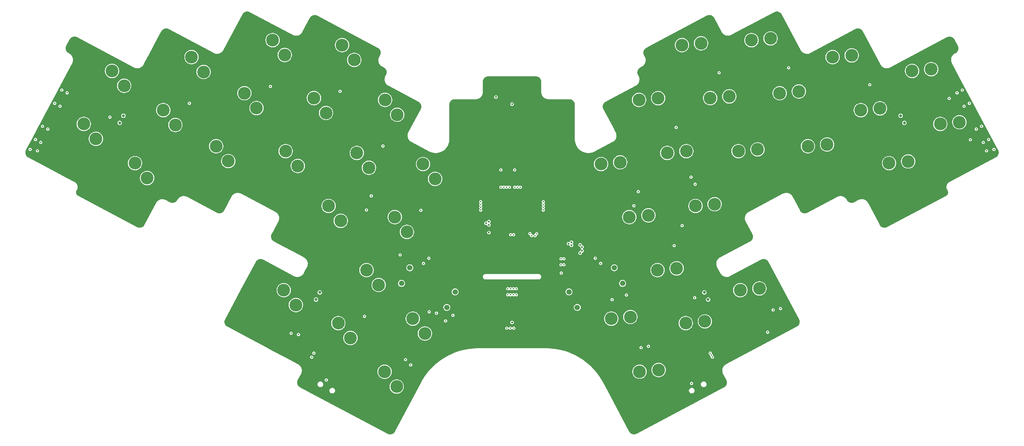
<source format=gbr>
%TF.GenerationSoftware,KiCad,Pcbnew,9.0.2*%
%TF.CreationDate,2025-06-13T18:26:31+01:00*%
%TF.ProjectId,____,e4e8e4e8-2e6b-4696-9361-645f70636258,2.0*%
%TF.SameCoordinates,Original*%
%TF.FileFunction,Copper,L2,Inr*%
%TF.FilePolarity,Positive*%
%FSLAX46Y46*%
G04 Gerber Fmt 4.6, Leading zero omitted, Abs format (unit mm)*
G04 Created by KiCad (PCBNEW 9.0.2) date 2025-06-13 18:26:31*
%MOMM*%
%LPD*%
G01*
G04 APERTURE LIST*
G04 Aperture macros list*
%AMRoundRect*
0 Rectangle with rounded corners*
0 $1 Rounding radius*
0 $2 $3 $4 $5 $6 $7 $8 $9 X,Y pos of 4 corners*
0 Add a 4 corners polygon primitive as box body*
4,1,4,$2,$3,$4,$5,$6,$7,$8,$9,$2,$3,0*
0 Add four circle primitives for the rounded corners*
1,1,$1+$1,$2,$3*
1,1,$1+$1,$4,$5*
1,1,$1+$1,$6,$7*
1,1,$1+$1,$8,$9*
0 Add four rect primitives between the rounded corners*
20,1,$1+$1,$2,$3,$4,$5,0*
20,1,$1+$1,$4,$5,$6,$7,0*
20,1,$1+$1,$6,$7,$8,$9,0*
20,1,$1+$1,$8,$9,$2,$3,0*%
%AMHorizOval*
0 Thick line with rounded ends*
0 $1 width*
0 $2 $3 position (X,Y) of the first rounded end (center of the circle)*
0 $4 $5 position (X,Y) of the second rounded end (center of the circle)*
0 Add line between two ends*
20,1,$1,$2,$3,$4,$5,0*
0 Add two circle primitives to create the rounded ends*
1,1,$1,$2,$3*
1,1,$1,$4,$5*%
G04 Aperture macros list end*
%TA.AperFunction,ComponentPad*%
%ADD10C,3.600000*%
%TD*%
%TA.AperFunction,ComponentPad*%
%ADD11C,2.200000*%
%TD*%
%TA.AperFunction,ComponentPad*%
%ADD12HorizOval,1.800000X-0.117368X-0.220737X0.117368X0.220737X0*%
%TD*%
%TA.AperFunction,ComponentPad*%
%ADD13C,5.400000*%
%TD*%
%TA.AperFunction,ComponentPad*%
%ADD14HorizOval,1.800000X-0.117368X0.220737X0.117368X-0.220737X0*%
%TD*%
%TA.AperFunction,ComponentPad*%
%ADD15C,5.600000*%
%TD*%
%TA.AperFunction,ComponentPad*%
%ADD16C,3.800000*%
%TD*%
%TA.AperFunction,ComponentPad*%
%ADD17C,1.500000*%
%TD*%
%TA.AperFunction,ComponentPad*%
%ADD18RoundRect,0.800000X-0.365454X0.590715X-0.694084X-0.027349X0.365454X-0.590715X0.694084X0.027349X0*%
%TD*%
%TA.AperFunction,ComponentPad*%
%ADD19RoundRect,0.800000X0.694084X-0.027349X0.365454X0.590715X-0.694084X0.027349X-0.365454X-0.590715X0*%
%TD*%
%TA.AperFunction,ViaPad*%
%ADD20C,0.450000*%
%TD*%
%TA.AperFunction,ViaPad*%
%ADD21C,0.550000*%
%TD*%
%TA.AperFunction,ViaPad*%
%ADD22C,0.500000*%
%TD*%
%TA.AperFunction,ViaPad*%
%ADD23C,0.800000*%
%TD*%
G04 APERTURE END LIST*
D10*
%TO.N,row_2*%
%TO.C,SW17*%
X108870503Y-110878482D03*
%TO.N,mtx_f2*%
X112299351Y-115080030D03*
D11*
%TO.N,GND*%
X101244409Y-113505779D03*
D12*
X99268104Y-118287695D03*
D13*
X106100621Y-116087873D03*
D11*
X110956833Y-118669967D03*
%TD*%
D10*
%TO.N,row_1*%
%TO.C,SW12*%
X116851277Y-95868454D03*
%TO.N,mtx_f1*%
X120280125Y-100070002D03*
D11*
%TO.N,GND*%
X109225183Y-98495751D03*
D12*
X107248878Y-103277667D03*
D13*
X114081395Y-101077845D03*
D11*
X118937607Y-103659939D03*
%TD*%
D10*
%TO.N,row_4*%
%TO.C,SW25*%
X198033936Y-47181491D03*
%TO.N,mtx_d4*%
X203434564Y-46688323D03*
D11*
%TO.N,GND*%
X195947606Y-54972976D03*
D14*
X198806859Y-59285420D03*
D13*
X200803818Y-52390882D03*
D11*
X205660030Y-49808788D03*
%TD*%
D10*
%TO.N,row_7*%
%TO.C,SW39*%
X178053372Y-124626525D03*
%TO.N,mtx_c7*%
X183454000Y-124133357D03*
D11*
%TO.N,GND*%
X175967042Y-132418010D03*
D14*
X178826295Y-136730454D03*
D13*
X180823254Y-129835916D03*
D11*
X185679466Y-127253822D03*
%TD*%
D10*
%TO.N,row_2*%
%TO.C,SW16*%
X98141393Y-92715651D03*
%TO.N,mtx_e2*%
X101570241Y-96917199D03*
D11*
%TO.N,GND*%
X90515299Y-95342948D03*
D12*
X88538994Y-100124864D03*
D13*
X95371511Y-97925042D03*
D11*
X100227723Y-100507136D03*
%TD*%
D10*
%TO.N,row_6*%
%TO.C,SW35*%
X233644795Y-75814801D03*
%TO.N,mtx_c6*%
X239045423Y-75321633D03*
D11*
%TO.N,GND*%
X231558465Y-83606286D03*
D14*
X234417718Y-87918730D03*
D13*
X236414677Y-81024192D03*
D11*
X241270889Y-78442098D03*
%TD*%
D10*
%TO.N,row_0*%
%TO.C,SW4*%
X101966143Y-47181364D03*
%TO.N,mtx_d0*%
X105394991Y-51382912D03*
D11*
%TO.N,GND*%
X94340049Y-49808661D03*
D12*
X92363744Y-54590577D03*
D13*
X99196261Y-52390755D03*
D11*
X104052473Y-54972849D03*
%TD*%
D10*
%TO.N,row_2*%
%TO.C,SW15*%
X86004110Y-77201581D03*
%TO.N,mtx_d2*%
X89432958Y-81403129D03*
D11*
%TO.N,GND*%
X78378016Y-79828878D03*
D12*
X76401711Y-84610794D03*
D13*
X83234228Y-82410972D03*
D11*
X88090440Y-84993066D03*
%TD*%
D10*
%TO.N,row_3*%
%TO.C,SW21*%
X121946730Y-124626658D03*
%TO.N,mtx_c3*%
X125375578Y-128828206D03*
D11*
%TO.N,GND*%
X114320636Y-127253955D03*
D12*
X112344331Y-132035871D03*
D13*
X119176848Y-129836049D03*
D11*
X124033060Y-132418143D03*
%TD*%
D10*
%TO.N,row_4*%
%TO.C,SW26*%
X185896650Y-62695558D03*
%TO.N,mtx_e4*%
X191297278Y-62202390D03*
D11*
%TO.N,GND*%
X183810320Y-70487043D03*
D14*
X186669573Y-74799487D03*
D13*
X188666532Y-67904949D03*
D11*
X193522744Y-65322855D03*
%TD*%
D10*
%TO.N,row_2*%
%TO.C,SW13*%
X43420150Y-80608399D03*
%TO.N,mtx_b2*%
X46848998Y-84809947D03*
D11*
%TO.N,GND*%
X35794056Y-83235696D03*
D12*
X33817751Y-88017612D03*
D13*
X40650268Y-85817790D03*
D11*
X45506480Y-88399884D03*
%TD*%
D10*
%TO.N,row_3*%
%TO.C,SW18*%
X85465899Y-116555154D03*
%TO.N,mtx_e3*%
X88894747Y-120756702D03*
D11*
%TO.N,GND*%
X77839805Y-119182451D03*
D12*
X75863500Y-123964367D03*
D13*
X82696017Y-121764545D03*
D11*
X87552229Y-124346639D03*
%TD*%
D10*
%TO.N,row_0*%
%TO.C,SW1*%
X36916525Y-54498957D03*
%TO.N,mtx_a0*%
X40345373Y-58700505D03*
D11*
%TO.N,GND*%
X29290431Y-57126254D03*
D12*
X27314126Y-61908170D03*
D13*
X34146643Y-59708348D03*
D11*
X39002855Y-62290442D03*
%TD*%
D10*
%TO.N,row_4*%
%TO.C,SW22*%
X263083553Y-54499089D03*
%TO.N,mtx_a4*%
X268484181Y-54005921D03*
D11*
%TO.N,GND*%
X260997223Y-62290574D03*
D14*
X263856476Y-66603018D03*
D13*
X265853435Y-59708480D03*
D11*
X270709647Y-57126386D03*
%TD*%
D10*
%TO.N,row_1*%
%TO.C,SW11*%
X106122408Y-77705539D03*
%TO.N,mtx_e1*%
X109551256Y-81907087D03*
D11*
%TO.N,GND*%
X98496314Y-80332836D03*
D12*
X96520009Y-85114752D03*
D13*
X103352526Y-82914930D03*
D11*
X108208738Y-85497024D03*
%TD*%
D10*
%TO.N,row_5*%
%TO.C,SW28*%
X271064570Y-69509198D03*
%TO.N,mtx_a5*%
X276465198Y-69016030D03*
D11*
%TO.N,GND*%
X268978240Y-77300683D03*
D14*
X271837493Y-81613127D03*
D13*
X273834452Y-74718589D03*
D11*
X278690664Y-72136495D03*
%TD*%
D10*
%TO.N,row_4*%
%TO.C,SW24*%
X217682764Y-45794584D03*
%TO.N,mtx_c4*%
X223083392Y-45301416D03*
D11*
%TO.N,GND*%
X215596434Y-53586069D03*
D14*
X218455687Y-57898513D03*
D13*
X220452646Y-51003975D03*
D11*
X225308858Y-48421881D03*
%TD*%
D10*
%TO.N,row_1*%
%TO.C,SW10*%
X93985126Y-62191472D03*
%TO.N,mtx_d1*%
X97413974Y-66393020D03*
D11*
%TO.N,GND*%
X86359032Y-64818769D03*
D12*
X84382727Y-69600685D03*
D13*
X91215244Y-67400863D03*
D11*
X96071456Y-69982957D03*
%TD*%
D10*
%TO.N,row_6*%
%TO.C,SW38*%
X191129598Y-110878352D03*
%TO.N,mtx_f6*%
X196530226Y-110385184D03*
D11*
%TO.N,GND*%
X189043268Y-118669837D03*
D14*
X191902521Y-122982281D03*
D13*
X193899480Y-116087743D03*
D11*
X198755692Y-113505649D03*
%TD*%
D10*
%TO.N,row_6*%
%TO.C,SW34*%
X256579927Y-80608528D03*
%TO.N,mtx_b6*%
X261980555Y-80115360D03*
D11*
%TO.N,GND*%
X254493597Y-88400013D03*
D14*
X257352850Y-92712457D03*
D13*
X259349809Y-85817919D03*
D11*
X264206021Y-83235825D03*
%TD*%
D10*
%TO.N,row_7*%
%TO.C,SW40*%
X186034385Y-139636634D03*
%TO.N,mtx_d7*%
X191435013Y-139143466D03*
D11*
%TO.N,GND*%
X183948055Y-147428119D03*
D14*
X186807308Y-151740563D03*
D13*
X188804267Y-144846025D03*
D11*
X193660479Y-142263931D03*
%TD*%
D10*
%TO.N,row_0*%
%TO.C,SW6*%
X124832295Y-80858342D03*
%TO.N,mtx_f0*%
X128261143Y-85059890D03*
D11*
%TO.N,GND*%
X117206201Y-83485639D03*
D12*
X115229896Y-88267555D03*
D13*
X122062413Y-86067733D03*
D11*
X126918625Y-88649827D03*
%TD*%
D10*
%TO.N,row_5*%
%TO.C,SW31*%
X206014952Y-62191600D03*
%TO.N,mtx_d5*%
X211415580Y-61698432D03*
D11*
%TO.N,GND*%
X203928622Y-69983085D03*
D14*
X206787875Y-74295529D03*
D13*
X208784834Y-67400991D03*
D11*
X213641046Y-64818897D03*
%TD*%
D10*
%TO.N,row_4*%
%TO.C,SW27*%
X175167781Y-80858472D03*
%TO.N,mtx_f4*%
X180568409Y-80365304D03*
D11*
%TO.N,GND*%
X173081451Y-88649957D03*
D14*
X175940704Y-92962401D03*
D13*
X177937663Y-86067863D03*
D11*
X182793875Y-83485769D03*
%TD*%
D10*
%TO.N,row_1*%
%TO.C,SW9*%
X74336295Y-60804565D03*
%TO.N,mtx_c1*%
X77765143Y-65006113D03*
D11*
%TO.N,GND*%
X66710201Y-63431862D03*
D12*
X64733896Y-68213778D03*
D13*
X71566413Y-66013956D03*
D11*
X76422625Y-68596050D03*
%TD*%
D10*
%TO.N,row_3*%
%TO.C,SW20*%
X113965712Y-139636762D03*
%TO.N,mtx_d3*%
X117394560Y-143838310D03*
D11*
%TO.N,GND*%
X106339618Y-142264059D03*
D12*
X104363313Y-147045975D03*
D13*
X111195830Y-144846153D03*
D11*
X116052042Y-147428247D03*
%TD*%
D10*
%TO.N,row_7*%
%TO.C,SW42*%
X214534199Y-116555025D03*
%TO.N,mtx_e7*%
X219934827Y-116061857D03*
D11*
%TO.N,GND*%
X212447869Y-124346510D03*
D14*
X215307122Y-128658954D03*
D13*
X217304081Y-121764416D03*
D11*
X222160293Y-119182322D03*
%TD*%
D10*
%TO.N,row_6*%
%TO.C,SW37*%
X201858684Y-92715777D03*
%TO.N,mtx_e6*%
X207259312Y-92222609D03*
D11*
%TO.N,GND*%
X199772354Y-100507262D03*
D14*
X202631607Y-104819706D03*
D13*
X204628566Y-97925168D03*
D11*
X209484778Y-95343074D03*
%TD*%
D10*
%TO.N,row_5*%
%TO.C,SW30*%
X225663781Y-60804694D03*
%TO.N,mtx_c5*%
X231064409Y-60311526D03*
D11*
%TO.N,GND*%
X223577451Y-68596179D03*
D14*
X226436704Y-72908623D03*
D13*
X228433663Y-66014085D03*
D11*
X233289875Y-63431991D03*
%TD*%
D10*
%TO.N,row_1*%
%TO.C,SW8*%
X51401165Y-65598290D03*
%TO.N,mtx_b1*%
X54830013Y-69799838D03*
D11*
%TO.N,GND*%
X43775071Y-68225587D03*
D12*
X41798766Y-73007503D03*
D13*
X48631283Y-70807681D03*
D11*
X53487495Y-73389775D03*
%TD*%
D10*
%TO.N,row_0*%
%TO.C,SW5*%
X114103424Y-62695432D03*
%TO.N,mtx_e0*%
X117532272Y-66896980D03*
D11*
%TO.N,GND*%
X106477330Y-65322729D03*
D12*
X104501025Y-70104645D03*
D13*
X111333542Y-67904823D03*
D11*
X116189754Y-70486917D03*
%TD*%
D10*
%TO.N,row_5*%
%TO.C,SW29*%
X248598910Y-65598419D03*
%TO.N,mtx_b5*%
X253999538Y-65105251D03*
D11*
%TO.N,GND*%
X246512580Y-73389904D03*
D14*
X249371833Y-77702348D03*
D13*
X251368792Y-70807810D03*
D11*
X256225004Y-68225716D03*
%TD*%
D10*
%TO.N,row_1*%
%TO.C,SW7*%
X28935508Y-69509067D03*
%TO.N,mtx_a1*%
X32364356Y-73710615D03*
D11*
%TO.N,GND*%
X21309414Y-72136364D03*
D12*
X19333109Y-76918280D03*
D13*
X26165626Y-74718458D03*
D11*
X31021838Y-77300552D03*
%TD*%
D10*
%TO.N,row_0*%
%TO.C,SW3*%
X82317314Y-45794456D03*
%TO.N,mtx_c0*%
X85746162Y-49996004D03*
D11*
%TO.N,GND*%
X74691220Y-48421753D03*
D12*
X72714915Y-53203669D03*
D13*
X79547432Y-51003847D03*
D11*
X84403644Y-53585941D03*
%TD*%
D10*
%TO.N,row_4*%
%TO.C,SW23*%
X240617894Y-50588309D03*
%TO.N,mtx_b4*%
X246018522Y-50095141D03*
D11*
%TO.N,GND*%
X238531564Y-58379794D03*
D14*
X241390817Y-62692238D03*
D13*
X243387776Y-55797700D03*
D11*
X248243988Y-53215606D03*
%TD*%
D10*
%TO.N,row_3*%
%TO.C,SW19*%
X100889486Y-125888591D03*
%TO.N,mtx_f3*%
X104318334Y-130090139D03*
D11*
%TO.N,GND*%
X93263392Y-128515888D03*
D12*
X91287087Y-133297804D03*
D13*
X98119604Y-131097982D03*
D11*
X102975816Y-133680076D03*
%TD*%
D10*
%TO.N,row_6*%
%TO.C,SW36*%
X213995967Y-77201707D03*
%TO.N,mtx_d6*%
X219396595Y-76708539D03*
D11*
%TO.N,GND*%
X211909637Y-84993192D03*
D14*
X214768890Y-89305636D03*
D13*
X216765849Y-82411098D03*
D11*
X221622061Y-79829004D03*
%TD*%
D10*
%TO.N,row_2*%
%TO.C,SW14*%
X66355281Y-75814674D03*
%TO.N,mtx_c2*%
X69784129Y-80016222D03*
D11*
%TO.N,GND*%
X58729187Y-78441971D03*
D12*
X56752882Y-83223887D03*
D13*
X63585399Y-81024065D03*
D11*
X68441611Y-83606159D03*
%TD*%
D10*
%TO.N,row_0*%
%TO.C,SW2*%
X59382183Y-50588181D03*
%TO.N,mtx_b0*%
X62811031Y-54789729D03*
D11*
%TO.N,GND*%
X51756089Y-53215478D03*
D12*
X49779784Y-57997394D03*
D13*
X56612301Y-55797572D03*
D11*
X61468513Y-58379666D03*
%TD*%
D10*
%TO.N,row_7*%
%TO.C,SW41*%
X199110615Y-125888458D03*
%TO.N,mtx_f7*%
X204511243Y-125395290D03*
D11*
%TO.N,GND*%
X197024285Y-133679943D03*
D14*
X199883538Y-137992387D03*
D13*
X201880497Y-131097849D03*
D11*
X206736709Y-128515755D03*
%TD*%
D10*
%TO.N,row_5*%
%TO.C,SW33*%
X183148798Y-95868582D03*
%TO.N,mtx_f5*%
X188549426Y-95375414D03*
D11*
%TO.N,GND*%
X181062468Y-103660067D03*
D14*
X183921721Y-107972511D03*
D13*
X185918680Y-101077973D03*
D11*
X190774892Y-98495879D03*
%TD*%
D10*
%TO.N,row_5*%
%TO.C,SW32*%
X193877668Y-77705669D03*
%TO.N,mtx_e5*%
X199278296Y-77212501D03*
D11*
%TO.N,GND*%
X191791338Y-85497154D03*
D14*
X194650591Y-89809598D03*
D13*
X196647550Y-82915060D03*
D11*
X201503762Y-80332966D03*
%TD*%
D15*
%TO.N,GND*%
%TO.C,H13*%
X135500000Y-65925000D03*
%TD*%
D16*
%TO.N,GND*%
%TO.C,H5*%
X53650000Y-88950000D03*
%TD*%
D17*
%TO.N,enc_1a*%
%TO.C,SW43*%
X121101573Y-110221595D03*
%TO.N,enc_1b*%
X118754215Y-114636333D03*
%TO.N,GND*%
X119927894Y-112428964D03*
D18*
X129179041Y-111005493D03*
X123920959Y-120894507D03*
D17*
%TO.N,mtx_b3*%
X133904312Y-117028932D03*
%TO.N,row_3*%
X131556954Y-121443670D03*
%TD*%
D16*
%TO.N,GND*%
%TO.C,H3*%
X26900000Y-47800000D03*
%TD*%
%TO.N,GND*%
%TO.C,H1*%
X94400000Y-112000000D03*
%TD*%
%TO.N,GND*%
%TO.C,H7*%
X188400000Y-55400000D03*
%TD*%
%TO.N,GND*%
%TO.C,H6*%
X111600000Y-55400000D03*
%TD*%
%TO.N,GND*%
%TO.C,H4*%
X273100000Y-47800000D03*
%TD*%
D15*
%TO.N,GND*%
%TO.C,H15*%
X135500000Y-130000000D03*
%TD*%
D16*
%TO.N,GND*%
%TO.C,H8*%
X246350000Y-88950000D03*
%TD*%
D15*
%TO.N,GND*%
%TO.C,H16*%
X164500000Y-130000000D03*
%TD*%
%TO.N,GND*%
%TO.C,H14*%
X164500000Y-65925000D03*
%TD*%
D17*
%TO.N,enc_2a*%
%TO.C,SW44*%
X181245785Y-114636333D03*
%TO.N,enc_2b*%
X178898427Y-110221595D03*
%TO.N,GND*%
X180072106Y-112428964D03*
D19*
X176079041Y-120894507D03*
X170820959Y-111005493D03*
D17*
%TO.N,row_7*%
X168443046Y-121443670D03*
%TO.N,mtx_b7*%
X166095688Y-117028932D03*
%TD*%
D16*
%TO.N,GND*%
%TO.C,H2*%
X205600000Y-112000000D03*
%TD*%
D20*
%TO.N,col_b*%
X58787284Y-63658775D03*
X206338800Y-134954002D03*
X126469472Y-107517052D03*
X147650000Y-87400000D03*
X251121244Y-58390486D03*
X178275000Y-119225000D03*
X173530528Y-107517052D03*
%TO.N,col_a*%
X206033644Y-134380086D03*
X146850000Y-82500000D03*
X273586903Y-62301265D03*
X15842107Y-77084356D03*
X36321627Y-67569551D03*
X146850000Y-87400000D03*
X284157893Y-77084356D03*
%TO.N,col_c*%
X126567052Y-122680528D03*
X131200000Y-125250000D03*
X148450000Y-87400000D03*
X279575000Y-73975000D03*
X206643957Y-135527918D03*
X81722415Y-58865050D03*
X228186114Y-53596761D03*
X182332948Y-117930528D03*
%TO.N,col_d*%
X208537286Y-54983667D03*
X149250000Y-87400000D03*
X188556718Y-132428705D03*
X121351831Y-137697252D03*
X101371244Y-60251958D03*
X93356043Y-135527918D03*
D21*
%TO.N,GND*%
X164500000Y-63425000D03*
D20*
X274750000Y-47800000D03*
X177000000Y-64900000D03*
X72040735Y-126928536D03*
X157425000Y-130000000D03*
X96050000Y-112000000D03*
X147750000Y-114150000D03*
X53650000Y-90600000D03*
X190050000Y-55400000D03*
D21*
X166200000Y-131700000D03*
D20*
X167600000Y-101200000D03*
D21*
X166200000Y-67625000D03*
D20*
X26900000Y-46150000D03*
X26000000Y-54900000D03*
D21*
X162000000Y-65925000D03*
D20*
X200089342Y-147873424D03*
D21*
X164500000Y-132500000D03*
D20*
X109950000Y-55400000D03*
D21*
X164500000Y-127500000D03*
D20*
X29000000Y-88900000D03*
X44500000Y-97400000D03*
X134525000Y-119900000D03*
X188500000Y-49400000D03*
X158750000Y-111900000D03*
D21*
X162000000Y-130000000D03*
D20*
X153000000Y-132400000D03*
X147750000Y-111150000D03*
D21*
X166200000Y-64225000D03*
D20*
X152300000Y-57750000D03*
X273100000Y-46150000D03*
X205500000Y-40400000D03*
X227959265Y-126928536D03*
X147000000Y-132400000D03*
D21*
X135500000Y-127500000D03*
X166200000Y-128300000D03*
D20*
X67000000Y-93400000D03*
D21*
X162800000Y-128300000D03*
D20*
X207250000Y-112000000D03*
X101928737Y-145888516D03*
D21*
X135500000Y-132500000D03*
D20*
X144500000Y-98000000D03*
D21*
X162800000Y-64225000D03*
D20*
X52500000Y-44400000D03*
X188400000Y-57050000D03*
X206976333Y-144211546D03*
X30000000Y-86400000D03*
D21*
X167000000Y-65925000D03*
D20*
X246350000Y-87300000D03*
X205600000Y-110350000D03*
X191950000Y-96250000D03*
X171000000Y-134900000D03*
X111600000Y-57050000D03*
X143250000Y-111150000D03*
X253000000Y-53400000D03*
X158750000Y-113650000D03*
X141250000Y-113650000D03*
X26900000Y-49450000D03*
X156750000Y-111150000D03*
X52000000Y-88950000D03*
X94000000Y-40900000D03*
X271450000Y-47800000D03*
X32000000Y-48900000D03*
X184600000Y-117000000D03*
X154500000Y-114150000D03*
X93023667Y-144211546D03*
D21*
X133800000Y-67625000D03*
X133800000Y-128300000D03*
D20*
X94400000Y-110350000D03*
X144550000Y-100350000D03*
D21*
X133000000Y-65925000D03*
D20*
X164400000Y-103100000D03*
X248000000Y-88950000D03*
X145900000Y-87400000D03*
X94400000Y-113650000D03*
X161725000Y-121700000D03*
X244700000Y-88950000D03*
X154000000Y-68400000D03*
X176575000Y-116100000D03*
D21*
X137200000Y-128300000D03*
D20*
X152250000Y-114150000D03*
X28550000Y-47800000D03*
D22*
X151000000Y-61625000D03*
D20*
X123000000Y-64900000D03*
X209500000Y-142400000D03*
X111000000Y-49400000D03*
D21*
X162800000Y-131700000D03*
D20*
X83500000Y-101900000D03*
X151500000Y-127300000D03*
X139500000Y-94200000D03*
X186750000Y-55400000D03*
X99910658Y-147873424D03*
X172375000Y-117025000D03*
X150000000Y-111150000D03*
X156750000Y-114150000D03*
X246350000Y-90600000D03*
D21*
X138000000Y-130000000D03*
D20*
X154500000Y-111150000D03*
X145500000Y-68400000D03*
X145500000Y-114150000D03*
X145500000Y-111150000D03*
D21*
X135500000Y-68425000D03*
X133800000Y-64225000D03*
D20*
X157000000Y-103400000D03*
X205600000Y-113650000D03*
D21*
X162800000Y-67625000D03*
D20*
X143250000Y-114150000D03*
D21*
X133800000Y-131700000D03*
D20*
X150000000Y-114150000D03*
X117450000Y-75600000D03*
D21*
X137200000Y-131700000D03*
D20*
X144925000Y-120050000D03*
X143000000Y-103400000D03*
X141250000Y-111900000D03*
X74500000Y-117900000D03*
X115500000Y-155900000D03*
D21*
X133000000Y-130000000D03*
D20*
X131500000Y-133900000D03*
D21*
X135500000Y-63425000D03*
D20*
X273100000Y-49450000D03*
X55300000Y-88950000D03*
X113250000Y-55400000D03*
X75500000Y-39400000D03*
X203950000Y-112000000D03*
D22*
X151000000Y-63075000D03*
D20*
X92750000Y-112000000D03*
X152250000Y-111150000D03*
X198071263Y-145888516D03*
X188400000Y-53750000D03*
D22*
X151625000Y-62350000D03*
D20*
X53650000Y-87300000D03*
X170000000Y-78400000D03*
X206459265Y-141428536D03*
D21*
X138000000Y-65925000D03*
X137200000Y-64225000D03*
D20*
X90500000Y-142900000D03*
X93540735Y-141428536D03*
X225000000Y-38900000D03*
X248000000Y-43900000D03*
X157975000Y-126600000D03*
X25250000Y-47800000D03*
D21*
X164500000Y-68425000D03*
X167000000Y-130000000D03*
D20*
X111600000Y-53750000D03*
X128000000Y-136400000D03*
X147700000Y-57750000D03*
X95500000Y-108900000D03*
D21*
X137200000Y-67625000D03*
D20*
X274500000Y-56400000D03*
X79000000Y-109900000D03*
%TO.N,col_f*%
X184450000Y-92650000D03*
X108275604Y-123949076D03*
X93966356Y-134380086D03*
X124237396Y-93928936D03*
X201632948Y-118680528D03*
X150750000Y-82500000D03*
X185671131Y-88660648D03*
X150750000Y-87400000D03*
%TO.N,col_e*%
X110204918Y-89850000D03*
X113508525Y-75766026D03*
X223817052Y-122119472D03*
X89632948Y-129119472D03*
X196400000Y-70497734D03*
X201750000Y-86550000D03*
X200600000Y-84550000D03*
X151550000Y-87400000D03*
%TO.N,mtx_a2*%
X15272555Y-73907111D03*
X17267338Y-70155465D03*
%TO.N,mtx_b2*%
X118350000Y-106550000D03*
X108850000Y-93850000D03*
X124956613Y-108977791D03*
%TO.N,mtx_c2*%
X128638104Y-123045556D03*
%TO.N,mtx_d2*%
X119891092Y-136184393D03*
%TO.N,mtx_e2*%
X87561896Y-128754444D03*
%TO.N,mtx_a3*%
X13771055Y-76719328D03*
X20717953Y-63665800D03*
X22713208Y-59913273D03*
%TO.N,mtx_a6*%
X284727917Y-73907992D03*
X282732662Y-70155465D03*
%TO.N,mtx_b6*%
X175043387Y-108977791D03*
X195850000Y-103950000D03*
%TO.N,mtx_c6*%
X198075000Y-98250000D03*
%TO.N,mtx_d6*%
X186485666Y-132793733D03*
%TO.N,mtx_e6*%
X225888104Y-121754444D03*
%TO.N,mtx_a7*%
X277286792Y-59913273D03*
X286228945Y-76719328D03*
X279282047Y-63665800D03*
%TO.N,row_3*%
X22218964Y-64463901D03*
X141150000Y-93900000D03*
X24214219Y-60711374D03*
%TO.N,row_0*%
X141150000Y-91500000D03*
%TO.N,row_2*%
X18768349Y-70953566D03*
X16773094Y-74706093D03*
X141150000Y-93100000D03*
%TO.N,row_1*%
X141150000Y-92300000D03*
%TO.N,row_6*%
X281231651Y-70953566D03*
X283226906Y-74706093D03*
X158850000Y-93100000D03*
%TO.N,row_5*%
X158850000Y-92300000D03*
%TO.N,row_7*%
X158850000Y-93900000D03*
X277781036Y-64463901D03*
X275785781Y-60711374D03*
%TO.N,row_4*%
X158850000Y-91500000D03*
D23*
%TO.N,VCC*%
X95645523Y-117185947D03*
D21*
X166800000Y-103850000D03*
D20*
X163900000Y-111700000D03*
D23*
X259854477Y-67185947D03*
X204354477Y-117185947D03*
X40145523Y-67185947D03*
D21*
X143450000Y-100250000D03*
X166800000Y-103000000D03*
X143450000Y-98100000D03*
X142650000Y-97600000D03*
D20*
X150500000Y-127300000D03*
D21*
X150000000Y-125700000D03*
X143450000Y-97150000D03*
X165950000Y-103400000D03*
D20*
%TO.N,scl*%
X164650000Y-107650000D03*
X148500000Y-127300000D03*
%TO.N,sda*%
X149500000Y-127300000D03*
X163850000Y-107650000D03*
%TO.N,ch1*%
X156950000Y-100550000D03*
X148800000Y-116150000D03*
%TO.N,ch2*%
X156500000Y-101150000D03*
X149600000Y-116150000D03*
%TO.N,ch3*%
X155550000Y-101150000D03*
X150400000Y-116150000D03*
%TO.N,ch14*%
X150450000Y-100850000D03*
X164650000Y-109350000D03*
%TO.N,ch4*%
X151200000Y-116150000D03*
X155050000Y-100550000D03*
%TO.N,ch15*%
X149600000Y-100850000D03*
X163850000Y-109350000D03*
%TO.N,row_8*%
X200748530Y-142936019D03*
X152350000Y-87400000D03*
X222248530Y-128436019D03*
X97485574Y-141997076D03*
X133300000Y-123650000D03*
%TO.N,enc_2b*%
X150400000Y-117850000D03*
%TO.N,enc_2a*%
X151200000Y-117850000D03*
%TO.N,enc_1a*%
X148800000Y-117850000D03*
%TO.N,enc_1b*%
X149600000Y-117850000D03*
D21*
%TO.N,VDC*%
X145450000Y-61900000D03*
X150000000Y-63900000D03*
D23*
%TO.N,uv2*%
X39077476Y-69194653D03*
D21*
X169795000Y-105400000D03*
%TO.N,uv1*%
X169245000Y-106050000D03*
D23*
X94577476Y-119194653D03*
D21*
%TO.N,uv3*%
X169795000Y-104350000D03*
D23*
X205422524Y-119194653D03*
%TO.N,uv4*%
X260922524Y-69194653D03*
D21*
X169245000Y-103750000D03*
%TD*%
%TA.AperFunction,Conductor*%
%TO.N,GND*%
G36*
X75239173Y-37683149D02*
G01*
X75444313Y-37710322D01*
X75458145Y-37713170D01*
X75657325Y-37769259D01*
X75670605Y-37774045D01*
X75862709Y-37859211D01*
X75869055Y-37862300D01*
X87125711Y-43847569D01*
X87958158Y-44290189D01*
X87962608Y-44292556D01*
X88006614Y-44315954D01*
X88006679Y-44315959D01*
X88015472Y-44320630D01*
X88015480Y-44320638D01*
X88015513Y-44320652D01*
X88025325Y-44325869D01*
X88081292Y-44355629D01*
X88333061Y-44449767D01*
X88594964Y-44510237D01*
X88862519Y-44536004D01*
X89131149Y-44526626D01*
X89396256Y-44482266D01*
X89396263Y-44482264D01*
X89653292Y-44403684D01*
X89653294Y-44403682D01*
X89653304Y-44403680D01*
X89897896Y-44292216D01*
X90125846Y-44149778D01*
X90333254Y-43978805D01*
X90516571Y-43782223D01*
X90672659Y-43563394D01*
X90705116Y-43502349D01*
X90705119Y-43502346D01*
X90712361Y-43488725D01*
X90712362Y-43488725D01*
X92831629Y-39502960D01*
X92835139Y-39496893D01*
X92946975Y-39318550D01*
X92955307Y-39307159D01*
X92955321Y-39307143D01*
X93089070Y-39149279D01*
X93098943Y-39139184D01*
X93098948Y-39139180D01*
X93253820Y-39001942D01*
X93265015Y-38993366D01*
X93437845Y-38879563D01*
X93450143Y-38872669D01*
X93637426Y-38784613D01*
X93650573Y-38779542D01*
X93848477Y-38719037D01*
X93862221Y-38715887D01*
X94066711Y-38684164D01*
X94080778Y-38683001D01*
X94287696Y-38680703D01*
X94301778Y-38681553D01*
X94506914Y-38708725D01*
X94520746Y-38711573D01*
X94719922Y-38767662D01*
X94733207Y-38772450D01*
X94753844Y-38781599D01*
X94925748Y-38857809D01*
X94932098Y-38860900D01*
X104557575Y-43978814D01*
X112054935Y-47965198D01*
X112061053Y-47968737D01*
X112239366Y-48080554D01*
X112250758Y-48088886D01*
X112408639Y-48222650D01*
X112418732Y-48232521D01*
X112555971Y-48387394D01*
X112564555Y-48398599D01*
X112678353Y-48571421D01*
X112685258Y-48583740D01*
X112773303Y-48770997D01*
X112778386Y-48784176D01*
X112838883Y-48982051D01*
X112842039Y-48995819D01*
X112873760Y-49200296D01*
X112874924Y-49214373D01*
X112877224Y-49421279D01*
X112876373Y-49435378D01*
X112849203Y-49640506D01*
X112846354Y-49654341D01*
X112790269Y-49853514D01*
X112785480Y-49866803D01*
X112700203Y-50059163D01*
X112697110Y-50065518D01*
X112488204Y-50458413D01*
X112488193Y-50458432D01*
X112483355Y-50467526D01*
X112483264Y-50467613D01*
X112400883Y-50622566D01*
X112306761Y-50874344D01*
X112306760Y-50874347D01*
X112281604Y-50983335D01*
X112246307Y-51136252D01*
X112220554Y-51403807D01*
X112229942Y-51672434D01*
X112229942Y-51672439D01*
X112229943Y-51672441D01*
X112274307Y-51937526D01*
X112274310Y-51937539D01*
X112352895Y-52194570D01*
X112352901Y-52194587D01*
X112352901Y-52194589D01*
X112464364Y-52439168D01*
X112464369Y-52439177D01*
X112606802Y-52667119D01*
X112606804Y-52667121D01*
X112606805Y-52667123D01*
X112775980Y-52872354D01*
X112777777Y-52874533D01*
X112974347Y-53057845D01*
X112974357Y-53057853D01*
X113011677Y-53084474D01*
X113193177Y-53213944D01*
X113267849Y-53253651D01*
X113267851Y-53253653D01*
X113285326Y-53262944D01*
X113303855Y-53272797D01*
X113311836Y-53277042D01*
X113311837Y-53277042D01*
X113311839Y-53277043D01*
X113350838Y-53297781D01*
X113350840Y-53297781D01*
X113358423Y-53301813D01*
X113358439Y-53301820D01*
X113747217Y-53508536D01*
X113750187Y-53510115D01*
X113756278Y-53513637D01*
X113934607Y-53625473D01*
X113946000Y-53633805D01*
X114078119Y-53745750D01*
X114103878Y-53767575D01*
X114113974Y-53777451D01*
X114218906Y-53895872D01*
X114251195Y-53932311D01*
X114259785Y-53943524D01*
X114365494Y-54104070D01*
X114373577Y-54116345D01*
X114380481Y-54128663D01*
X114391413Y-54151913D01*
X114468518Y-54315913D01*
X114473601Y-54329091D01*
X114534097Y-54526974D01*
X114537252Y-54540742D01*
X114568971Y-54745209D01*
X114570135Y-54759286D01*
X114572432Y-54966189D01*
X114571581Y-54980288D01*
X114544411Y-55185412D01*
X114541562Y-55199246D01*
X114485477Y-55398419D01*
X114480688Y-55411707D01*
X114395400Y-55604093D01*
X114392307Y-55610449D01*
X114245424Y-55886697D01*
X114245422Y-55886701D01*
X114241968Y-55893195D01*
X114241967Y-55893197D01*
X114240149Y-55896617D01*
X114240101Y-55896662D01*
X114158124Y-56050849D01*
X114158123Y-56050853D01*
X114063999Y-56302624D01*
X114003544Y-56564520D01*
X114003540Y-56564545D01*
X113977785Y-56832078D01*
X113977785Y-56832084D01*
X113977785Y-56832086D01*
X113987171Y-57100713D01*
X113990461Y-57120370D01*
X114031537Y-57365820D01*
X114031540Y-57365829D01*
X114110125Y-57622862D01*
X114110127Y-57622866D01*
X114110128Y-57622868D01*
X114221591Y-57867453D01*
X114364023Y-58095396D01*
X114364024Y-58095397D01*
X114364028Y-58095403D01*
X114534998Y-58302811D01*
X114535000Y-58302813D01*
X114731571Y-58486125D01*
X114731574Y-58486127D01*
X114731577Y-58486130D01*
X114731585Y-58486135D01*
X114731588Y-58486138D01*
X114930375Y-58627937D01*
X114950401Y-58642222D01*
X114990727Y-58663665D01*
X115018576Y-58678474D01*
X115018577Y-58678475D01*
X115025076Y-58681931D01*
X115025077Y-58681932D01*
X115029125Y-58684084D01*
X115030969Y-58685065D01*
X115044821Y-58692430D01*
X115044823Y-58692432D01*
X115058300Y-58699598D01*
X115058301Y-58699598D01*
X115058691Y-58699805D01*
X115058755Y-58699839D01*
X115069063Y-58705320D01*
X115069063Y-58705321D01*
X115108062Y-58726058D01*
X115108064Y-58726058D01*
X115118786Y-58731759D01*
X115118805Y-58731767D01*
X117654475Y-60079996D01*
X123497789Y-63186916D01*
X123498226Y-63187396D01*
X123530668Y-63204398D01*
X123535049Y-63206728D01*
X123540665Y-63209954D01*
X123719988Y-63320986D01*
X123731464Y-63329284D01*
X123890622Y-63462728D01*
X123890623Y-63462729D01*
X123900807Y-63472593D01*
X124039272Y-63627405D01*
X124047943Y-63638623D01*
X124162869Y-63811623D01*
X124169849Y-63823964D01*
X124194155Y-63875189D01*
X124258884Y-64011608D01*
X124258885Y-64011609D01*
X124264030Y-64024822D01*
X124325347Y-64223261D01*
X124328552Y-64237072D01*
X124360892Y-64442228D01*
X124362092Y-64456357D01*
X124364792Y-64664045D01*
X124363960Y-64678198D01*
X124336968Y-64884125D01*
X124334124Y-64898016D01*
X124277988Y-65097986D01*
X124273188Y-65111328D01*
X124187612Y-65304499D01*
X124184509Y-65310876D01*
X124168903Y-65340228D01*
X124165449Y-65346724D01*
X124165448Y-65346725D01*
X123091281Y-67366940D01*
X120731653Y-71804755D01*
X120731597Y-71804808D01*
X120687074Y-71888543D01*
X120649126Y-71959913D01*
X120649126Y-71959914D01*
X120649124Y-71959918D01*
X120554992Y-72211682D01*
X120494525Y-72473594D01*
X120494523Y-72473607D01*
X120468763Y-72741149D01*
X120468763Y-72741154D01*
X120478145Y-73009790D01*
X120522510Y-73274895D01*
X120601105Y-73531956D01*
X120712575Y-73776547D01*
X120712579Y-73776554D01*
X120855013Y-74004490D01*
X120855017Y-74004495D01*
X120855019Y-74004498D01*
X120972461Y-74146961D01*
X121026000Y-74211907D01*
X121026006Y-74211913D01*
X121222579Y-74395213D01*
X121222585Y-74395218D01*
X121222588Y-74395220D01*
X121222589Y-74395221D01*
X121441424Y-74551308D01*
X121441426Y-74551309D01*
X121516079Y-74591001D01*
X121516085Y-74591004D01*
X121516093Y-74591008D01*
X126636318Y-77313434D01*
X126644833Y-77317961D01*
X126645136Y-77318086D01*
X126748843Y-77373234D01*
X126759179Y-77378730D01*
X127108634Y-77522625D01*
X127108638Y-77522626D01*
X127108640Y-77522627D01*
X127222579Y-77556943D01*
X127470500Y-77631612D01*
X127841298Y-77704645D01*
X127841305Y-77704645D01*
X127841307Y-77704646D01*
X127841303Y-77704646D01*
X128012065Y-77721158D01*
X128217465Y-77741020D01*
X128595386Y-77740390D01*
X128971430Y-77702759D01*
X128971445Y-77702755D01*
X128971453Y-77702755D01*
X129248851Y-77647155D01*
X129341982Y-77628489D01*
X129703481Y-77518295D01*
X130052455Y-77373234D01*
X130385548Y-77194702D01*
X130699560Y-76984414D01*
X130991473Y-76744390D01*
X131258483Y-76476938D01*
X131498022Y-76184627D01*
X131707790Y-75870267D01*
X131811985Y-75675088D01*
X131885762Y-75536892D01*
X131885764Y-75536886D01*
X131885769Y-75536878D01*
X131985791Y-75295126D01*
X132030247Y-75187676D01*
X132030250Y-75187667D01*
X132030251Y-75187665D01*
X132139846Y-74825983D01*
X132213501Y-74455308D01*
X132250508Y-74079203D01*
X132250500Y-73890242D01*
X132250500Y-73846072D01*
X132250500Y-64053539D01*
X132250752Y-64046477D01*
X132252760Y-64018401D01*
X132265767Y-63836536D01*
X132266022Y-63834766D01*
X149504500Y-63834766D01*
X149504500Y-63965234D01*
X149526269Y-64046477D01*
X149538268Y-64091260D01*
X149603497Y-64204239D01*
X149603499Y-64204241D01*
X149603501Y-64204244D01*
X149695756Y-64296499D01*
X149695758Y-64296500D01*
X149695760Y-64296502D01*
X149808740Y-64361731D01*
X149808738Y-64361731D01*
X149808742Y-64361732D01*
X149808744Y-64361733D01*
X149934766Y-64395500D01*
X149934768Y-64395500D01*
X150065232Y-64395500D01*
X150065234Y-64395500D01*
X150191256Y-64361733D01*
X150191258Y-64361731D01*
X150191260Y-64361731D01*
X150304239Y-64296502D01*
X150304239Y-64296501D01*
X150304244Y-64296499D01*
X150396499Y-64204244D01*
X150411924Y-64177528D01*
X150461731Y-64091260D01*
X150461731Y-64091258D01*
X150461733Y-64091256D01*
X150495500Y-63965234D01*
X150495500Y-63834766D01*
X150461733Y-63708744D01*
X150461731Y-63708741D01*
X150461731Y-63708739D01*
X150396502Y-63595760D01*
X150396500Y-63595758D01*
X150396499Y-63595756D01*
X150304244Y-63503501D01*
X150304241Y-63503499D01*
X150304239Y-63503497D01*
X150191259Y-63438268D01*
X150191261Y-63438268D01*
X150129284Y-63421662D01*
X150065234Y-63404500D01*
X149934766Y-63404500D01*
X149870716Y-63421662D01*
X149808739Y-63438268D01*
X149695760Y-63503497D01*
X149603497Y-63595760D01*
X149538268Y-63708739D01*
X149535537Y-63718931D01*
X149504500Y-63834766D01*
X132266022Y-63834766D01*
X132267776Y-63822567D01*
X132309079Y-63632701D01*
X132311762Y-63620370D01*
X132315737Y-63606827D01*
X132388053Y-63412940D01*
X132393914Y-63400106D01*
X132493089Y-63218481D01*
X132500713Y-63206618D01*
X132624725Y-63040957D01*
X132633963Y-63030295D01*
X132780295Y-62883963D01*
X132790957Y-62874725D01*
X132956618Y-62750713D01*
X132968481Y-62743089D01*
X133150106Y-62643914D01*
X133162940Y-62638053D01*
X133356827Y-62565737D01*
X133370360Y-62561763D01*
X133572577Y-62517774D01*
X133586536Y-62515767D01*
X133772880Y-62502439D01*
X133796478Y-62500752D01*
X133803540Y-62500500D01*
X139834396Y-62500500D01*
X139834397Y-62500500D01*
X140100891Y-62465416D01*
X140360526Y-62395847D01*
X140608859Y-62292984D01*
X140841641Y-62158587D01*
X141054890Y-61994956D01*
X141215080Y-61834766D01*
X144954500Y-61834766D01*
X144954500Y-61965234D01*
X144979670Y-62059170D01*
X144988268Y-62091260D01*
X145053497Y-62204239D01*
X145053499Y-62204241D01*
X145053501Y-62204244D01*
X145145756Y-62296499D01*
X145145758Y-62296500D01*
X145145760Y-62296502D01*
X145258740Y-62361731D01*
X145258738Y-62361731D01*
X145258742Y-62361732D01*
X145258744Y-62361733D01*
X145384766Y-62395500D01*
X145384768Y-62395500D01*
X145515232Y-62395500D01*
X145515234Y-62395500D01*
X145641256Y-62361733D01*
X145641258Y-62361731D01*
X145641260Y-62361731D01*
X145754239Y-62296502D01*
X145754239Y-62296501D01*
X145754244Y-62296499D01*
X145846499Y-62204244D01*
X145872861Y-62158584D01*
X145911731Y-62091260D01*
X145911731Y-62091258D01*
X145911733Y-62091256D01*
X145945500Y-61965234D01*
X145945500Y-61834766D01*
X145911733Y-61708744D01*
X145911731Y-61708741D01*
X145911731Y-61708739D01*
X145846502Y-61595760D01*
X145846500Y-61595758D01*
X145846499Y-61595756D01*
X145754244Y-61503501D01*
X145754241Y-61503499D01*
X145754239Y-61503497D01*
X145641259Y-61438268D01*
X145641261Y-61438268D01*
X145592363Y-61425166D01*
X145515234Y-61404500D01*
X145384766Y-61404500D01*
X145307636Y-61425166D01*
X145258739Y-61438268D01*
X145145760Y-61503497D01*
X145053497Y-61595760D01*
X144988268Y-61708739D01*
X144988267Y-61708744D01*
X144954500Y-61834766D01*
X141215080Y-61834766D01*
X141244956Y-61804890D01*
X141408587Y-61591641D01*
X141542984Y-61358859D01*
X141645847Y-61110526D01*
X141715416Y-60850891D01*
X141750500Y-60584397D01*
X141750500Y-60450000D01*
X141750500Y-60405830D01*
X141750500Y-57553539D01*
X141750752Y-57546477D01*
X141763672Y-57365829D01*
X141765767Y-57336536D01*
X141767774Y-57322577D01*
X141811763Y-57120360D01*
X141815737Y-57106827D01*
X141888053Y-56912940D01*
X141893914Y-56900106D01*
X141993089Y-56718481D01*
X142000713Y-56706618D01*
X142124725Y-56540957D01*
X142133963Y-56530295D01*
X142280295Y-56383963D01*
X142290957Y-56374725D01*
X142456618Y-56250713D01*
X142468481Y-56243089D01*
X142650106Y-56143914D01*
X142662940Y-56138053D01*
X142856827Y-56065737D01*
X142870360Y-56061763D01*
X143072577Y-56017774D01*
X143086536Y-56015767D01*
X143272880Y-56002439D01*
X143296478Y-56000752D01*
X143303540Y-56000500D01*
X143344170Y-56000500D01*
X149950172Y-56000500D01*
X156655830Y-56000500D01*
X156696460Y-56000500D01*
X156703522Y-56000752D01*
X156729261Y-56002592D01*
X156913461Y-56015767D01*
X156927424Y-56017774D01*
X157129635Y-56061762D01*
X157143176Y-56065739D01*
X157337054Y-56138051D01*
X157349898Y-56143917D01*
X157531511Y-56243086D01*
X157543387Y-56250718D01*
X157709035Y-56374720D01*
X157719711Y-56383970D01*
X157866029Y-56530288D01*
X157875279Y-56540964D01*
X157999279Y-56706609D01*
X158006915Y-56718491D01*
X158106081Y-56900099D01*
X158111949Y-56912948D01*
X158184258Y-57106817D01*
X158188238Y-57120370D01*
X158232223Y-57322565D01*
X158234233Y-57336546D01*
X158249248Y-57546476D01*
X158249500Y-57553539D01*
X158249500Y-60584398D01*
X158284583Y-60850883D01*
X158284583Y-60850888D01*
X158314461Y-60962393D01*
X158342721Y-61067863D01*
X158354151Y-61110518D01*
X158354155Y-61110531D01*
X158457012Y-61358851D01*
X158457014Y-61358855D01*
X158457016Y-61358859D01*
X158589532Y-61588383D01*
X158591415Y-61591644D01*
X158613967Y-61621034D01*
X158755044Y-61804890D01*
X158945110Y-61994956D01*
X159158359Y-62158587D01*
X159391141Y-62292984D01*
X159391147Y-62292986D01*
X159391148Y-62292987D01*
X159409059Y-62300406D01*
X159639474Y-62395847D01*
X159899109Y-62465416D01*
X160165603Y-62500500D01*
X160250172Y-62500500D01*
X166155830Y-62500500D01*
X166196460Y-62500500D01*
X166203522Y-62500752D01*
X166229261Y-62502592D01*
X166413461Y-62515767D01*
X166427424Y-62517774D01*
X166629635Y-62561762D01*
X166643176Y-62565739D01*
X166837054Y-62638051D01*
X166849898Y-62643917D01*
X167031511Y-62743086D01*
X167043387Y-62750718D01*
X167165943Y-62842462D01*
X167209035Y-62874720D01*
X167219711Y-62883970D01*
X167366029Y-63030288D01*
X167375279Y-63040964D01*
X167499279Y-63206609D01*
X167506915Y-63218491D01*
X167606081Y-63400099D01*
X167611949Y-63412948D01*
X167684258Y-63606817D01*
X167688238Y-63620370D01*
X167732223Y-63822565D01*
X167734233Y-63836546D01*
X167744516Y-63980313D01*
X167747213Y-64018031D01*
X167749248Y-64046476D01*
X167749500Y-64053539D01*
X167749500Y-73849200D01*
X167749467Y-73849298D01*
X167749458Y-74079205D01*
X167783589Y-74426071D01*
X167786466Y-74455313D01*
X167860121Y-74825991D01*
X167860122Y-74825994D01*
X167860123Y-74825998D01*
X167860124Y-74826002D01*
X167969717Y-75187678D01*
X167969720Y-75187687D01*
X168114197Y-75536886D01*
X168114206Y-75536906D01*
X168292177Y-75870279D01*
X168292179Y-75870282D01*
X168501944Y-76184637D01*
X168501954Y-76184651D01*
X168741490Y-76476959D01*
X168741502Y-76476972D01*
X169008505Y-76744416D01*
X169008506Y-76744417D01*
X169212804Y-76912399D01*
X169300420Y-76984441D01*
X169614435Y-77194731D01*
X169947531Y-77373265D01*
X170110116Y-77440848D01*
X170296504Y-77518326D01*
X170296507Y-77518327D01*
X170658010Y-77628522D01*
X170658016Y-77628523D01*
X170658019Y-77628524D01*
X171028380Y-77702755D01*
X171028565Y-77702792D01*
X171404610Y-77740423D01*
X171404611Y-77740424D01*
X171405241Y-77740425D01*
X171782537Y-77741054D01*
X171875628Y-77732052D01*
X172158701Y-77704679D01*
X172158705Y-77704678D01*
X172158707Y-77704678D01*
X172529508Y-77631645D01*
X172723435Y-77573238D01*
X191857168Y-77573238D01*
X191857168Y-77838100D01*
X191891722Y-78100562D01*
X191891739Y-78100687D01*
X191891739Y-78100692D01*
X191907138Y-78158163D01*
X191959020Y-78351789D01*
X191960289Y-78356523D01*
X191960293Y-78356536D01*
X192061645Y-78601223D01*
X192061647Y-78601227D01*
X192061649Y-78601231D01*
X192172009Y-78792380D01*
X192194081Y-78830610D01*
X192355310Y-79040728D01*
X192355312Y-79040730D01*
X192355316Y-79040735D01*
X192542602Y-79228021D01*
X192542606Y-79228024D01*
X192542608Y-79228026D01*
X192752726Y-79389255D01*
X192752730Y-79389258D01*
X192982106Y-79521688D01*
X192982112Y-79521690D01*
X192982113Y-79521691D01*
X192986268Y-79523412D01*
X193226806Y-79623046D01*
X193482642Y-79691597D01*
X193745237Y-79726169D01*
X193745238Y-79726169D01*
X194010098Y-79726169D01*
X194010099Y-79726169D01*
X194272694Y-79691597D01*
X194528530Y-79623046D01*
X194773230Y-79521688D01*
X195002606Y-79389258D01*
X195212734Y-79228021D01*
X195400020Y-79040735D01*
X195561257Y-78830607D01*
X195693687Y-78601231D01*
X195795045Y-78356531D01*
X195863596Y-78100695D01*
X195898168Y-77838100D01*
X195898168Y-77573238D01*
X195863596Y-77310643D01*
X195801814Y-77080070D01*
X197257796Y-77080070D01*
X197257796Y-77344932D01*
X197285708Y-77556944D01*
X197292367Y-77607519D01*
X197292367Y-77607524D01*
X197360917Y-77863355D01*
X197360921Y-77863368D01*
X197462273Y-78108055D01*
X197462275Y-78108059D01*
X197462277Y-78108063D01*
X197594707Y-78337439D01*
X197594709Y-78337442D01*
X197755938Y-78547560D01*
X197755940Y-78547562D01*
X197755944Y-78547567D01*
X197943230Y-78734853D01*
X197943234Y-78734856D01*
X197943236Y-78734858D01*
X198122503Y-78872414D01*
X198153358Y-78896090D01*
X198382734Y-79028520D01*
X198382740Y-79028522D01*
X198382741Y-79028523D01*
X198386896Y-79030244D01*
X198627434Y-79129878D01*
X198883270Y-79198429D01*
X199145865Y-79233001D01*
X199145866Y-79233001D01*
X199410726Y-79233001D01*
X199410727Y-79233001D01*
X199673322Y-79198429D01*
X199929158Y-79129878D01*
X200173858Y-79028520D01*
X200403234Y-78896090D01*
X200613362Y-78734853D01*
X200800648Y-78547567D01*
X200961885Y-78337439D01*
X201094315Y-78108063D01*
X201195673Y-77863363D01*
X201264224Y-77607527D01*
X201298796Y-77344932D01*
X201298796Y-77080070D01*
X201297375Y-77069276D01*
X211975467Y-77069276D01*
X211975467Y-77334138D01*
X211997323Y-77500151D01*
X212010038Y-77596725D01*
X212010038Y-77596730D01*
X212048531Y-77740389D01*
X212064665Y-77800602D01*
X212078588Y-77852561D01*
X212078592Y-77852574D01*
X212179944Y-78097261D01*
X212179946Y-78097265D01*
X212179948Y-78097269D01*
X212312307Y-78326522D01*
X212312380Y-78326648D01*
X212473609Y-78536766D01*
X212473611Y-78536768D01*
X212473615Y-78536773D01*
X212660901Y-78724059D01*
X212660905Y-78724062D01*
X212660907Y-78724064D01*
X212854241Y-78872414D01*
X212871029Y-78885296D01*
X213100405Y-79017726D01*
X213345105Y-79119084D01*
X213600941Y-79187635D01*
X213863536Y-79222207D01*
X213863537Y-79222207D01*
X214128397Y-79222207D01*
X214128398Y-79222207D01*
X214390993Y-79187635D01*
X214646829Y-79119084D01*
X214891529Y-79017726D01*
X215120905Y-78885296D01*
X215331033Y-78724059D01*
X215518319Y-78536773D01*
X215679556Y-78326645D01*
X215811986Y-78097269D01*
X215913344Y-77852569D01*
X215981895Y-77596733D01*
X216016467Y-77334138D01*
X216016467Y-77069276D01*
X215981895Y-76806681D01*
X215921316Y-76580597D01*
X215920113Y-76576108D01*
X217376095Y-76576108D01*
X217376095Y-76840970D01*
X217410520Y-77102452D01*
X217410666Y-77103557D01*
X217410666Y-77103562D01*
X217479216Y-77359393D01*
X217479220Y-77359406D01*
X217580572Y-77604093D01*
X217580574Y-77604097D01*
X217580576Y-77604101D01*
X217697396Y-77806439D01*
X217713008Y-77833480D01*
X217874237Y-78043598D01*
X217874239Y-78043600D01*
X217874243Y-78043605D01*
X218061529Y-78230891D01*
X218061533Y-78230894D01*
X218061535Y-78230896D01*
X218227436Y-78358196D01*
X218271657Y-78392128D01*
X218501033Y-78524558D01*
X218501039Y-78524560D01*
X218501040Y-78524561D01*
X218530218Y-78536647D01*
X218745733Y-78625916D01*
X219001569Y-78694467D01*
X219264164Y-78729039D01*
X219264165Y-78729039D01*
X219529025Y-78729039D01*
X219529026Y-78729039D01*
X219791621Y-78694467D01*
X220047457Y-78625916D01*
X220292157Y-78524558D01*
X220521533Y-78392128D01*
X220731661Y-78230891D01*
X220918947Y-78043605D01*
X221080184Y-77833477D01*
X221212614Y-77604101D01*
X221313972Y-77359401D01*
X221382523Y-77103565D01*
X221417095Y-76840970D01*
X221417095Y-76576108D01*
X221382523Y-76313513D01*
X221313972Y-76057677D01*
X221244373Y-75889650D01*
X221212616Y-75812980D01*
X221212613Y-75812975D01*
X221165350Y-75731114D01*
X221137207Y-75682369D01*
X231624295Y-75682369D01*
X231624295Y-75947232D01*
X231658866Y-76209819D01*
X231658866Y-76209824D01*
X231727416Y-76465655D01*
X231727420Y-76465668D01*
X231828772Y-76710355D01*
X231828774Y-76710359D01*
X231828776Y-76710363D01*
X231961206Y-76939739D01*
X231961208Y-76939742D01*
X232122437Y-77149860D01*
X232122439Y-77149862D01*
X232122443Y-77149867D01*
X232309729Y-77337153D01*
X232309733Y-77337156D01*
X232309735Y-77337158D01*
X232519691Y-77498263D01*
X232519857Y-77498390D01*
X232749233Y-77630820D01*
X232749239Y-77630822D01*
X232749240Y-77630823D01*
X232751227Y-77631646D01*
X232993933Y-77732178D01*
X233249769Y-77800729D01*
X233512364Y-77835301D01*
X233512365Y-77835301D01*
X233777225Y-77835301D01*
X233777226Y-77835301D01*
X234039821Y-77800729D01*
X234295657Y-77732178D01*
X234540357Y-77630820D01*
X234769733Y-77498390D01*
X234979861Y-77337153D01*
X235167147Y-77149867D01*
X235328384Y-76939739D01*
X235460814Y-76710363D01*
X235562172Y-76465663D01*
X235630723Y-76209827D01*
X235665295Y-75947232D01*
X235665295Y-75682370D01*
X235630723Y-75419775D01*
X235569691Y-75192001D01*
X235568941Y-75189201D01*
X237024923Y-75189201D01*
X237024923Y-75454064D01*
X237059494Y-75716651D01*
X237059494Y-75716656D01*
X237128044Y-75972487D01*
X237128048Y-75972500D01*
X237229400Y-76217187D01*
X237229402Y-76217191D01*
X237229404Y-76217195D01*
X237361380Y-76445785D01*
X237361836Y-76446574D01*
X237523065Y-76656692D01*
X237523067Y-76656694D01*
X237523071Y-76656699D01*
X237710357Y-76843985D01*
X237710361Y-76843988D01*
X237710363Y-76843990D01*
X237893396Y-76984436D01*
X237920485Y-77005222D01*
X238149861Y-77137652D01*
X238394561Y-77239010D01*
X238650397Y-77307561D01*
X238912992Y-77342133D01*
X238912993Y-77342133D01*
X239177853Y-77342133D01*
X239177854Y-77342133D01*
X239440449Y-77307561D01*
X239696285Y-77239010D01*
X239940985Y-77137652D01*
X240134883Y-77025705D01*
X283712393Y-77025705D01*
X283712393Y-77143007D01*
X283726253Y-77194733D01*
X283742754Y-77256317D01*
X283801400Y-77357894D01*
X283801402Y-77357896D01*
X283801404Y-77357899D01*
X283884350Y-77440845D01*
X283884352Y-77440846D01*
X283884354Y-77440848D01*
X283985932Y-77499494D01*
X283985930Y-77499494D01*
X283985934Y-77499495D01*
X283985936Y-77499496D01*
X284099242Y-77529856D01*
X284099244Y-77529856D01*
X284216542Y-77529856D01*
X284216544Y-77529856D01*
X284329850Y-77499496D01*
X284329852Y-77499494D01*
X284329854Y-77499494D01*
X284431431Y-77440848D01*
X284431431Y-77440847D01*
X284431436Y-77440845D01*
X284514382Y-77357899D01*
X284526433Y-77337026D01*
X284573031Y-77256317D01*
X284573031Y-77256315D01*
X284573033Y-77256313D01*
X284603393Y-77143007D01*
X284603393Y-77025705D01*
X284573033Y-76912399D01*
X284573031Y-76912396D01*
X284573031Y-76912394D01*
X284514385Y-76810817D01*
X284514383Y-76810815D01*
X284514382Y-76810813D01*
X284431436Y-76727867D01*
X284431433Y-76727865D01*
X284431431Y-76727863D01*
X284329853Y-76669217D01*
X284329855Y-76669217D01*
X284297982Y-76660677D01*
X285783445Y-76660677D01*
X285783445Y-76777979D01*
X285810219Y-76877902D01*
X285813806Y-76891289D01*
X285872452Y-76992866D01*
X285872454Y-76992868D01*
X285872456Y-76992871D01*
X285955402Y-77075817D01*
X285955404Y-77075818D01*
X285955406Y-77075820D01*
X286056984Y-77134466D01*
X286056982Y-77134466D01*
X286056986Y-77134467D01*
X286056988Y-77134468D01*
X286170294Y-77164828D01*
X286170296Y-77164828D01*
X286287594Y-77164828D01*
X286287596Y-77164828D01*
X286400902Y-77134468D01*
X286400904Y-77134466D01*
X286400906Y-77134466D01*
X286502483Y-77075820D01*
X286502483Y-77075819D01*
X286502488Y-77075817D01*
X286585434Y-76992871D01*
X286616183Y-76939612D01*
X286644083Y-76891289D01*
X286644083Y-76891287D01*
X286644085Y-76891285D01*
X286674445Y-76777979D01*
X286674445Y-76660677D01*
X286644085Y-76547371D01*
X286644083Y-76547368D01*
X286644083Y-76547366D01*
X286585437Y-76445789D01*
X286585435Y-76445787D01*
X286585434Y-76445785D01*
X286502488Y-76362839D01*
X286502485Y-76362837D01*
X286502483Y-76362835D01*
X286400905Y-76304189D01*
X286400907Y-76304189D01*
X286356942Y-76292409D01*
X286287596Y-76273828D01*
X286170294Y-76273828D01*
X286100947Y-76292409D01*
X286056983Y-76304189D01*
X285955406Y-76362835D01*
X285872452Y-76445789D01*
X285813806Y-76547366D01*
X285806105Y-76576107D01*
X285783445Y-76660677D01*
X284297982Y-76660677D01*
X284285890Y-76657437D01*
X284216544Y-76638856D01*
X284099242Y-76638856D01*
X284029895Y-76657437D01*
X283985931Y-76669217D01*
X283884354Y-76727863D01*
X283801400Y-76810817D01*
X283742754Y-76912394D01*
X283735177Y-76940674D01*
X283712393Y-77025705D01*
X240134883Y-77025705D01*
X240170361Y-77005222D01*
X240255697Y-76939742D01*
X240380482Y-76843990D01*
X240380489Y-76843985D01*
X240567775Y-76656699D01*
X240729012Y-76446571D01*
X240861442Y-76217195D01*
X240962800Y-75972495D01*
X241031351Y-75716659D01*
X241065923Y-75454064D01*
X241065923Y-75189202D01*
X241031351Y-74926607D01*
X240962800Y-74670771D01*
X240953137Y-74647442D01*
X282781406Y-74647442D01*
X282781406Y-74764744D01*
X282797815Y-74825983D01*
X282811767Y-74878054D01*
X282870413Y-74979631D01*
X282870415Y-74979633D01*
X282870417Y-74979636D01*
X282953363Y-75062582D01*
X282953365Y-75062583D01*
X282953367Y-75062585D01*
X283054945Y-75121231D01*
X283054943Y-75121231D01*
X283054947Y-75121232D01*
X283054949Y-75121233D01*
X283168255Y-75151593D01*
X283168257Y-75151593D01*
X283285555Y-75151593D01*
X283285557Y-75151593D01*
X283398863Y-75121233D01*
X283398865Y-75121231D01*
X283398867Y-75121231D01*
X283500444Y-75062585D01*
X283500444Y-75062584D01*
X283500449Y-75062582D01*
X283583395Y-74979636D01*
X283583398Y-74979631D01*
X283642044Y-74878054D01*
X283642044Y-74878052D01*
X283642046Y-74878050D01*
X283672406Y-74764744D01*
X283672406Y-74647442D01*
X283642046Y-74534136D01*
X283642044Y-74534133D01*
X283642044Y-74534131D01*
X283583398Y-74432554D01*
X283583396Y-74432552D01*
X283583395Y-74432550D01*
X283500449Y-74349604D01*
X283500446Y-74349602D01*
X283500444Y-74349600D01*
X283398866Y-74290954D01*
X283398868Y-74290954D01*
X283354903Y-74279174D01*
X283285557Y-74260593D01*
X283168255Y-74260593D01*
X283098908Y-74279174D01*
X283054944Y-74290954D01*
X282953367Y-74349600D01*
X282870413Y-74432554D01*
X282811767Y-74534131D01*
X282800766Y-74575188D01*
X282781406Y-74647442D01*
X240953137Y-74647442D01*
X240883618Y-74479608D01*
X240861445Y-74426078D01*
X240861444Y-74426077D01*
X240861442Y-74426071D01*
X240729012Y-74196695D01*
X240717379Y-74181535D01*
X240567780Y-73986573D01*
X240567778Y-73986571D01*
X240567775Y-73986567D01*
X240497557Y-73916349D01*
X279129500Y-73916349D01*
X279129500Y-74033651D01*
X279148789Y-74105638D01*
X279159861Y-74146961D01*
X279218507Y-74248538D01*
X279218509Y-74248540D01*
X279218511Y-74248543D01*
X279301457Y-74331489D01*
X279301459Y-74331490D01*
X279301461Y-74331492D01*
X279403039Y-74390138D01*
X279403037Y-74390138D01*
X279403041Y-74390139D01*
X279403043Y-74390140D01*
X279516349Y-74420500D01*
X279516351Y-74420500D01*
X279633649Y-74420500D01*
X279633651Y-74420500D01*
X279746957Y-74390140D01*
X279746959Y-74390138D01*
X279746961Y-74390138D01*
X279848538Y-74331492D01*
X279848538Y-74331491D01*
X279848543Y-74331489D01*
X279931489Y-74248543D01*
X279939576Y-74234536D01*
X279990138Y-74146961D01*
X279990138Y-74146959D01*
X279990140Y-74146957D01*
X280020500Y-74033651D01*
X280020500Y-73916349D01*
X280002545Y-73849341D01*
X284282417Y-73849341D01*
X284282417Y-73966643D01*
X284292556Y-74004483D01*
X284312778Y-74079953D01*
X284371424Y-74181530D01*
X284371426Y-74181532D01*
X284371428Y-74181535D01*
X284454374Y-74264481D01*
X284454376Y-74264482D01*
X284454378Y-74264484D01*
X284555956Y-74323130D01*
X284555954Y-74323130D01*
X284555958Y-74323131D01*
X284555960Y-74323132D01*
X284669266Y-74353492D01*
X284669268Y-74353492D01*
X284786566Y-74353492D01*
X284786568Y-74353492D01*
X284899874Y-74323132D01*
X284899876Y-74323130D01*
X284899878Y-74323130D01*
X285001455Y-74264484D01*
X285001455Y-74264483D01*
X285001460Y-74264481D01*
X285084406Y-74181535D01*
X285089901Y-74172018D01*
X285143055Y-74079953D01*
X285143055Y-74079951D01*
X285143057Y-74079949D01*
X285173417Y-73966643D01*
X285173417Y-73849341D01*
X285143057Y-73736035D01*
X285143055Y-73736032D01*
X285143055Y-73736030D01*
X285084409Y-73634453D01*
X285084407Y-73634451D01*
X285084406Y-73634449D01*
X285001460Y-73551503D01*
X285001457Y-73551501D01*
X285001455Y-73551499D01*
X284899877Y-73492853D01*
X284899879Y-73492853D01*
X284855914Y-73481073D01*
X284786568Y-73462492D01*
X284669266Y-73462492D01*
X284599919Y-73481073D01*
X284555955Y-73492853D01*
X284454378Y-73551499D01*
X284371424Y-73634453D01*
X284312778Y-73736030D01*
X284301926Y-73776533D01*
X284282417Y-73849341D01*
X280002545Y-73849341D01*
X279990140Y-73803043D01*
X279990138Y-73803040D01*
X279990138Y-73803038D01*
X279931492Y-73701461D01*
X279931490Y-73701459D01*
X279931489Y-73701457D01*
X279848543Y-73618511D01*
X279848540Y-73618509D01*
X279848538Y-73618507D01*
X279746960Y-73559861D01*
X279746962Y-73559861D01*
X279702997Y-73548081D01*
X279633651Y-73529500D01*
X279516349Y-73529500D01*
X279447002Y-73548081D01*
X279403038Y-73559861D01*
X279301461Y-73618507D01*
X279218507Y-73701461D01*
X279159861Y-73803038D01*
X279147454Y-73849342D01*
X279129500Y-73916349D01*
X240497557Y-73916349D01*
X240380489Y-73799281D01*
X240380484Y-73799277D01*
X240380482Y-73799275D01*
X240170364Y-73638046D01*
X240162608Y-73633568D01*
X239940985Y-73505614D01*
X239940981Y-73505612D01*
X239940977Y-73505610D01*
X239696290Y-73404258D01*
X239696289Y-73404257D01*
X239696285Y-73404256D01*
X239440449Y-73335705D01*
X239440446Y-73335704D01*
X239440444Y-73335704D01*
X239177854Y-73301133D01*
X238912992Y-73301133D01*
X238912991Y-73301133D01*
X238650404Y-73335704D01*
X238650399Y-73335704D01*
X238394568Y-73404254D01*
X238394555Y-73404258D01*
X238149868Y-73505610D01*
X237920481Y-73638046D01*
X237710363Y-73799275D01*
X237523065Y-73986573D01*
X237361836Y-74196691D01*
X237229400Y-74426078D01*
X237128048Y-74670765D01*
X237128044Y-74670778D01*
X237059494Y-74926609D01*
X237059494Y-74926614D01*
X237024923Y-75189201D01*
X235568941Y-75189201D01*
X235562175Y-75163949D01*
X235562173Y-75163946D01*
X235562172Y-75163939D01*
X235460814Y-74919239D01*
X235328384Y-74689863D01*
X235328287Y-74689736D01*
X235167152Y-74479741D01*
X235167150Y-74479739D01*
X235167147Y-74479735D01*
X234979861Y-74292449D01*
X234979856Y-74292445D01*
X234979854Y-74292443D01*
X234769736Y-74131214D01*
X234769513Y-74131085D01*
X234540357Y-73998782D01*
X234540353Y-73998780D01*
X234540349Y-73998778D01*
X234295662Y-73897426D01*
X234295661Y-73897425D01*
X234295657Y-73897424D01*
X234039821Y-73828873D01*
X234039818Y-73828872D01*
X234039816Y-73828872D01*
X233777226Y-73794301D01*
X233512364Y-73794301D01*
X233512363Y-73794301D01*
X233249776Y-73828872D01*
X233249771Y-73828872D01*
X232993940Y-73897422D01*
X232993927Y-73897426D01*
X232749240Y-73998778D01*
X232519853Y-74131214D01*
X232309735Y-74292443D01*
X232122437Y-74479741D01*
X231961208Y-74689859D01*
X231828772Y-74919246D01*
X231727420Y-75163933D01*
X231727416Y-75163946D01*
X231658866Y-75419777D01*
X231658866Y-75419782D01*
X231624295Y-75682369D01*
X221137207Y-75682369D01*
X221080184Y-75583601D01*
X221029842Y-75517994D01*
X220918952Y-75373479D01*
X220918950Y-75373477D01*
X220918947Y-75373473D01*
X220731661Y-75186187D01*
X220731656Y-75186183D01*
X220731654Y-75186181D01*
X220521536Y-75024952D01*
X220521533Y-75024950D01*
X220292157Y-74892520D01*
X220292153Y-74892518D01*
X220292149Y-74892516D01*
X220047462Y-74791164D01*
X220047461Y-74791163D01*
X220047457Y-74791162D01*
X219791621Y-74722611D01*
X219791618Y-74722610D01*
X219791616Y-74722610D01*
X219529026Y-74688039D01*
X219264164Y-74688039D01*
X219264163Y-74688039D01*
X219001576Y-74722610D01*
X219001571Y-74722610D01*
X218745740Y-74791160D01*
X218745727Y-74791164D01*
X218501040Y-74892516D01*
X218271653Y-75024952D01*
X218061535Y-75186181D01*
X217874237Y-75373479D01*
X217713008Y-75583597D01*
X217580572Y-75812984D01*
X217479220Y-76057671D01*
X217479216Y-76057684D01*
X217410666Y-76313515D01*
X217410666Y-76313520D01*
X217379438Y-76550719D01*
X217376095Y-76576108D01*
X215920113Y-76576108D01*
X215913347Y-76550855D01*
X215913345Y-76550852D01*
X215913344Y-76550845D01*
X215811986Y-76306145D01*
X215679556Y-76076769D01*
X215664902Y-76057671D01*
X215518324Y-75866647D01*
X215518322Y-75866645D01*
X215518319Y-75866641D01*
X215331033Y-75679355D01*
X215331028Y-75679351D01*
X215331026Y-75679349D01*
X215120908Y-75518120D01*
X215120690Y-75517994D01*
X214891529Y-75385688D01*
X214891525Y-75385686D01*
X214891521Y-75385684D01*
X214646834Y-75284332D01*
X214646833Y-75284331D01*
X214646829Y-75284330D01*
X214390993Y-75215779D01*
X214390990Y-75215778D01*
X214390988Y-75215778D01*
X214128398Y-75181207D01*
X213863536Y-75181207D01*
X213863535Y-75181207D01*
X213600948Y-75215778D01*
X213600943Y-75215778D01*
X213345112Y-75284328D01*
X213345099Y-75284332D01*
X213100412Y-75385684D01*
X212871025Y-75518120D01*
X212660907Y-75679349D01*
X212473609Y-75866647D01*
X212312380Y-76076765D01*
X212179944Y-76306152D01*
X212078592Y-76550839D01*
X212078588Y-76550852D01*
X212010038Y-76806683D01*
X212010038Y-76806688D01*
X211975484Y-77069150D01*
X211975467Y-77069276D01*
X201297375Y-77069276D01*
X201264224Y-76817475D01*
X201195673Y-76561639D01*
X201094315Y-76316939D01*
X200961885Y-76087563D01*
X200961882Y-76087559D01*
X200800653Y-75877441D01*
X200800651Y-75877439D01*
X200800648Y-75877435D01*
X200613362Y-75690149D01*
X200613357Y-75690145D01*
X200613355Y-75690143D01*
X200403237Y-75528914D01*
X200403234Y-75528912D01*
X200173858Y-75396482D01*
X200173854Y-75396480D01*
X200173850Y-75396478D01*
X199929163Y-75295126D01*
X199929162Y-75295125D01*
X199929158Y-75295124D01*
X199673322Y-75226573D01*
X199673319Y-75226572D01*
X199673317Y-75226572D01*
X199410727Y-75192001D01*
X199145865Y-75192001D01*
X199145864Y-75192001D01*
X198883277Y-75226572D01*
X198883272Y-75226572D01*
X198627441Y-75295122D01*
X198627428Y-75295126D01*
X198382741Y-75396478D01*
X198153354Y-75528914D01*
X197943236Y-75690143D01*
X197755938Y-75877441D01*
X197594709Y-76087559D01*
X197462273Y-76316946D01*
X197360921Y-76561633D01*
X197360917Y-76561646D01*
X197292367Y-76817477D01*
X197292367Y-76817482D01*
X197257942Y-77078964D01*
X197257796Y-77080070D01*
X195801814Y-77080070D01*
X195801516Y-77078957D01*
X195795048Y-77054817D01*
X195795046Y-77054814D01*
X195795045Y-77054807D01*
X195693981Y-76810817D01*
X195693690Y-76810114D01*
X195693689Y-76810113D01*
X195693687Y-76810107D01*
X195561257Y-76580731D01*
X195481640Y-76476972D01*
X195400025Y-76370609D01*
X195400023Y-76370607D01*
X195400020Y-76370603D01*
X195212734Y-76183317D01*
X195212729Y-76183313D01*
X195212727Y-76183311D01*
X195002609Y-76022082D01*
X195002384Y-76021952D01*
X194773230Y-75889650D01*
X194773226Y-75889648D01*
X194773222Y-75889646D01*
X194528535Y-75788294D01*
X194528534Y-75788293D01*
X194528530Y-75788292D01*
X194272694Y-75719741D01*
X194272691Y-75719740D01*
X194272689Y-75719740D01*
X194010099Y-75685169D01*
X193745237Y-75685169D01*
X193745236Y-75685169D01*
X193482649Y-75719740D01*
X193482644Y-75719740D01*
X193226813Y-75788290D01*
X193226800Y-75788294D01*
X192982113Y-75889646D01*
X192752726Y-76022082D01*
X192542608Y-76183311D01*
X192355310Y-76370609D01*
X192194081Y-76580727D01*
X192061645Y-76810114D01*
X191960293Y-77054801D01*
X191960289Y-77054814D01*
X191891739Y-77310645D01*
X191891739Y-77310650D01*
X191864402Y-77518295D01*
X191857168Y-77573238D01*
X172723435Y-77573238D01*
X172891377Y-77522657D01*
X173240835Y-77378761D01*
X173319319Y-77337026D01*
X173394388Y-77297107D01*
X173394389Y-77297105D01*
X178483907Y-74591008D01*
X178483907Y-74591006D01*
X178492736Y-74586313D01*
X178492932Y-74586180D01*
X178558563Y-74551287D01*
X178777396Y-74395202D01*
X178973983Y-74211888D01*
X179144960Y-74004483D01*
X179287403Y-73776535D01*
X179398873Y-73531944D01*
X179477464Y-73274895D01*
X179521830Y-73009788D01*
X179531212Y-72741157D01*
X179505450Y-72473600D01*
X179444985Y-72211695D01*
X179444982Y-72211688D01*
X179379842Y-72037464D01*
X179350851Y-71959923D01*
X179287755Y-71841258D01*
X179287749Y-71841246D01*
X179282899Y-71832125D01*
X179282897Y-71832123D01*
X179276631Y-71820338D01*
X178542205Y-70439083D01*
X195954500Y-70439083D01*
X195954500Y-70556385D01*
X195966445Y-70600965D01*
X195984861Y-70669695D01*
X196043507Y-70771272D01*
X196043509Y-70771274D01*
X196043511Y-70771277D01*
X196126457Y-70854223D01*
X196126459Y-70854224D01*
X196126461Y-70854226D01*
X196228039Y-70912872D01*
X196228037Y-70912872D01*
X196228041Y-70912873D01*
X196228043Y-70912874D01*
X196341349Y-70943234D01*
X196341351Y-70943234D01*
X196458649Y-70943234D01*
X196458651Y-70943234D01*
X196571957Y-70912874D01*
X196571959Y-70912872D01*
X196571961Y-70912872D01*
X196673538Y-70854226D01*
X196673538Y-70854225D01*
X196673543Y-70854223D01*
X196756489Y-70771277D01*
X196800297Y-70695400D01*
X196815138Y-70669695D01*
X196815138Y-70669693D01*
X196815140Y-70669691D01*
X196845500Y-70556385D01*
X196845500Y-70439083D01*
X196815140Y-70325777D01*
X196815138Y-70325774D01*
X196815138Y-70325772D01*
X196756492Y-70224195D01*
X196756490Y-70224193D01*
X196756489Y-70224191D01*
X196673543Y-70141245D01*
X196673540Y-70141243D01*
X196673538Y-70141241D01*
X196571960Y-70082595D01*
X196571962Y-70082595D01*
X196527997Y-70070815D01*
X196458651Y-70052234D01*
X196341349Y-70052234D01*
X196272002Y-70070815D01*
X196228038Y-70082595D01*
X196126461Y-70141241D01*
X196043507Y-70224195D01*
X195984861Y-70325772D01*
X195984860Y-70325777D01*
X195954500Y-70439083D01*
X178542205Y-70439083D01*
X177848035Y-69133538D01*
X260302024Y-69133538D01*
X260302024Y-69255767D01*
X260325870Y-69375647D01*
X260372641Y-69488565D01*
X260372647Y-69488576D01*
X260440549Y-69590197D01*
X260526979Y-69676627D01*
X260628600Y-69744529D01*
X260628611Y-69744535D01*
X260703889Y-69775715D01*
X260741531Y-69791307D01*
X260861410Y-69815153D01*
X260861411Y-69815153D01*
X260983637Y-69815153D01*
X260983638Y-69815153D01*
X261103517Y-69791307D01*
X261216441Y-69744533D01*
X261318069Y-69676627D01*
X261404498Y-69590198D01*
X261472404Y-69488570D01*
X261518714Y-69376766D01*
X269044070Y-69376766D01*
X269044070Y-69641629D01*
X269078641Y-69904216D01*
X269078641Y-69904221D01*
X269099885Y-69983503D01*
X269142150Y-70141241D01*
X269147191Y-70160052D01*
X269147195Y-70160065D01*
X269248547Y-70404752D01*
X269248549Y-70404756D01*
X269248551Y-70404760D01*
X269380907Y-70634008D01*
X269380983Y-70634139D01*
X269542212Y-70844257D01*
X269542214Y-70844259D01*
X269542218Y-70844264D01*
X269729504Y-71031550D01*
X269729508Y-71031553D01*
X269729510Y-71031555D01*
X269735994Y-71036530D01*
X269939632Y-71192787D01*
X270169008Y-71325217D01*
X270413708Y-71426575D01*
X270669544Y-71495126D01*
X270932139Y-71529698D01*
X270932140Y-71529698D01*
X271197000Y-71529698D01*
X271197001Y-71529698D01*
X271459596Y-71495126D01*
X271715432Y-71426575D01*
X271960132Y-71325217D01*
X272189508Y-71192787D01*
X272399636Y-71031550D01*
X272586922Y-70844264D01*
X272748159Y-70634136D01*
X272880589Y-70404760D01*
X272981947Y-70160060D01*
X273050498Y-69904224D01*
X273085070Y-69641629D01*
X273085070Y-69376767D01*
X273050498Y-69114172D01*
X272990426Y-68889981D01*
X272988716Y-68883598D01*
X274444698Y-68883598D01*
X274444698Y-69148461D01*
X274479269Y-69411048D01*
X274479269Y-69411053D01*
X274479270Y-69411056D01*
X274541016Y-69641497D01*
X274547819Y-69666884D01*
X274547823Y-69666897D01*
X274649175Y-69911584D01*
X274649177Y-69911588D01*
X274649179Y-69911592D01*
X274781609Y-70140968D01*
X274781611Y-70140971D01*
X274942840Y-70351089D01*
X274942842Y-70351091D01*
X274942846Y-70351096D01*
X275130132Y-70538382D01*
X275130136Y-70538385D01*
X275130138Y-70538387D01*
X275254750Y-70634005D01*
X275340260Y-70699619D01*
X275569636Y-70832049D01*
X275814336Y-70933407D01*
X276070172Y-71001958D01*
X276332767Y-71036530D01*
X276332768Y-71036530D01*
X276597628Y-71036530D01*
X276597629Y-71036530D01*
X276860224Y-71001958D01*
X277116060Y-70933407D01*
X277208988Y-70894915D01*
X280786151Y-70894915D01*
X280786151Y-71012217D01*
X280792666Y-71036530D01*
X280816512Y-71125527D01*
X280875158Y-71227104D01*
X280875160Y-71227106D01*
X280875162Y-71227109D01*
X280958108Y-71310055D01*
X280958110Y-71310056D01*
X280958112Y-71310058D01*
X281059690Y-71368704D01*
X281059688Y-71368704D01*
X281059692Y-71368705D01*
X281059694Y-71368706D01*
X281173000Y-71399066D01*
X281173002Y-71399066D01*
X281290300Y-71399066D01*
X281290302Y-71399066D01*
X281403608Y-71368706D01*
X281403610Y-71368704D01*
X281403612Y-71368704D01*
X281505189Y-71310058D01*
X281505189Y-71310057D01*
X281505194Y-71310055D01*
X281588140Y-71227109D01*
X281646791Y-71125523D01*
X281677151Y-71012217D01*
X281677151Y-70894915D01*
X281646791Y-70781609D01*
X281646789Y-70781606D01*
X281646789Y-70781604D01*
X281588143Y-70680027D01*
X281588141Y-70680025D01*
X281588140Y-70680023D01*
X281505194Y-70597077D01*
X281505191Y-70597075D01*
X281505189Y-70597073D01*
X281403611Y-70538427D01*
X281403613Y-70538427D01*
X281359648Y-70526647D01*
X281290302Y-70508066D01*
X281173000Y-70508066D01*
X281103653Y-70526647D01*
X281059689Y-70538427D01*
X280958112Y-70597073D01*
X280875158Y-70680027D01*
X280816512Y-70781604D01*
X280802996Y-70832049D01*
X280786151Y-70894915D01*
X277208988Y-70894915D01*
X277360760Y-70832049D01*
X277590136Y-70699619D01*
X277800264Y-70538382D01*
X277987550Y-70351096D01*
X278148787Y-70140968D01*
X278174279Y-70096814D01*
X282287162Y-70096814D01*
X282287162Y-70214116D01*
X282289862Y-70224191D01*
X282317523Y-70327426D01*
X282376169Y-70429003D01*
X282376171Y-70429005D01*
X282376173Y-70429008D01*
X282459119Y-70511954D01*
X282459121Y-70511955D01*
X282459123Y-70511957D01*
X282560701Y-70570603D01*
X282560699Y-70570603D01*
X282560703Y-70570604D01*
X282560705Y-70570605D01*
X282674011Y-70600965D01*
X282674013Y-70600965D01*
X282791311Y-70600965D01*
X282791313Y-70600965D01*
X282904619Y-70570605D01*
X282904621Y-70570603D01*
X282904623Y-70570603D01*
X283006200Y-70511957D01*
X283006200Y-70511956D01*
X283006205Y-70511954D01*
X283089151Y-70429008D01*
X283147802Y-70327422D01*
X283178162Y-70214116D01*
X283178162Y-70096814D01*
X283147802Y-69983508D01*
X283147800Y-69983505D01*
X283147800Y-69983503D01*
X283089154Y-69881926D01*
X283089152Y-69881924D01*
X283089151Y-69881922D01*
X283006205Y-69798976D01*
X283006202Y-69798974D01*
X283006200Y-69798972D01*
X282904622Y-69740326D01*
X282904624Y-69740326D01*
X282860659Y-69728546D01*
X282791313Y-69709965D01*
X282674011Y-69709965D01*
X282604664Y-69728546D01*
X282560700Y-69740326D01*
X282459123Y-69798972D01*
X282376169Y-69881926D01*
X282317523Y-69983503D01*
X282317522Y-69983508D01*
X282287162Y-70096814D01*
X278174279Y-70096814D01*
X278281217Y-69911592D01*
X278382575Y-69666892D01*
X278451126Y-69411056D01*
X278485698Y-69148461D01*
X278485698Y-68883599D01*
X278451126Y-68621004D01*
X278382575Y-68365168D01*
X278281217Y-68120468D01*
X278148787Y-67891092D01*
X278089563Y-67813910D01*
X277987555Y-67680970D01*
X277987553Y-67680968D01*
X277987550Y-67680964D01*
X277800264Y-67493678D01*
X277800259Y-67493674D01*
X277800257Y-67493672D01*
X277590139Y-67332443D01*
X277590136Y-67332441D01*
X277360760Y-67200011D01*
X277360756Y-67200009D01*
X277360752Y-67200007D01*
X277116065Y-67098655D01*
X277116064Y-67098654D01*
X277116060Y-67098653D01*
X276860224Y-67030102D01*
X276860221Y-67030101D01*
X276860219Y-67030101D01*
X276597629Y-66995530D01*
X276332767Y-66995530D01*
X276332766Y-66995530D01*
X276070179Y-67030101D01*
X276070174Y-67030101D01*
X275814343Y-67098651D01*
X275814330Y-67098655D01*
X275569643Y-67200007D01*
X275340256Y-67332443D01*
X275130138Y-67493672D01*
X274942840Y-67680970D01*
X274781611Y-67891088D01*
X274649175Y-68120475D01*
X274547823Y-68365162D01*
X274547819Y-68365175D01*
X274479269Y-68621006D01*
X274479269Y-68621011D01*
X274444698Y-68883598D01*
X272988716Y-68883598D01*
X272981950Y-68858346D01*
X272981948Y-68858343D01*
X272981947Y-68858336D01*
X272880589Y-68613636D01*
X272748159Y-68384260D01*
X272748156Y-68384256D01*
X272586927Y-68174138D01*
X272586925Y-68174136D01*
X272586922Y-68174132D01*
X272399636Y-67986846D01*
X272399631Y-67986842D01*
X272399629Y-67986840D01*
X272189511Y-67825611D01*
X272189508Y-67825609D01*
X271960132Y-67693179D01*
X271960128Y-67693177D01*
X271960124Y-67693175D01*
X271715437Y-67591823D01*
X271715436Y-67591822D01*
X271715432Y-67591821D01*
X271459596Y-67523270D01*
X271459593Y-67523269D01*
X271459591Y-67523269D01*
X271197001Y-67488698D01*
X270932139Y-67488698D01*
X270932138Y-67488698D01*
X270669551Y-67523269D01*
X270669546Y-67523269D01*
X270413715Y-67591819D01*
X270413702Y-67591823D01*
X270169015Y-67693175D01*
X269939628Y-67825611D01*
X269729510Y-67986840D01*
X269542212Y-68174138D01*
X269380983Y-68384256D01*
X269248547Y-68613643D01*
X269147195Y-68858330D01*
X269147191Y-68858343D01*
X269078641Y-69114174D01*
X269078641Y-69114179D01*
X269044070Y-69376766D01*
X261518714Y-69376766D01*
X261519178Y-69375646D01*
X261543024Y-69255767D01*
X261543024Y-69133539D01*
X261519178Y-69013660D01*
X261503586Y-68976018D01*
X261472406Y-68900740D01*
X261472400Y-68900729D01*
X261404498Y-68799108D01*
X261318068Y-68712678D01*
X261216447Y-68644776D01*
X261216436Y-68644770D01*
X261103518Y-68597999D01*
X260983638Y-68574153D01*
X260861410Y-68574153D01*
X260861409Y-68574153D01*
X260741529Y-68597999D01*
X260628611Y-68644770D01*
X260628600Y-68644776D01*
X260526979Y-68712678D01*
X260440549Y-68799108D01*
X260372647Y-68900729D01*
X260372641Y-68900740D01*
X260325870Y-69013658D01*
X260302024Y-69133538D01*
X177848035Y-69133538D01*
X176182337Y-66000813D01*
X175920955Y-65509225D01*
X175897965Y-65465987D01*
X246578410Y-65465987D01*
X246578410Y-65730850D01*
X246612981Y-65993437D01*
X246612981Y-65993442D01*
X246612982Y-65993445D01*
X246681498Y-66249152D01*
X246681531Y-66249273D01*
X246681535Y-66249286D01*
X246782887Y-66493973D01*
X246782889Y-66493977D01*
X246782891Y-66493981D01*
X246915321Y-66723357D01*
X246915323Y-66723360D01*
X247076552Y-66933478D01*
X247076554Y-66933480D01*
X247076558Y-66933485D01*
X247263844Y-67120771D01*
X247263848Y-67120774D01*
X247263850Y-67120776D01*
X247428428Y-67247061D01*
X247473972Y-67282008D01*
X247703348Y-67414438D01*
X247948048Y-67515796D01*
X248203884Y-67584347D01*
X248466479Y-67618919D01*
X248466480Y-67618919D01*
X248731340Y-67618919D01*
X248731341Y-67618919D01*
X248993936Y-67584347D01*
X249249772Y-67515796D01*
X249494472Y-67414438D01*
X249723848Y-67282008D01*
X249933976Y-67120771D01*
X250121262Y-66933485D01*
X250282499Y-66723357D01*
X250414929Y-66493981D01*
X250516287Y-66249281D01*
X250584838Y-65993445D01*
X250619410Y-65730850D01*
X250619410Y-65465988D01*
X250584838Y-65203393D01*
X250524766Y-64979202D01*
X250523056Y-64972819D01*
X251979038Y-64972819D01*
X251979038Y-65237682D01*
X252013608Y-65500265D01*
X252013609Y-65500274D01*
X252082159Y-65756105D01*
X252082163Y-65756118D01*
X252183515Y-66000805D01*
X252183517Y-66000809D01*
X252183519Y-66000813D01*
X252258712Y-66131051D01*
X252315951Y-66230192D01*
X252477180Y-66440310D01*
X252477182Y-66440312D01*
X252477186Y-66440317D01*
X252664472Y-66627603D01*
X252664476Y-66627606D01*
X252664478Y-66627608D01*
X252873555Y-66788038D01*
X252874600Y-66788840D01*
X253103976Y-66921270D01*
X253103982Y-66921272D01*
X253103983Y-66921273D01*
X253109338Y-66923491D01*
X253348676Y-67022628D01*
X253604512Y-67091179D01*
X253867107Y-67125751D01*
X253867108Y-67125751D01*
X254131968Y-67125751D01*
X254131969Y-67125751D01*
X254138949Y-67124832D01*
X259233977Y-67124832D01*
X259233977Y-67247061D01*
X259257823Y-67366941D01*
X259304594Y-67479859D01*
X259304600Y-67479870D01*
X259372502Y-67581491D01*
X259458932Y-67667921D01*
X259560553Y-67735823D01*
X259560564Y-67735829D01*
X259635842Y-67767009D01*
X259673484Y-67782601D01*
X259793363Y-67806447D01*
X259793364Y-67806447D01*
X259915590Y-67806447D01*
X259915591Y-67806447D01*
X260035470Y-67782601D01*
X260148394Y-67735827D01*
X260250022Y-67667921D01*
X260336451Y-67581492D01*
X260404357Y-67479864D01*
X260451131Y-67366940D01*
X260474977Y-67247061D01*
X260474977Y-67124833D01*
X260451131Y-67004954D01*
X260421472Y-66933349D01*
X260404359Y-66892034D01*
X260404353Y-66892023D01*
X260336451Y-66790402D01*
X260250021Y-66703972D01*
X260148400Y-66636070D01*
X260148389Y-66636064D01*
X260035471Y-66589293D01*
X259915591Y-66565447D01*
X259793363Y-66565447D01*
X259793362Y-66565447D01*
X259673482Y-66589293D01*
X259560564Y-66636064D01*
X259560553Y-66636070D01*
X259458932Y-66703972D01*
X259372502Y-66790402D01*
X259304600Y-66892023D01*
X259304594Y-66892034D01*
X259257823Y-67004952D01*
X259233977Y-67124832D01*
X254138949Y-67124832D01*
X254394564Y-67091179D01*
X254650400Y-67022628D01*
X254895100Y-66921270D01*
X255124476Y-66788840D01*
X255334604Y-66627603D01*
X255521890Y-66440317D01*
X255683127Y-66230189D01*
X255815557Y-66000813D01*
X255916915Y-65756113D01*
X255985466Y-65500277D01*
X255985648Y-65498899D01*
X256006537Y-65340228D01*
X256020038Y-65237682D01*
X256020038Y-64972820D01*
X255985466Y-64710225D01*
X255916915Y-64454389D01*
X255896561Y-64405250D01*
X277335536Y-64405250D01*
X277335536Y-64522552D01*
X277359259Y-64611087D01*
X277365897Y-64635862D01*
X277424543Y-64737439D01*
X277424545Y-64737441D01*
X277424547Y-64737444D01*
X277507493Y-64820390D01*
X277507495Y-64820391D01*
X277507497Y-64820393D01*
X277609075Y-64879039D01*
X277609073Y-64879039D01*
X277609077Y-64879040D01*
X277609079Y-64879041D01*
X277722385Y-64909401D01*
X277722387Y-64909401D01*
X277839685Y-64909401D01*
X277839687Y-64909401D01*
X277952993Y-64879041D01*
X277952995Y-64879039D01*
X277952997Y-64879039D01*
X278054574Y-64820393D01*
X278054574Y-64820392D01*
X278054579Y-64820390D01*
X278137525Y-64737444D01*
X278153697Y-64709433D01*
X278196174Y-64635862D01*
X278196174Y-64635860D01*
X278196176Y-64635858D01*
X278226536Y-64522552D01*
X278226536Y-64405250D01*
X278196176Y-64291944D01*
X278196174Y-64291941D01*
X278196174Y-64291939D01*
X278137528Y-64190362D01*
X278137526Y-64190360D01*
X278137525Y-64190358D01*
X278054579Y-64107412D01*
X278054576Y-64107410D01*
X278054574Y-64107408D01*
X277952996Y-64048762D01*
X277952998Y-64048762D01*
X277885304Y-64030624D01*
X277839687Y-64018401D01*
X277722385Y-64018401D01*
X277676768Y-64030624D01*
X277609074Y-64048762D01*
X277507497Y-64107408D01*
X277424543Y-64190362D01*
X277365897Y-64291939D01*
X277349728Y-64352283D01*
X277335536Y-64405250D01*
X255896561Y-64405250D01*
X255837732Y-64263224D01*
X255815559Y-64209693D01*
X255812410Y-64204239D01*
X255683127Y-63980313D01*
X255683124Y-63980309D01*
X255521895Y-63770191D01*
X255521893Y-63770189D01*
X255521890Y-63770185D01*
X255358854Y-63607149D01*
X278836547Y-63607149D01*
X278836547Y-63724451D01*
X278861491Y-63817543D01*
X278866908Y-63837761D01*
X278925554Y-63939338D01*
X278925556Y-63939340D01*
X278925558Y-63939343D01*
X279008504Y-64022289D01*
X279008506Y-64022290D01*
X279008508Y-64022292D01*
X279110086Y-64080938D01*
X279110084Y-64080938D01*
X279110088Y-64080939D01*
X279110090Y-64080940D01*
X279223396Y-64111300D01*
X279223398Y-64111300D01*
X279340696Y-64111300D01*
X279340698Y-64111300D01*
X279454004Y-64080940D01*
X279454006Y-64080938D01*
X279454008Y-64080938D01*
X279555585Y-64022292D01*
X279555585Y-64022291D01*
X279555590Y-64022289D01*
X279638536Y-63939343D01*
X279642595Y-63932313D01*
X279697185Y-63837761D01*
X279697185Y-63837759D01*
X279697187Y-63837757D01*
X279727547Y-63724451D01*
X279727547Y-63607149D01*
X279697187Y-63493843D01*
X279697185Y-63493840D01*
X279697185Y-63493838D01*
X279638539Y-63392261D01*
X279638537Y-63392259D01*
X279638536Y-63392257D01*
X279555590Y-63309311D01*
X279555587Y-63309309D01*
X279555585Y-63309307D01*
X279454007Y-63250661D01*
X279454009Y-63250661D01*
X279410044Y-63238881D01*
X279340698Y-63220300D01*
X279223396Y-63220300D01*
X279154049Y-63238881D01*
X279110085Y-63250661D01*
X279008508Y-63309307D01*
X278925554Y-63392261D01*
X278866908Y-63493838D01*
X278866907Y-63493843D01*
X278836547Y-63607149D01*
X255358854Y-63607149D01*
X255334604Y-63582899D01*
X255334599Y-63582895D01*
X255334597Y-63582893D01*
X255124479Y-63421664D01*
X255124476Y-63421662D01*
X254895100Y-63289232D01*
X254895096Y-63289230D01*
X254895092Y-63289228D01*
X254650405Y-63187876D01*
X254650404Y-63187875D01*
X254650400Y-63187874D01*
X254394564Y-63119323D01*
X254394561Y-63119322D01*
X254394559Y-63119322D01*
X254131969Y-63084751D01*
X253867107Y-63084751D01*
X253867106Y-63084751D01*
X253604519Y-63119322D01*
X253604514Y-63119322D01*
X253348683Y-63187872D01*
X253348670Y-63187876D01*
X253103983Y-63289228D01*
X252874596Y-63421664D01*
X252664478Y-63582893D01*
X252477180Y-63770191D01*
X252315951Y-63980309D01*
X252183515Y-64209696D01*
X252082163Y-64454383D01*
X252082159Y-64454396D01*
X252013609Y-64710227D01*
X252013609Y-64710232D01*
X251979038Y-64972819D01*
X250523056Y-64972819D01*
X250516290Y-64947567D01*
X250516288Y-64947564D01*
X250516287Y-64947557D01*
X250414929Y-64702857D01*
X250282499Y-64473481D01*
X250267845Y-64454383D01*
X250121267Y-64263359D01*
X250121265Y-64263357D01*
X250121262Y-64263353D01*
X249933976Y-64076067D01*
X249933971Y-64076063D01*
X249933969Y-64076061D01*
X249723851Y-63914832D01*
X249723628Y-63914703D01*
X249494472Y-63782400D01*
X249494468Y-63782398D01*
X249494464Y-63782396D01*
X249249777Y-63681044D01*
X249249776Y-63681043D01*
X249249772Y-63681042D01*
X248993936Y-63612491D01*
X248993933Y-63612490D01*
X248993931Y-63612490D01*
X248731341Y-63577919D01*
X248466479Y-63577919D01*
X248466478Y-63577919D01*
X248203891Y-63612490D01*
X248203886Y-63612490D01*
X247948055Y-63681040D01*
X247948042Y-63681044D01*
X247703355Y-63782396D01*
X247473968Y-63914832D01*
X247263850Y-64076061D01*
X247076552Y-64263359D01*
X246915323Y-64473477D01*
X246834809Y-64612932D01*
X246782966Y-64702728D01*
X246782887Y-64702864D01*
X246681535Y-64947551D01*
X246681531Y-64947564D01*
X246612981Y-65203395D01*
X246612981Y-65203400D01*
X246578410Y-65465987D01*
X175897965Y-65465987D01*
X175871461Y-65416140D01*
X175815476Y-65310849D01*
X175812377Y-65304479D01*
X175796253Y-65268082D01*
X175726807Y-65111320D01*
X175722013Y-65097995D01*
X175665872Y-64898008D01*
X175663031Y-64884131D01*
X175636037Y-64678196D01*
X175635206Y-64664045D01*
X175637906Y-64456347D01*
X175639105Y-64442239D01*
X175671447Y-64237065D01*
X175674651Y-64223260D01*
X175735970Y-64024813D01*
X175741107Y-64011621D01*
X175830153Y-63823954D01*
X175837126Y-63811626D01*
X175952059Y-63638616D01*
X175960721Y-63627409D01*
X176099192Y-63472590D01*
X176109376Y-63462728D01*
X176268535Y-63329283D01*
X176280004Y-63320989D01*
X176459328Y-63209957D01*
X176464938Y-63206734D01*
X176469037Y-63204554D01*
X176469195Y-63204469D01*
X176469358Y-63204383D01*
X176501774Y-63187396D01*
X176501775Y-63187394D01*
X176507648Y-63184317D01*
X176510217Y-63182657D01*
X177675393Y-62563127D01*
X183876150Y-62563127D01*
X183876150Y-62827989D01*
X183910271Y-63087162D01*
X183910721Y-63090576D01*
X183910721Y-63090581D01*
X183943597Y-63213275D01*
X183963948Y-63289228D01*
X183979271Y-63346412D01*
X183979275Y-63346425D01*
X184080627Y-63591112D01*
X184080629Y-63591116D01*
X184080631Y-63591120D01*
X184212990Y-63820373D01*
X184213063Y-63820499D01*
X184374292Y-64030617D01*
X184374294Y-64030619D01*
X184374298Y-64030624D01*
X184561584Y-64217910D01*
X184561588Y-64217913D01*
X184561590Y-64217915D01*
X184771544Y-64379018D01*
X184771712Y-64379147D01*
X185001088Y-64511577D01*
X185245788Y-64612935D01*
X185501624Y-64681486D01*
X185764219Y-64716058D01*
X185764220Y-64716058D01*
X186029080Y-64716058D01*
X186029081Y-64716058D01*
X186291676Y-64681486D01*
X186547512Y-64612935D01*
X186792212Y-64511577D01*
X187021588Y-64379147D01*
X187231716Y-64217910D01*
X187419002Y-64030624D01*
X187580239Y-63820496D01*
X187712669Y-63591120D01*
X187814027Y-63346420D01*
X187882578Y-63090584D01*
X187917150Y-62827989D01*
X187917150Y-62563127D01*
X187882578Y-62300532D01*
X187822506Y-62076341D01*
X187820796Y-62069959D01*
X189276778Y-62069959D01*
X189276778Y-62334821D01*
X189310899Y-62593994D01*
X189311349Y-62597408D01*
X189311349Y-62597413D01*
X189327518Y-62657757D01*
X189376973Y-62842326D01*
X189379899Y-62853244D01*
X189379903Y-62853257D01*
X189481255Y-63097944D01*
X189481257Y-63097948D01*
X189481259Y-63097952D01*
X189613689Y-63327328D01*
X189613691Y-63327331D01*
X189774920Y-63537449D01*
X189774922Y-63537451D01*
X189774926Y-63537456D01*
X189962212Y-63724742D01*
X189962216Y-63724745D01*
X189962218Y-63724747D01*
X190107919Y-63836547D01*
X190172340Y-63885979D01*
X190401716Y-64018409D01*
X190401722Y-64018411D01*
X190401723Y-64018412D01*
X190430901Y-64030498D01*
X190646416Y-64119767D01*
X190902252Y-64188318D01*
X191164847Y-64222890D01*
X191164848Y-64222890D01*
X191429708Y-64222890D01*
X191429709Y-64222890D01*
X191692304Y-64188318D01*
X191948140Y-64119767D01*
X192192840Y-64018409D01*
X192422216Y-63885979D01*
X192632344Y-63724742D01*
X192819630Y-63537456D01*
X192980867Y-63327328D01*
X193113297Y-63097952D01*
X193214655Y-62853252D01*
X193283206Y-62597416D01*
X193317778Y-62334821D01*
X193317778Y-62069959D01*
X193316357Y-62059168D01*
X203994452Y-62059168D01*
X203994452Y-62324031D01*
X204029023Y-62586618D01*
X204029023Y-62586623D01*
X204038158Y-62620716D01*
X204093378Y-62826800D01*
X204097573Y-62842454D01*
X204097577Y-62842467D01*
X204198929Y-63087154D01*
X204198931Y-63087158D01*
X204198933Y-63087162D01*
X204331289Y-63316410D01*
X204331365Y-63316541D01*
X204492594Y-63526659D01*
X204492596Y-63526661D01*
X204492600Y-63526666D01*
X204679886Y-63713952D01*
X204679890Y-63713955D01*
X204679892Y-63713957D01*
X204832082Y-63830736D01*
X204890014Y-63875189D01*
X205119390Y-64007619D01*
X205364090Y-64108977D01*
X205619926Y-64177528D01*
X205882521Y-64212100D01*
X205882522Y-64212100D01*
X206147382Y-64212100D01*
X206147383Y-64212100D01*
X206409978Y-64177528D01*
X206665814Y-64108977D01*
X206910514Y-64007619D01*
X207139890Y-63875189D01*
X207350018Y-63713952D01*
X207537304Y-63526666D01*
X207698541Y-63316538D01*
X207830971Y-63087162D01*
X207932329Y-62842462D01*
X208000880Y-62586626D01*
X208035452Y-62324031D01*
X208035452Y-62059169D01*
X208000880Y-61796574D01*
X207940301Y-61570490D01*
X207939098Y-61566001D01*
X209395080Y-61566001D01*
X209395080Y-61830863D01*
X209415205Y-61983728D01*
X209429651Y-62093450D01*
X209429651Y-62093455D01*
X209443372Y-62144661D01*
X209492208Y-62326922D01*
X209498201Y-62349286D01*
X209498205Y-62349299D01*
X209599557Y-62593986D01*
X209599559Y-62593990D01*
X209599561Y-62593994D01*
X209713084Y-62790622D01*
X209731993Y-62823373D01*
X209893222Y-63033491D01*
X209893224Y-63033493D01*
X209893228Y-63033498D01*
X210080514Y-63220784D01*
X210080518Y-63220787D01*
X210080520Y-63220789D01*
X210221923Y-63329291D01*
X210290642Y-63382021D01*
X210520018Y-63514451D01*
X210764718Y-63615809D01*
X211020554Y-63684360D01*
X211283149Y-63718932D01*
X211283150Y-63718932D01*
X211548010Y-63718932D01*
X211548011Y-63718932D01*
X211810606Y-63684360D01*
X212066442Y-63615809D01*
X212311142Y-63514451D01*
X212540518Y-63382021D01*
X212750646Y-63220784D01*
X212937932Y-63033498D01*
X213099169Y-62823370D01*
X213231599Y-62593994D01*
X213332957Y-62349294D01*
X213401508Y-62093458D01*
X213436080Y-61830863D01*
X213436080Y-61566001D01*
X213401508Y-61303406D01*
X213332957Y-61047570D01*
X213287155Y-60936995D01*
X213231601Y-60802873D01*
X213231598Y-60802868D01*
X213184334Y-60721005D01*
X213156192Y-60672262D01*
X223643281Y-60672262D01*
X223643281Y-60937125D01*
X223677852Y-61199712D01*
X223677852Y-61199717D01*
X223677853Y-61199720D01*
X223746369Y-61455427D01*
X223746402Y-61455548D01*
X223746406Y-61455561D01*
X223847758Y-61700248D01*
X223847760Y-61700252D01*
X223847762Y-61700256D01*
X223980192Y-61929632D01*
X223980194Y-61929635D01*
X224141423Y-62139753D01*
X224141425Y-62139755D01*
X224141429Y-62139760D01*
X224328715Y-62327046D01*
X224328719Y-62327049D01*
X224328721Y-62327051D01*
X224371549Y-62359914D01*
X224538843Y-62488283D01*
X224768219Y-62620713D01*
X225012919Y-62722071D01*
X225268755Y-62790622D01*
X225531350Y-62825194D01*
X225531351Y-62825194D01*
X225796211Y-62825194D01*
X225796212Y-62825194D01*
X226058807Y-62790622D01*
X226314643Y-62722071D01*
X226559343Y-62620713D01*
X226788719Y-62488283D01*
X226998847Y-62327046D01*
X227186133Y-62139760D01*
X227347370Y-61929632D01*
X227479800Y-61700256D01*
X227581158Y-61455556D01*
X227649709Y-61199720D01*
X227684281Y-60937125D01*
X227684281Y-60672263D01*
X227649709Y-60409668D01*
X227588676Y-60181890D01*
X227587927Y-60179094D01*
X229043909Y-60179094D01*
X229043909Y-60443957D01*
X229078480Y-60706544D01*
X229078480Y-60706549D01*
X229147030Y-60962380D01*
X229147034Y-60962393D01*
X229248386Y-61207080D01*
X229248388Y-61207084D01*
X229248390Y-61207088D01*
X229336958Y-61360492D01*
X229380822Y-61436467D01*
X229542051Y-61646585D01*
X229542053Y-61646587D01*
X229542057Y-61646592D01*
X229729343Y-61833878D01*
X229729347Y-61833881D01*
X229729349Y-61833883D01*
X229854132Y-61929632D01*
X229939471Y-61995115D01*
X230168847Y-62127545D01*
X230413547Y-62228903D01*
X230669383Y-62297454D01*
X230931978Y-62332026D01*
X230931979Y-62332026D01*
X231196839Y-62332026D01*
X231196840Y-62332026D01*
X231459435Y-62297454D01*
X231664101Y-62242614D01*
X273141403Y-62242614D01*
X273141403Y-62359916D01*
X273141890Y-62361733D01*
X273171764Y-62473226D01*
X273230410Y-62574803D01*
X273230412Y-62574805D01*
X273230414Y-62574808D01*
X273313360Y-62657754D01*
X273313362Y-62657755D01*
X273313364Y-62657757D01*
X273414942Y-62716403D01*
X273414940Y-62716403D01*
X273414944Y-62716404D01*
X273414946Y-62716405D01*
X273528252Y-62746765D01*
X273528254Y-62746765D01*
X273645552Y-62746765D01*
X273645554Y-62746765D01*
X273758860Y-62716405D01*
X273758862Y-62716403D01*
X273758864Y-62716403D01*
X273860441Y-62657757D01*
X273860441Y-62657756D01*
X273860446Y-62657754D01*
X273943392Y-62574808D01*
X273950056Y-62563266D01*
X274002041Y-62473226D01*
X274002041Y-62473224D01*
X274002043Y-62473222D01*
X274032403Y-62359916D01*
X274032403Y-62242614D01*
X274002043Y-62129308D01*
X274002041Y-62129305D01*
X274002041Y-62129303D01*
X273943395Y-62027726D01*
X273943393Y-62027724D01*
X273943392Y-62027722D01*
X273860446Y-61944776D01*
X273860443Y-61944774D01*
X273860441Y-61944772D01*
X273758863Y-61886126D01*
X273758865Y-61886126D01*
X273714900Y-61874346D01*
X273645554Y-61855765D01*
X273528252Y-61855765D01*
X273458905Y-61874346D01*
X273414941Y-61886126D01*
X273313364Y-61944772D01*
X273230410Y-62027726D01*
X273171764Y-62129303D01*
X273163918Y-62158587D01*
X273141403Y-62242614D01*
X231664101Y-62242614D01*
X231715271Y-62228903D01*
X231885036Y-62158584D01*
X231918650Y-62144661D01*
X231938541Y-62136421D01*
X231959971Y-62127545D01*
X232189347Y-61995115D01*
X232399475Y-61833878D01*
X232586761Y-61646592D01*
X232747998Y-61436464D01*
X232880428Y-61207088D01*
X232981786Y-60962388D01*
X233050337Y-60706552D01*
X233057424Y-60652723D01*
X275340281Y-60652723D01*
X275340281Y-60770025D01*
X275366352Y-60867324D01*
X275370642Y-60883335D01*
X275429288Y-60984912D01*
X275429290Y-60984914D01*
X275429292Y-60984917D01*
X275512238Y-61067863D01*
X275512240Y-61067864D01*
X275512242Y-61067866D01*
X275613820Y-61126512D01*
X275613818Y-61126512D01*
X275613822Y-61126513D01*
X275613824Y-61126514D01*
X275727130Y-61156874D01*
X275727132Y-61156874D01*
X275844430Y-61156874D01*
X275844432Y-61156874D01*
X275957738Y-61126514D01*
X275957740Y-61126512D01*
X275957742Y-61126512D01*
X276059319Y-61067866D01*
X276059319Y-61067865D01*
X276059324Y-61067863D01*
X276142270Y-60984917D01*
X276169863Y-60937125D01*
X276200919Y-60883335D01*
X276200919Y-60883333D01*
X276200921Y-60883331D01*
X276231281Y-60770025D01*
X276231281Y-60652723D01*
X276200921Y-60539417D01*
X276200919Y-60539414D01*
X276200919Y-60539412D01*
X276142273Y-60437835D01*
X276142271Y-60437833D01*
X276142270Y-60437831D01*
X276059324Y-60354885D01*
X276059321Y-60354883D01*
X276059319Y-60354881D01*
X275957741Y-60296235D01*
X275957743Y-60296235D01*
X275913778Y-60284455D01*
X275844432Y-60265874D01*
X275727130Y-60265874D01*
X275657783Y-60284455D01*
X275613819Y-60296235D01*
X275512242Y-60354881D01*
X275429288Y-60437835D01*
X275370642Y-60539412D01*
X275358589Y-60584396D01*
X275340281Y-60652723D01*
X233057424Y-60652723D01*
X233084909Y-60443957D01*
X233084909Y-60179095D01*
X233050337Y-59916500D01*
X233033757Y-59854622D01*
X276841292Y-59854622D01*
X276841292Y-59971924D01*
X276852792Y-60014843D01*
X276871653Y-60085234D01*
X276930299Y-60186811D01*
X276930301Y-60186813D01*
X276930303Y-60186816D01*
X277013249Y-60269762D01*
X277013251Y-60269763D01*
X277013253Y-60269765D01*
X277114831Y-60328411D01*
X277114829Y-60328411D01*
X277114833Y-60328412D01*
X277114835Y-60328413D01*
X277228141Y-60358773D01*
X277228143Y-60358773D01*
X277345441Y-60358773D01*
X277345443Y-60358773D01*
X277458749Y-60328413D01*
X277458751Y-60328411D01*
X277458753Y-60328411D01*
X277560330Y-60269765D01*
X277560330Y-60269764D01*
X277560335Y-60269762D01*
X277643281Y-60186816D01*
X277647739Y-60179094D01*
X277701930Y-60085234D01*
X277701930Y-60085232D01*
X277701932Y-60085230D01*
X277732292Y-59971924D01*
X277732292Y-59854622D01*
X277701932Y-59741316D01*
X277701930Y-59741313D01*
X277701930Y-59741311D01*
X277643284Y-59639734D01*
X277643282Y-59639732D01*
X277643281Y-59639730D01*
X277560335Y-59556784D01*
X277560332Y-59556782D01*
X277560330Y-59556780D01*
X277458752Y-59498134D01*
X277458754Y-59498134D01*
X277414789Y-59486354D01*
X277345443Y-59467773D01*
X277228141Y-59467773D01*
X277158794Y-59486354D01*
X277114830Y-59498134D01*
X277013253Y-59556780D01*
X276930299Y-59639734D01*
X276871653Y-59741311D01*
X276855484Y-59801655D01*
X276841292Y-59854622D01*
X233033757Y-59854622D01*
X232981786Y-59660664D01*
X232880428Y-59415964D01*
X232747998Y-59186588D01*
X232697652Y-59120976D01*
X232586766Y-58976466D01*
X232586764Y-58976464D01*
X232586761Y-58976460D01*
X232399475Y-58789174D01*
X232399470Y-58789170D01*
X232399468Y-58789168D01*
X232189350Y-58627939D01*
X232126248Y-58591507D01*
X231959971Y-58495507D01*
X231959967Y-58495505D01*
X231959963Y-58495503D01*
X231769980Y-58416810D01*
X231715276Y-58394151D01*
X231715275Y-58394150D01*
X231715271Y-58394149D01*
X231482712Y-58331835D01*
X250675744Y-58331835D01*
X250675744Y-58449137D01*
X250694291Y-58518355D01*
X250706105Y-58562447D01*
X250764751Y-58664024D01*
X250764753Y-58664026D01*
X250764755Y-58664029D01*
X250847701Y-58746975D01*
X250847703Y-58746976D01*
X250847705Y-58746978D01*
X250949283Y-58805624D01*
X250949281Y-58805624D01*
X250949285Y-58805625D01*
X250949287Y-58805626D01*
X251062593Y-58835986D01*
X251062595Y-58835986D01*
X251179893Y-58835986D01*
X251179895Y-58835986D01*
X251293201Y-58805626D01*
X251293203Y-58805624D01*
X251293205Y-58805624D01*
X251394782Y-58746978D01*
X251394782Y-58746977D01*
X251394787Y-58746975D01*
X251477733Y-58664029D01*
X251490323Y-58642222D01*
X251536382Y-58562447D01*
X251536382Y-58562445D01*
X251536384Y-58562443D01*
X251566744Y-58449137D01*
X251566744Y-58331835D01*
X251536384Y-58218529D01*
X251536382Y-58218526D01*
X251536382Y-58218524D01*
X251477736Y-58116947D01*
X251477734Y-58116945D01*
X251477733Y-58116943D01*
X251394787Y-58033997D01*
X251394784Y-58033995D01*
X251394782Y-58033993D01*
X251293204Y-57975347D01*
X251293206Y-57975347D01*
X251249241Y-57963567D01*
X251179895Y-57944986D01*
X251062593Y-57944986D01*
X250993246Y-57963567D01*
X250949282Y-57975347D01*
X250847705Y-58033993D01*
X250764751Y-58116947D01*
X250706105Y-58218524D01*
X250706104Y-58218529D01*
X250675744Y-58331835D01*
X231482712Y-58331835D01*
X231459435Y-58325598D01*
X231459432Y-58325597D01*
X231459430Y-58325597D01*
X231196840Y-58291026D01*
X230931978Y-58291026D01*
X230931977Y-58291026D01*
X230669390Y-58325597D01*
X230669385Y-58325597D01*
X230413554Y-58394147D01*
X230413541Y-58394151D01*
X230168854Y-58495503D01*
X229939467Y-58627939D01*
X229729349Y-58789168D01*
X229542051Y-58976466D01*
X229380822Y-59186584D01*
X229248386Y-59415971D01*
X229147034Y-59660658D01*
X229147030Y-59660671D01*
X229078480Y-59916502D01*
X229078480Y-59916507D01*
X229043909Y-60179094D01*
X227587927Y-60179094D01*
X227581161Y-60153842D01*
X227581159Y-60153839D01*
X227581158Y-60153832D01*
X227479800Y-59909132D01*
X227347370Y-59679756D01*
X227253007Y-59556780D01*
X227186138Y-59469634D01*
X227186136Y-59469632D01*
X227186133Y-59469628D01*
X226998847Y-59282342D01*
X226998842Y-59282338D01*
X226998840Y-59282336D01*
X226788722Y-59121107D01*
X226788499Y-59120978D01*
X226559343Y-58988675D01*
X226559339Y-58988673D01*
X226559335Y-58988671D01*
X226314648Y-58887319D01*
X226314647Y-58887318D01*
X226314643Y-58887317D01*
X226058807Y-58818766D01*
X226058804Y-58818765D01*
X226058802Y-58818765D01*
X225796212Y-58784194D01*
X225531350Y-58784194D01*
X225531349Y-58784194D01*
X225268762Y-58818765D01*
X225268757Y-58818765D01*
X225012926Y-58887315D01*
X225012913Y-58887319D01*
X224768226Y-58988671D01*
X224538839Y-59121107D01*
X224328721Y-59282336D01*
X224141423Y-59469634D01*
X223980194Y-59679752D01*
X223961285Y-59712504D01*
X223847837Y-59909003D01*
X223847758Y-59909139D01*
X223746406Y-60153826D01*
X223746402Y-60153839D01*
X223677852Y-60409670D01*
X223677852Y-60409675D01*
X223643281Y-60672262D01*
X213156192Y-60672262D01*
X213099169Y-60573494D01*
X213055456Y-60516526D01*
X212937937Y-60363372D01*
X212937935Y-60363370D01*
X212937932Y-60363366D01*
X212750646Y-60176080D01*
X212750641Y-60176076D01*
X212750639Y-60176074D01*
X212540521Y-60014845D01*
X212540518Y-60014843D01*
X212311142Y-59882413D01*
X212311138Y-59882411D01*
X212311134Y-59882409D01*
X212066447Y-59781057D01*
X212066446Y-59781056D01*
X212066442Y-59781055D01*
X211810606Y-59712504D01*
X211810603Y-59712503D01*
X211810601Y-59712503D01*
X211548011Y-59677932D01*
X211283149Y-59677932D01*
X211283148Y-59677932D01*
X211020561Y-59712503D01*
X211020556Y-59712503D01*
X210764725Y-59781053D01*
X210764712Y-59781057D01*
X210520025Y-59882409D01*
X210290638Y-60014845D01*
X210080520Y-60176074D01*
X209893222Y-60363372D01*
X209731993Y-60573490D01*
X209599557Y-60802877D01*
X209498205Y-61047564D01*
X209498201Y-61047577D01*
X209429651Y-61303408D01*
X209429651Y-61303413D01*
X209396985Y-61551535D01*
X209395080Y-61566001D01*
X207939098Y-61566001D01*
X207932332Y-61540748D01*
X207932330Y-61540745D01*
X207932329Y-61540738D01*
X207830971Y-61296038D01*
X207698541Y-61066662D01*
X207656574Y-61011969D01*
X207537309Y-60856540D01*
X207537307Y-60856538D01*
X207537304Y-60856534D01*
X207350018Y-60669248D01*
X207350013Y-60669244D01*
X207350011Y-60669242D01*
X207139893Y-60508013D01*
X207139890Y-60508011D01*
X206910514Y-60375581D01*
X206910510Y-60375579D01*
X206910506Y-60375577D01*
X206665819Y-60274225D01*
X206665818Y-60274224D01*
X206665814Y-60274223D01*
X206409978Y-60205672D01*
X206409975Y-60205671D01*
X206409973Y-60205671D01*
X206147383Y-60171100D01*
X205882521Y-60171100D01*
X205882520Y-60171100D01*
X205619933Y-60205671D01*
X205619928Y-60205671D01*
X205364097Y-60274221D01*
X205364084Y-60274225D01*
X205119397Y-60375577D01*
X204890010Y-60508013D01*
X204679892Y-60669242D01*
X204492594Y-60856540D01*
X204331365Y-61066658D01*
X204198929Y-61296045D01*
X204097577Y-61540732D01*
X204097573Y-61540745D01*
X204029023Y-61796576D01*
X204029023Y-61796581D01*
X203994452Y-62059168D01*
X193316357Y-62059168D01*
X193283206Y-61807364D01*
X193214655Y-61551528D01*
X193113297Y-61306828D01*
X192980867Y-61077452D01*
X192972588Y-61066662D01*
X192819635Y-60867330D01*
X192819633Y-60867328D01*
X192819630Y-60867324D01*
X192632344Y-60680038D01*
X192632339Y-60680034D01*
X192632337Y-60680032D01*
X192422219Y-60518803D01*
X192418277Y-60516527D01*
X192192840Y-60386371D01*
X192192836Y-60386369D01*
X192192832Y-60386367D01*
X191948145Y-60285015D01*
X191948144Y-60285014D01*
X191948140Y-60285013D01*
X191692304Y-60216462D01*
X191692301Y-60216461D01*
X191692299Y-60216461D01*
X191429709Y-60181890D01*
X191164847Y-60181890D01*
X191164846Y-60181890D01*
X190902259Y-60216461D01*
X190902254Y-60216461D01*
X190646423Y-60285011D01*
X190646410Y-60285015D01*
X190401723Y-60386367D01*
X190172336Y-60518803D01*
X189962218Y-60680032D01*
X189774920Y-60867330D01*
X189613691Y-61077448D01*
X189543177Y-61199583D01*
X189487563Y-61295910D01*
X189481255Y-61306835D01*
X189379903Y-61551522D01*
X189379899Y-61551535D01*
X189311349Y-61807366D01*
X189311349Y-61807371D01*
X189278199Y-62059169D01*
X189276778Y-62069959D01*
X187820796Y-62069959D01*
X187814030Y-62044706D01*
X187814028Y-62044703D01*
X187814027Y-62044696D01*
X187712669Y-61799996D01*
X187580239Y-61570620D01*
X187580139Y-61570490D01*
X187419007Y-61360498D01*
X187419005Y-61360496D01*
X187419002Y-61360492D01*
X187231716Y-61173206D01*
X187231711Y-61173202D01*
X187231709Y-61173200D01*
X187021591Y-61011971D01*
X187021373Y-61011845D01*
X186792212Y-60879539D01*
X186792208Y-60879537D01*
X186792204Y-60879535D01*
X186547517Y-60778183D01*
X186547516Y-60778182D01*
X186547512Y-60778181D01*
X186291676Y-60709630D01*
X186291673Y-60709629D01*
X186291671Y-60709629D01*
X186029081Y-60675058D01*
X185764219Y-60675058D01*
X185764218Y-60675058D01*
X185501631Y-60709629D01*
X185501626Y-60709629D01*
X185245795Y-60778179D01*
X185245782Y-60778183D01*
X185001095Y-60879535D01*
X184771708Y-61011971D01*
X184561590Y-61173200D01*
X184374292Y-61360498D01*
X184213063Y-61570616D01*
X184080627Y-61800003D01*
X183979275Y-62044690D01*
X183979271Y-62044703D01*
X183910721Y-62300534D01*
X183910721Y-62300539D01*
X183876167Y-62563001D01*
X183876150Y-62563127D01*
X177675393Y-62563127D01*
X184884611Y-58729950D01*
X184891946Y-58726054D01*
X184891951Y-58726054D01*
X184894121Y-58724899D01*
X184894189Y-58724887D01*
X184930958Y-58705333D01*
X185049616Y-58642230D01*
X185268430Y-58486130D01*
X185464999Y-58302807D01*
X185635960Y-58095397D01*
X185778389Y-57867448D01*
X185889849Y-57622860D01*
X185968433Y-57365817D01*
X186012798Y-57100716D01*
X186022183Y-56832092D01*
X185996429Y-56564542D01*
X185935976Y-56302641D01*
X185841859Y-56050870D01*
X185841857Y-56050866D01*
X185841857Y-56050865D01*
X185807866Y-55986929D01*
X185807865Y-55986928D01*
X185802157Y-55976191D01*
X185802157Y-55976184D01*
X185778574Y-55931830D01*
X185758038Y-55893202D01*
X185758036Y-55893200D01*
X185754594Y-55886725D01*
X185754576Y-55886697D01*
X185607418Y-55609931D01*
X185604327Y-55603579D01*
X185519298Y-55411737D01*
X185514510Y-55398450D01*
X185458436Y-55199270D01*
X185455589Y-55185437D01*
X185448363Y-55130862D01*
X185428429Y-54980309D01*
X185427579Y-54966235D01*
X185428039Y-54925016D01*
X208091786Y-54925016D01*
X208091786Y-55042318D01*
X208115510Y-55130859D01*
X208122147Y-55155628D01*
X208180793Y-55257205D01*
X208180795Y-55257207D01*
X208180797Y-55257210D01*
X208263743Y-55340156D01*
X208263745Y-55340157D01*
X208263747Y-55340159D01*
X208365325Y-55398805D01*
X208365323Y-55398805D01*
X208365327Y-55398806D01*
X208365329Y-55398807D01*
X208478635Y-55429167D01*
X208478637Y-55429167D01*
X208595935Y-55429167D01*
X208595937Y-55429167D01*
X208709243Y-55398807D01*
X208709245Y-55398805D01*
X208709247Y-55398805D01*
X208810824Y-55340159D01*
X208810824Y-55340158D01*
X208810829Y-55340156D01*
X208893775Y-55257210D01*
X208920911Y-55210209D01*
X208952424Y-55155628D01*
X208952424Y-55155626D01*
X208952426Y-55155624D01*
X208982786Y-55042318D01*
X208982786Y-54925016D01*
X208952426Y-54811710D01*
X208952424Y-54811707D01*
X208952424Y-54811705D01*
X208893778Y-54710128D01*
X208893776Y-54710126D01*
X208893775Y-54710124D01*
X208810829Y-54627178D01*
X208810826Y-54627176D01*
X208810824Y-54627174D01*
X208709246Y-54568528D01*
X208709248Y-54568528D01*
X208665283Y-54556748D01*
X208595937Y-54538167D01*
X208478635Y-54538167D01*
X208409288Y-54556748D01*
X208365324Y-54568528D01*
X208263747Y-54627174D01*
X208180793Y-54710128D01*
X208122147Y-54811705D01*
X208122146Y-54811710D01*
X208091786Y-54925016D01*
X185428039Y-54925016D01*
X185429887Y-54759312D01*
X185431052Y-54745238D01*
X185462777Y-54540773D01*
X185465932Y-54527010D01*
X185465943Y-54526974D01*
X185514959Y-54366657D01*
X261063053Y-54366657D01*
X261063053Y-54631520D01*
X261097624Y-54894107D01*
X261097624Y-54894112D01*
X261110633Y-54942663D01*
X261166138Y-55149811D01*
X261166174Y-55149943D01*
X261166178Y-55149956D01*
X261267530Y-55394643D01*
X261267532Y-55394647D01*
X261267534Y-55394651D01*
X261391832Y-55609942D01*
X261399966Y-55624030D01*
X261561195Y-55834148D01*
X261561197Y-55834150D01*
X261561201Y-55834155D01*
X261748487Y-56021441D01*
X261748491Y-56021444D01*
X261748493Y-56021446D01*
X261903680Y-56140525D01*
X261958615Y-56182678D01*
X262187991Y-56315108D01*
X262432691Y-56416466D01*
X262688527Y-56485017D01*
X262951122Y-56519589D01*
X262951123Y-56519589D01*
X263215983Y-56519589D01*
X263215984Y-56519589D01*
X263478579Y-56485017D01*
X263734415Y-56416466D01*
X263979115Y-56315108D01*
X264208491Y-56182678D01*
X264418619Y-56021441D01*
X264605905Y-55834155D01*
X264767142Y-55624027D01*
X264899572Y-55394651D01*
X265000930Y-55149951D01*
X265069481Y-54894115D01*
X265104053Y-54631520D01*
X265104053Y-54366658D01*
X265069481Y-54104063D01*
X265009409Y-53879872D01*
X265007699Y-53873489D01*
X266463681Y-53873489D01*
X266463681Y-54138352D01*
X266498252Y-54400939D01*
X266498252Y-54400944D01*
X266498253Y-54400947D01*
X266559999Y-54631388D01*
X266566802Y-54656775D01*
X266566806Y-54656788D01*
X266668158Y-54901475D01*
X266668160Y-54901479D01*
X266668162Y-54901483D01*
X266705520Y-54966189D01*
X266800594Y-55130862D01*
X266961823Y-55340980D01*
X266961825Y-55340982D01*
X266961829Y-55340987D01*
X267149115Y-55528273D01*
X267149119Y-55528276D01*
X267149121Y-55528278D01*
X267273732Y-55623895D01*
X267359243Y-55689510D01*
X267588619Y-55821940D01*
X267833319Y-55923298D01*
X268089155Y-55991849D01*
X268351750Y-56026421D01*
X268351751Y-56026421D01*
X268616611Y-56026421D01*
X268616612Y-56026421D01*
X268879207Y-55991849D01*
X269135043Y-55923298D01*
X269379743Y-55821940D01*
X269609119Y-55689510D01*
X269819247Y-55528273D01*
X270006533Y-55340987D01*
X270167770Y-55130859D01*
X270300200Y-54901483D01*
X270401558Y-54656783D01*
X270470109Y-54400947D01*
X270504681Y-54138352D01*
X270504681Y-53873490D01*
X270470109Y-53610895D01*
X270401558Y-53355059D01*
X270300200Y-53110359D01*
X270167770Y-52880983D01*
X270162819Y-52874531D01*
X270006538Y-52670861D01*
X270006536Y-52670859D01*
X270006533Y-52670855D01*
X269819247Y-52483569D01*
X269819242Y-52483565D01*
X269819240Y-52483563D01*
X269609122Y-52322334D01*
X269609119Y-52322332D01*
X269379743Y-52189902D01*
X269379739Y-52189900D01*
X269379735Y-52189898D01*
X269135048Y-52088546D01*
X269135047Y-52088545D01*
X269135043Y-52088544D01*
X268879207Y-52019993D01*
X268879204Y-52019992D01*
X268879202Y-52019992D01*
X268616612Y-51985421D01*
X268351750Y-51985421D01*
X268351749Y-51985421D01*
X268089162Y-52019992D01*
X268089157Y-52019992D01*
X267833326Y-52088542D01*
X267833313Y-52088546D01*
X267588626Y-52189898D01*
X267359239Y-52322334D01*
X267149121Y-52483563D01*
X266961823Y-52670861D01*
X266800594Y-52880979D01*
X266668158Y-53110366D01*
X266566806Y-53355053D01*
X266566802Y-53355066D01*
X266498252Y-53610897D01*
X266498252Y-53610902D01*
X266463681Y-53873489D01*
X265007699Y-53873489D01*
X265000933Y-53848237D01*
X265000931Y-53848234D01*
X265000930Y-53848227D01*
X264899572Y-53603527D01*
X264767142Y-53374151D01*
X264763067Y-53368840D01*
X264605910Y-53164029D01*
X264605908Y-53164027D01*
X264605905Y-53164023D01*
X264418619Y-52976737D01*
X264418614Y-52976733D01*
X264418612Y-52976731D01*
X264208494Y-52815502D01*
X264208491Y-52815500D01*
X263979115Y-52683070D01*
X263979111Y-52683068D01*
X263979107Y-52683066D01*
X263734420Y-52581714D01*
X263734419Y-52581713D01*
X263734415Y-52581712D01*
X263478579Y-52513161D01*
X263478576Y-52513160D01*
X263478574Y-52513160D01*
X263215984Y-52478589D01*
X262951122Y-52478589D01*
X262951121Y-52478589D01*
X262688534Y-52513160D01*
X262688529Y-52513160D01*
X262432698Y-52581710D01*
X262432685Y-52581714D01*
X262187998Y-52683066D01*
X261958611Y-52815502D01*
X261748493Y-52976731D01*
X261561195Y-53164029D01*
X261399966Y-53374147D01*
X261267530Y-53603534D01*
X261166178Y-53848221D01*
X261166174Y-53848234D01*
X261097624Y-54104065D01*
X261097624Y-54104070D01*
X261063053Y-54366657D01*
X185514959Y-54366657D01*
X185526434Y-54329127D01*
X185531511Y-54315963D01*
X185619555Y-54128705D01*
X185626461Y-54116386D01*
X185626488Y-54116345D01*
X185740253Y-53943566D01*
X185748841Y-53932357D01*
X185748882Y-53932311D01*
X185886068Y-53777489D01*
X185896156Y-53767622D01*
X186054028Y-53633855D01*
X186065417Y-53625523D01*
X186204798Y-53538110D01*
X227740614Y-53538110D01*
X227740614Y-53655412D01*
X227757910Y-53719961D01*
X227770975Y-53768722D01*
X227829621Y-53870299D01*
X227829623Y-53870301D01*
X227829625Y-53870304D01*
X227912571Y-53953250D01*
X227912573Y-53953251D01*
X227912575Y-53953253D01*
X228014153Y-54011899D01*
X228014151Y-54011899D01*
X228014155Y-54011900D01*
X228014157Y-54011901D01*
X228127463Y-54042261D01*
X228127465Y-54042261D01*
X228244763Y-54042261D01*
X228244765Y-54042261D01*
X228358071Y-54011901D01*
X228358073Y-54011899D01*
X228358075Y-54011899D01*
X228459652Y-53953253D01*
X228459652Y-53953252D01*
X228459657Y-53953250D01*
X228542603Y-53870304D01*
X228542606Y-53870299D01*
X228601252Y-53768722D01*
X228601252Y-53768720D01*
X228601254Y-53768718D01*
X228631614Y-53655412D01*
X228631614Y-53538110D01*
X228601254Y-53424804D01*
X228601252Y-53424801D01*
X228601252Y-53424799D01*
X228542606Y-53323222D01*
X228542604Y-53323220D01*
X228542603Y-53323218D01*
X228459657Y-53240272D01*
X228459654Y-53240270D01*
X228459652Y-53240268D01*
X228358074Y-53181622D01*
X228358076Y-53181622D01*
X228292416Y-53164029D01*
X228244765Y-53151261D01*
X228127463Y-53151261D01*
X228079812Y-53164029D01*
X228014152Y-53181622D01*
X227912575Y-53240268D01*
X227829621Y-53323222D01*
X227770975Y-53424799D01*
X227770974Y-53424804D01*
X227740614Y-53538110D01*
X186204798Y-53538110D01*
X186244363Y-53513297D01*
X186250447Y-53509778D01*
X186641173Y-53302025D01*
X186641197Y-53302016D01*
X186649160Y-53297781D01*
X186649163Y-53297781D01*
X186688162Y-53277043D01*
X186688161Y-53277042D01*
X186714670Y-53262947D01*
X186714676Y-53262944D01*
X186732150Y-53253653D01*
X186732198Y-53253594D01*
X186740883Y-53248960D01*
X186740916Y-53248954D01*
X186741004Y-53248895D01*
X186806802Y-53213908D01*
X187025621Y-53057817D01*
X187222195Y-52874502D01*
X187393162Y-52667098D01*
X187535596Y-52439154D01*
X187647061Y-52194570D01*
X187725649Y-51937529D01*
X187770017Y-51672430D01*
X187779404Y-51403808D01*
X187753652Y-51136259D01*
X187693199Y-50874359D01*
X187693193Y-50874344D01*
X187599081Y-50622590D01*
X187599078Y-50622584D01*
X187590705Y-50606836D01*
X187559380Y-50547914D01*
X187559380Y-50547907D01*
X187535983Y-50503904D01*
X187527183Y-50487350D01*
X187510924Y-50456765D01*
X187510895Y-50456721D01*
X187510446Y-50455877D01*
X238597394Y-50455877D01*
X238597394Y-50720740D01*
X238631965Y-50983327D01*
X238631965Y-50983332D01*
X238700515Y-51239163D01*
X238700519Y-51239176D01*
X238801871Y-51483863D01*
X238801873Y-51483867D01*
X238801875Y-51483871D01*
X238923654Y-51694799D01*
X238934307Y-51713250D01*
X239095536Y-51923368D01*
X239095538Y-51923370D01*
X239095542Y-51923375D01*
X239282828Y-52110661D01*
X239282832Y-52110664D01*
X239282834Y-52110666D01*
X239410303Y-52208476D01*
X239492956Y-52271898D01*
X239722332Y-52404328D01*
X239967032Y-52505686D01*
X240222868Y-52574237D01*
X240485463Y-52608809D01*
X240485464Y-52608809D01*
X240750324Y-52608809D01*
X240750325Y-52608809D01*
X241012920Y-52574237D01*
X241268756Y-52505686D01*
X241513456Y-52404328D01*
X241742832Y-52271898D01*
X241952960Y-52110661D01*
X242140246Y-51923375D01*
X242301483Y-51713247D01*
X242433913Y-51483871D01*
X242535271Y-51239171D01*
X242603822Y-50983335D01*
X242638394Y-50720740D01*
X242638394Y-50455878D01*
X242603822Y-50193283D01*
X242543750Y-49969092D01*
X242542040Y-49962710D01*
X243998022Y-49962710D01*
X243998022Y-50227572D01*
X244029270Y-50464923D01*
X244032593Y-50490157D01*
X244032593Y-50490164D01*
X244032594Y-50490167D01*
X244099296Y-50739104D01*
X244101143Y-50745995D01*
X244101147Y-50746008D01*
X244202499Y-50990695D01*
X244202501Y-50990699D01*
X244202503Y-50990703D01*
X244334933Y-51220079D01*
X244334935Y-51220082D01*
X244496164Y-51430200D01*
X244496166Y-51430202D01*
X244496170Y-51430207D01*
X244683456Y-51617493D01*
X244683460Y-51617496D01*
X244683462Y-51617498D01*
X244784199Y-51694796D01*
X244893584Y-51778730D01*
X245122960Y-51911160D01*
X245367660Y-52012518D01*
X245623496Y-52081069D01*
X245886091Y-52115641D01*
X245886092Y-52115641D01*
X246150952Y-52115641D01*
X246150953Y-52115641D01*
X246413548Y-52081069D01*
X246669384Y-52012518D01*
X246914084Y-51911160D01*
X247143460Y-51778730D01*
X247353588Y-51617493D01*
X247540874Y-51430207D01*
X247702111Y-51220079D01*
X247834541Y-50990703D01*
X247935899Y-50746003D01*
X248004450Y-50490167D01*
X248039022Y-50227572D01*
X248039022Y-49962710D01*
X248004450Y-49700115D01*
X247935899Y-49444279D01*
X247835540Y-49201990D01*
X247834544Y-49199586D01*
X247834543Y-49199585D01*
X247834541Y-49199579D01*
X247702111Y-48970203D01*
X247651768Y-48904595D01*
X247540879Y-48760081D01*
X247540877Y-48760079D01*
X247540874Y-48760075D01*
X247353588Y-48572789D01*
X247353583Y-48572785D01*
X247353581Y-48572783D01*
X247143463Y-48411554D01*
X247143460Y-48411552D01*
X246914084Y-48279122D01*
X246914080Y-48279120D01*
X246914076Y-48279118D01*
X246669389Y-48177766D01*
X246669388Y-48177765D01*
X246669384Y-48177764D01*
X246413548Y-48109213D01*
X246413545Y-48109212D01*
X246413543Y-48109212D01*
X246150953Y-48074641D01*
X245886091Y-48074641D01*
X245886090Y-48074641D01*
X245623503Y-48109212D01*
X245623498Y-48109212D01*
X245367667Y-48177762D01*
X245367654Y-48177766D01*
X245122967Y-48279118D01*
X244893580Y-48411554D01*
X244683462Y-48572783D01*
X244496164Y-48760081D01*
X244334935Y-48970199D01*
X244202499Y-49199586D01*
X244101147Y-49444273D01*
X244101143Y-49444286D01*
X244032593Y-49700117D01*
X244032593Y-49700122D01*
X243998839Y-49956508D01*
X243998022Y-49962710D01*
X242542040Y-49962710D01*
X242535274Y-49937457D01*
X242535272Y-49937454D01*
X242535271Y-49937447D01*
X242433913Y-49692747D01*
X242301483Y-49463371D01*
X242269185Y-49421279D01*
X242140251Y-49253249D01*
X242140249Y-49253247D01*
X242140246Y-49253243D01*
X241952960Y-49065957D01*
X241952955Y-49065953D01*
X241952953Y-49065951D01*
X241742835Y-48904722D01*
X241742615Y-48904595D01*
X241513456Y-48772290D01*
X241513452Y-48772288D01*
X241513448Y-48772286D01*
X241268761Y-48670934D01*
X241268760Y-48670933D01*
X241268756Y-48670932D01*
X241012920Y-48602381D01*
X241012917Y-48602380D01*
X241012915Y-48602380D01*
X240750325Y-48567809D01*
X240485463Y-48567809D01*
X240485462Y-48567809D01*
X240222875Y-48602380D01*
X240222870Y-48602380D01*
X239967039Y-48670930D01*
X239967026Y-48670934D01*
X239722339Y-48772286D01*
X239492952Y-48904722D01*
X239282834Y-49065951D01*
X239095536Y-49253249D01*
X238934307Y-49463367D01*
X238801871Y-49692754D01*
X238700519Y-49937441D01*
X238700515Y-49937454D01*
X238631965Y-50193285D01*
X238631965Y-50193290D01*
X238597394Y-50455877D01*
X187510446Y-50455877D01*
X187475962Y-50391022D01*
X187302913Y-50065561D01*
X187299821Y-50059209D01*
X187294784Y-50047846D01*
X187214520Y-49866794D01*
X187209737Y-49853521D01*
X187153648Y-49654339D01*
X187150800Y-49640505D01*
X187147701Y-49617105D01*
X187123629Y-49435368D01*
X187122779Y-49421288D01*
X187125079Y-49214369D01*
X187126243Y-49200297D01*
X187126243Y-49200296D01*
X187157967Y-48995806D01*
X187161116Y-48982065D01*
X187221621Y-48784165D01*
X187226695Y-48771008D01*
X187314747Y-48583736D01*
X187321647Y-48571426D01*
X187435448Y-48398601D01*
X187444025Y-48387404D01*
X187581276Y-48232517D01*
X187591356Y-48222659D01*
X187749250Y-48088883D01*
X187760624Y-48080563D01*
X187939010Y-47968700D01*
X187945066Y-47965197D01*
X187980939Y-47946123D01*
X187980938Y-47946123D01*
X189668082Y-47049060D01*
X196013436Y-47049060D01*
X196013436Y-47313922D01*
X196047597Y-47573399D01*
X196048007Y-47576509D01*
X196048007Y-47576514D01*
X196050978Y-47587603D01*
X196111897Y-47814956D01*
X196116557Y-47832345D01*
X196116561Y-47832358D01*
X196217913Y-48077045D01*
X196217915Y-48077049D01*
X196217917Y-48077053D01*
X196350347Y-48306429D01*
X196350349Y-48306432D01*
X196511578Y-48516550D01*
X196511580Y-48516552D01*
X196511584Y-48516557D01*
X196698870Y-48703843D01*
X196698874Y-48703846D01*
X196698876Y-48703848D01*
X196908832Y-48864953D01*
X196908998Y-48865080D01*
X197138374Y-48997510D01*
X197383074Y-49098868D01*
X197638910Y-49167419D01*
X197901505Y-49201991D01*
X197901506Y-49201991D01*
X198166366Y-49201991D01*
X198166367Y-49201991D01*
X198428962Y-49167419D01*
X198684798Y-49098868D01*
X198929498Y-48997510D01*
X199158874Y-48865080D01*
X199369002Y-48703843D01*
X199556288Y-48516557D01*
X199717525Y-48306429D01*
X199849955Y-48077053D01*
X199951313Y-47832353D01*
X200019864Y-47576517D01*
X200054436Y-47313922D01*
X200054436Y-47049060D01*
X200019864Y-46786465D01*
X199959792Y-46562274D01*
X199958082Y-46555892D01*
X201414064Y-46555892D01*
X201414064Y-46820754D01*
X201435688Y-46985005D01*
X201448635Y-47083341D01*
X201448635Y-47083346D01*
X201448636Y-47083349D01*
X201511225Y-47316936D01*
X201517185Y-47339177D01*
X201517189Y-47339190D01*
X201618541Y-47583877D01*
X201618543Y-47583881D01*
X201618545Y-47583885D01*
X201735469Y-47786404D01*
X201750977Y-47813264D01*
X201912206Y-48023382D01*
X201912208Y-48023384D01*
X201912212Y-48023389D01*
X202099498Y-48210675D01*
X202099502Y-48210678D01*
X202099504Y-48210680D01*
X202257451Y-48331877D01*
X202309626Y-48371912D01*
X202539002Y-48504342D01*
X202783702Y-48605700D01*
X203039538Y-48674251D01*
X203302133Y-48708823D01*
X203302134Y-48708823D01*
X203566994Y-48708823D01*
X203566995Y-48708823D01*
X203829590Y-48674251D01*
X204085426Y-48605700D01*
X204330126Y-48504342D01*
X204559502Y-48371912D01*
X204769630Y-48210675D01*
X204956916Y-48023389D01*
X205118153Y-47813261D01*
X205250583Y-47583885D01*
X205351941Y-47339185D01*
X205420492Y-47083349D01*
X205455064Y-46820754D01*
X205455064Y-46555892D01*
X205420492Y-46293297D01*
X205351941Y-46037461D01*
X205250583Y-45792761D01*
X205175176Y-45662152D01*
X215662264Y-45662152D01*
X215662264Y-45927015D01*
X215696835Y-46189602D01*
X215696835Y-46189607D01*
X215765385Y-46445438D01*
X215765389Y-46445451D01*
X215866741Y-46690138D01*
X215866743Y-46690142D01*
X215866745Y-46690146D01*
X215999101Y-46919394D01*
X215999177Y-46919525D01*
X216160406Y-47129643D01*
X216160408Y-47129645D01*
X216160412Y-47129650D01*
X216347698Y-47316936D01*
X216347702Y-47316939D01*
X216347704Y-47316941D01*
X216410684Y-47365267D01*
X216557826Y-47478173D01*
X216787202Y-47610603D01*
X217031902Y-47711961D01*
X217287738Y-47780512D01*
X217550333Y-47815084D01*
X217550334Y-47815084D01*
X217815194Y-47815084D01*
X217815195Y-47815084D01*
X218077790Y-47780512D01*
X218333626Y-47711961D01*
X218578326Y-47610603D01*
X218807702Y-47478173D01*
X219017830Y-47316936D01*
X219205116Y-47129650D01*
X219366353Y-46919522D01*
X219498783Y-46690146D01*
X219600141Y-46445446D01*
X219668692Y-46189610D01*
X219703264Y-45927015D01*
X219703264Y-45662153D01*
X219668692Y-45399558D01*
X219608620Y-45175367D01*
X219606910Y-45168984D01*
X221062892Y-45168984D01*
X221062892Y-45433847D01*
X221097463Y-45696434D01*
X221097463Y-45696439D01*
X221166013Y-45952270D01*
X221166017Y-45952283D01*
X221267369Y-46196970D01*
X221267371Y-46196974D01*
X221267373Y-46196978D01*
X221318729Y-46285929D01*
X221399805Y-46426357D01*
X221561034Y-46636475D01*
X221561036Y-46636477D01*
X221561040Y-46636482D01*
X221748326Y-46823768D01*
X221748330Y-46823771D01*
X221748332Y-46823773D01*
X221872948Y-46919394D01*
X221958454Y-46985005D01*
X222187830Y-47117435D01*
X222432530Y-47218793D01*
X222688366Y-47287344D01*
X222950961Y-47321916D01*
X222950962Y-47321916D01*
X223215822Y-47321916D01*
X223215823Y-47321916D01*
X223478418Y-47287344D01*
X223734254Y-47218793D01*
X223978954Y-47117435D01*
X224208330Y-46985005D01*
X224418458Y-46823768D01*
X224605744Y-46636482D01*
X224766981Y-46426354D01*
X224899411Y-46196978D01*
X225000769Y-45952278D01*
X225069320Y-45696442D01*
X225103892Y-45433847D01*
X225103892Y-45168985D01*
X225069320Y-44906390D01*
X225000769Y-44650554D01*
X224899411Y-44405854D01*
X224766981Y-44176478D01*
X224746493Y-44149777D01*
X224605749Y-43966356D01*
X224605747Y-43966354D01*
X224605744Y-43966350D01*
X224418458Y-43779064D01*
X224418453Y-43779060D01*
X224418451Y-43779058D01*
X224208333Y-43617829D01*
X224208330Y-43617827D01*
X223978954Y-43485397D01*
X223978950Y-43485395D01*
X223978946Y-43485393D01*
X223734259Y-43384041D01*
X223734258Y-43384040D01*
X223734254Y-43384039D01*
X223478418Y-43315488D01*
X223478415Y-43315487D01*
X223478413Y-43315487D01*
X223215823Y-43280916D01*
X222950961Y-43280916D01*
X222950960Y-43280916D01*
X222688373Y-43315487D01*
X222688368Y-43315487D01*
X222432537Y-43384037D01*
X222432524Y-43384041D01*
X222187837Y-43485393D01*
X221958450Y-43617829D01*
X221748332Y-43779058D01*
X221561034Y-43966356D01*
X221399805Y-44176474D01*
X221267369Y-44405861D01*
X221166017Y-44650548D01*
X221166013Y-44650561D01*
X221097463Y-44906392D01*
X221097463Y-44906397D01*
X221062892Y-45168984D01*
X219606910Y-45168984D01*
X219600144Y-45143732D01*
X219600142Y-45143729D01*
X219600141Y-45143722D01*
X219498783Y-44899022D01*
X219366353Y-44669646D01*
X219263805Y-44536003D01*
X219205121Y-44459524D01*
X219205119Y-44459522D01*
X219205116Y-44459518D01*
X219017830Y-44272232D01*
X219017825Y-44272228D01*
X219017823Y-44272226D01*
X218807705Y-44110997D01*
X218807702Y-44110995D01*
X218578326Y-43978565D01*
X218578322Y-43978563D01*
X218578318Y-43978561D01*
X218333631Y-43877209D01*
X218333630Y-43877208D01*
X218333626Y-43877207D01*
X218077790Y-43808656D01*
X218077787Y-43808655D01*
X218077785Y-43808655D01*
X217815195Y-43774084D01*
X217550333Y-43774084D01*
X217550332Y-43774084D01*
X217287745Y-43808655D01*
X217287740Y-43808655D01*
X217031909Y-43877205D01*
X217031896Y-43877209D01*
X216787209Y-43978561D01*
X216557822Y-44110997D01*
X216347704Y-44272226D01*
X216160406Y-44459524D01*
X215999177Y-44669642D01*
X215866741Y-44899029D01*
X215765389Y-45143716D01*
X215765385Y-45143729D01*
X215696835Y-45399560D01*
X215696835Y-45399565D01*
X215662264Y-45662152D01*
X205175176Y-45662152D01*
X205118153Y-45563385D01*
X205018754Y-45433846D01*
X204956921Y-45353263D01*
X204956919Y-45353261D01*
X204956916Y-45353257D01*
X204769630Y-45165971D01*
X204769625Y-45165967D01*
X204769623Y-45165965D01*
X204559505Y-45004736D01*
X204513777Y-44978335D01*
X204330126Y-44872304D01*
X204330122Y-44872302D01*
X204330118Y-44872300D01*
X204085431Y-44770948D01*
X204085430Y-44770947D01*
X204085426Y-44770946D01*
X203829590Y-44702395D01*
X203829587Y-44702394D01*
X203829585Y-44702394D01*
X203566995Y-44667823D01*
X203302133Y-44667823D01*
X203302132Y-44667823D01*
X203039545Y-44702394D01*
X203039540Y-44702394D01*
X202783709Y-44770944D01*
X202783696Y-44770948D01*
X202539009Y-44872300D01*
X202309622Y-45004736D01*
X202099504Y-45165965D01*
X201912206Y-45353263D01*
X201750977Y-45563381D01*
X201618541Y-45792768D01*
X201517189Y-46037455D01*
X201517185Y-46037468D01*
X201448635Y-46293299D01*
X201448635Y-46293304D01*
X201417408Y-46530496D01*
X201414064Y-46555892D01*
X199958082Y-46555892D01*
X199951316Y-46530639D01*
X199951314Y-46530636D01*
X199951313Y-46530629D01*
X199849955Y-46285929D01*
X199717525Y-46056553D01*
X199717428Y-46056426D01*
X199556293Y-45846431D01*
X199556291Y-45846429D01*
X199556288Y-45846425D01*
X199369002Y-45659139D01*
X199368997Y-45659135D01*
X199368995Y-45659133D01*
X199158877Y-45497904D01*
X199158654Y-45497775D01*
X198929498Y-45365472D01*
X198929494Y-45365470D01*
X198929490Y-45365468D01*
X198684803Y-45264116D01*
X198684802Y-45264115D01*
X198684798Y-45264114D01*
X198428962Y-45195563D01*
X198428959Y-45195562D01*
X198428957Y-45195562D01*
X198166367Y-45160991D01*
X197901505Y-45160991D01*
X197901504Y-45160991D01*
X197638917Y-45195562D01*
X197638912Y-45195562D01*
X197383081Y-45264112D01*
X197383068Y-45264116D01*
X197138381Y-45365468D01*
X196908994Y-45497904D01*
X196698876Y-45659133D01*
X196511578Y-45846431D01*
X196350349Y-46056549D01*
X196217913Y-46285936D01*
X196116561Y-46530623D01*
X196116557Y-46530636D01*
X196048007Y-46786467D01*
X196048007Y-46786472D01*
X196013453Y-47048934D01*
X196013436Y-47049060D01*
X189668082Y-47049060D01*
X205068038Y-38860828D01*
X205074360Y-38857750D01*
X205266799Y-38772435D01*
X205280069Y-38767653D01*
X205479256Y-38711563D01*
X205493074Y-38708717D01*
X205698222Y-38681543D01*
X205712302Y-38680693D01*
X205919222Y-38682991D01*
X205933289Y-38684154D01*
X206137775Y-38715876D01*
X206151531Y-38719029D01*
X206349422Y-38779531D01*
X206362590Y-38784610D01*
X206549852Y-38872656D01*
X206562161Y-38879555D01*
X206734982Y-38993353D01*
X206746195Y-39001942D01*
X206901067Y-39139180D01*
X206910943Y-39149279D01*
X207044693Y-39307143D01*
X207053033Y-39318544D01*
X207164777Y-39496743D01*
X207168315Y-39502860D01*
X209239509Y-43398183D01*
X209239509Y-43398185D01*
X209243501Y-43405694D01*
X209243505Y-43405717D01*
X209264240Y-43444718D01*
X209264247Y-43444714D01*
X209283159Y-43480283D01*
X209283165Y-43480291D01*
X209294891Y-43502346D01*
X209327341Y-43563383D01*
X209420665Y-43694230D01*
X209483422Y-43782221D01*
X209483429Y-43782230D01*
X209666728Y-43978807D01*
X209666735Y-43978814D01*
X209666736Y-43978815D01*
X209683221Y-43992405D01*
X209874135Y-44149792D01*
X209874141Y-44149796D01*
X209874143Y-44149798D01*
X210102094Y-44292243D01*
X210346688Y-44403715D01*
X210346689Y-44403715D01*
X210346693Y-44403717D01*
X210487592Y-44446793D01*
X210603741Y-44482304D01*
X210868853Y-44526667D01*
X211137488Y-44536044D01*
X211405048Y-44510275D01*
X211666955Y-44449801D01*
X211918727Y-44355656D01*
X212027352Y-44297894D01*
X212037392Y-44292555D01*
X212037392Y-44292556D01*
X212042068Y-44290068D01*
X224094763Y-37881537D01*
X224094764Y-37881537D01*
X224130659Y-37862450D01*
X224136971Y-37859378D01*
X224329402Y-37774068D01*
X224342678Y-37769283D01*
X224541862Y-37713192D01*
X224555688Y-37710345D01*
X224760828Y-37683173D01*
X224774909Y-37682323D01*
X224981825Y-37684622D01*
X224995895Y-37685785D01*
X225200383Y-37717510D01*
X225214131Y-37720661D01*
X225412019Y-37781163D01*
X225425184Y-37786240D01*
X225583761Y-37860801D01*
X225612447Y-37874289D01*
X225624768Y-37881196D01*
X225797581Y-37994990D01*
X225808794Y-38003580D01*
X225963655Y-38140813D01*
X225973531Y-38150912D01*
X226107288Y-38308789D01*
X226115627Y-38320190D01*
X226227427Y-38498484D01*
X226230965Y-38504600D01*
X231561716Y-48530234D01*
X231561719Y-48530254D01*
X231644401Y-48685753D01*
X231660857Y-48708822D01*
X231800495Y-48904582D01*
X231800506Y-48904595D01*
X231983805Y-49101156D01*
X231983808Y-49101158D01*
X231983814Y-49101164D01*
X232191223Y-49272135D01*
X232191225Y-49272136D01*
X232191226Y-49272137D01*
X232419169Y-49414570D01*
X232419170Y-49414570D01*
X232419173Y-49414572D01*
X232663765Y-49526037D01*
X232920813Y-49604624D01*
X233185919Y-49648988D01*
X233454548Y-49658369D01*
X233722104Y-49632607D01*
X233984008Y-49572144D01*
X234235780Y-49478012D01*
X234303266Y-49442128D01*
X234305011Y-49441202D01*
X234305017Y-49441200D01*
X234354445Y-49414918D01*
X234354445Y-49414919D01*
X234393445Y-49394182D01*
X234393445Y-49394181D01*
X247065783Y-42656180D01*
X247072079Y-42653116D01*
X247264530Y-42567803D01*
X247277805Y-42563020D01*
X247476989Y-42506934D01*
X247490804Y-42504089D01*
X247695951Y-42476921D01*
X247710028Y-42476071D01*
X247916943Y-42478373D01*
X247931016Y-42479536D01*
X248033255Y-42495399D01*
X248135493Y-42511261D01*
X248149260Y-42514417D01*
X248210017Y-42532992D01*
X248347138Y-42574915D01*
X248360300Y-42579991D01*
X248547570Y-42668042D01*
X248559885Y-42674947D01*
X248732694Y-42788737D01*
X248743907Y-42797326D01*
X248898774Y-42934560D01*
X248908650Y-42944658D01*
X249042407Y-43102527D01*
X249050746Y-43113928D01*
X249162821Y-43292650D01*
X249166357Y-43298764D01*
X250447596Y-45708412D01*
X254098279Y-52574318D01*
X254120125Y-52615403D01*
X254120135Y-52615468D01*
X254140872Y-52654467D01*
X254140891Y-52654458D01*
X254159523Y-52689500D01*
X254167733Y-52704941D01*
X254167741Y-52704952D01*
X254203989Y-52773119D01*
X254310098Y-52921867D01*
X254349140Y-52976599D01*
X254360084Y-52991940D01*
X254360085Y-52991941D01*
X254543397Y-53188509D01*
X254543402Y-53188514D01*
X254750806Y-53359478D01*
X254946183Y-53481561D01*
X254978749Y-53501910D01*
X255223335Y-53613374D01*
X255480376Y-53691962D01*
X255745476Y-53736328D01*
X256014099Y-53745715D01*
X256281650Y-53719962D01*
X256543550Y-53659508D01*
X256543556Y-53659506D01*
X256565969Y-53651127D01*
X256795320Y-53565389D01*
X256869996Y-53525687D01*
X256870002Y-53525687D01*
X256913985Y-53502301D01*
X256952986Y-53481566D01*
X256952987Y-53481564D01*
X256964882Y-53475240D01*
X256964899Y-53475228D01*
X272980546Y-44959594D01*
X272986891Y-44956506D01*
X273179301Y-44871209D01*
X273192568Y-44866427D01*
X273391762Y-44810336D01*
X273405580Y-44807490D01*
X273610727Y-44780317D01*
X273624808Y-44779467D01*
X273831727Y-44781766D01*
X273845795Y-44782929D01*
X274050279Y-44814652D01*
X274064045Y-44817808D01*
X274261918Y-44878303D01*
X274275098Y-44883386D01*
X274462360Y-44971432D01*
X274474663Y-44978328D01*
X274647497Y-45092132D01*
X274658705Y-45100718D01*
X274813573Y-45237951D01*
X274823449Y-45248049D01*
X274957208Y-45405921D01*
X274965544Y-45417318D01*
X275077275Y-45595488D01*
X275080779Y-45601546D01*
X275099967Y-45637629D01*
X275099986Y-45637647D01*
X275103955Y-45645106D01*
X275103955Y-45645111D01*
X275103966Y-45645127D01*
X275956206Y-47247964D01*
X276016499Y-47361358D01*
X276019588Y-47367706D01*
X276104889Y-47560129D01*
X276109677Y-47573418D01*
X276165756Y-47772582D01*
X276168605Y-47786416D01*
X276195771Y-47991543D01*
X276196622Y-48005642D01*
X276194320Y-48212544D01*
X276193156Y-48226621D01*
X276161432Y-48431094D01*
X276158276Y-48444862D01*
X276097777Y-48642736D01*
X276092694Y-48655914D01*
X276004651Y-48843165D01*
X275997744Y-48855487D01*
X275883951Y-49028300D01*
X275875362Y-49039512D01*
X275738135Y-49194371D01*
X275728036Y-49204248D01*
X275570158Y-49338009D01*
X275558757Y-49346347D01*
X275380459Y-49458154D01*
X275374378Y-49461673D01*
X275200906Y-49554003D01*
X275200871Y-49554022D01*
X275082248Y-49617096D01*
X274863418Y-49773191D01*
X274863403Y-49773203D01*
X274666843Y-49956501D01*
X274666839Y-49956506D01*
X274495862Y-50163922D01*
X274353429Y-50391865D01*
X274353421Y-50391879D01*
X274241962Y-50636456D01*
X274241959Y-50636466D01*
X274163375Y-50893500D01*
X274119009Y-51158612D01*
X274119009Y-51158613D01*
X274109628Y-51427241D01*
X274109628Y-51427247D01*
X274135386Y-51694791D01*
X274195850Y-51956699D01*
X274289981Y-52208472D01*
X274327740Y-52279491D01*
X274327742Y-52279494D01*
X274329682Y-52283142D01*
X274329683Y-52283145D01*
X276473438Y-56314979D01*
X287380217Y-76827736D01*
X287390075Y-76846276D01*
X287402689Y-76869998D01*
X287405781Y-76876350D01*
X287491086Y-77068749D01*
X287495876Y-77082038D01*
X287551973Y-77281217D01*
X287554822Y-77295052D01*
X287581998Y-77500174D01*
X287582850Y-77514275D01*
X287580556Y-77721188D01*
X287579392Y-77735265D01*
X287547674Y-77939743D01*
X287544518Y-77953512D01*
X287484022Y-78151389D01*
X287478939Y-78164568D01*
X287390896Y-78351825D01*
X287383989Y-78364148D01*
X287270190Y-78536967D01*
X287261600Y-78548180D01*
X287124362Y-78703048D01*
X287114262Y-78712925D01*
X286956386Y-78846678D01*
X286944984Y-78855017D01*
X286767041Y-78966593D01*
X286760930Y-78970127D01*
X286747782Y-78977119D01*
X286724661Y-78989412D01*
X286724658Y-78989414D01*
X286724657Y-78989414D01*
X273555450Y-85991549D01*
X273555002Y-85991846D01*
X273509842Y-86015857D01*
X273509831Y-86015864D01*
X273330823Y-86146782D01*
X273330813Y-86146790D01*
X273172265Y-86301845D01*
X273172253Y-86301859D01*
X273037378Y-86477909D01*
X273037378Y-86477910D01*
X272928925Y-86671374D01*
X272849116Y-86878287D01*
X272849111Y-86878305D01*
X272799560Y-87094475D01*
X272799558Y-87094485D01*
X272781277Y-87315503D01*
X272781277Y-87315507D01*
X272794639Y-87536892D01*
X272794640Y-87536904D01*
X272839368Y-87754113D01*
X272839371Y-87754123D01*
X272914562Y-87962772D01*
X272940392Y-88011354D01*
X272940399Y-88011370D01*
X273096076Y-88304159D01*
X273133671Y-88374864D01*
X273133672Y-88374866D01*
X273140180Y-88387105D01*
X273152383Y-88410055D01*
X273152383Y-88410056D01*
X273156099Y-88417847D01*
X273222511Y-88574287D01*
X273227845Y-88590700D01*
X273265106Y-88752076D01*
X273267508Y-88769166D01*
X273276179Y-88934558D01*
X273275577Y-88951804D01*
X273255396Y-89116188D01*
X273251808Y-89133069D01*
X273203388Y-89291447D01*
X273196924Y-89307448D01*
X273121731Y-89455024D01*
X273112588Y-89469655D01*
X273012914Y-89601924D01*
X273001370Y-89614746D01*
X272880239Y-89727699D01*
X272866639Y-89738324D01*
X272724321Y-89830742D01*
X272716881Y-89835124D01*
X272716880Y-89835125D01*
X272682566Y-89853369D01*
X272682555Y-89853375D01*
X260140254Y-96522180D01*
X256063786Y-98689659D01*
X256052802Y-98695499D01*
X256052796Y-98695502D01*
X256035842Y-98704515D01*
X256029492Y-98707606D01*
X255837082Y-98792900D01*
X255823794Y-98797688D01*
X255624626Y-98853770D01*
X255610791Y-98856619D01*
X255405665Y-98883786D01*
X255391566Y-98884637D01*
X255184661Y-98882335D01*
X255170584Y-98881171D01*
X254966108Y-98849448D01*
X254952341Y-98846292D01*
X254754469Y-98785796D01*
X254741290Y-98780713D01*
X254554041Y-98692672D01*
X254541720Y-98685766D01*
X254368900Y-98571970D01*
X254357687Y-98563380D01*
X254202823Y-98426150D01*
X254192947Y-98416052D01*
X254059189Y-98258182D01*
X254050850Y-98246781D01*
X253999711Y-98165232D01*
X253938932Y-98068311D01*
X253935393Y-98062193D01*
X253791342Y-97791260D01*
X253536643Y-97312217D01*
X250676319Y-91932463D01*
X250676319Y-91932462D01*
X250671910Y-91924171D01*
X250671910Y-91924164D01*
X250653090Y-91888774D01*
X250635925Y-91856489D01*
X250623401Y-91832933D01*
X250623049Y-91832403D01*
X250588022Y-91766535D01*
X250588003Y-91766509D01*
X250431935Y-91547731D01*
X250431934Y-91547730D01*
X250431930Y-91547724D01*
X250431926Y-91547720D01*
X250431924Y-91547717D01*
X250248615Y-91351155D01*
X250248610Y-91351151D01*
X250232132Y-91337568D01*
X250041213Y-91180194D01*
X250041209Y-91180191D01*
X250041206Y-91180189D01*
X249813271Y-91037762D01*
X249568695Y-90926301D01*
X249568692Y-90926300D01*
X249311656Y-90847711D01*
X249311654Y-90847710D01*
X249311652Y-90847710D01*
X249046568Y-90803342D01*
X249046567Y-90803341D01*
X249046562Y-90803341D01*
X248777945Y-90793949D01*
X248510397Y-90819696D01*
X248510390Y-90819697D01*
X248248506Y-90880140D01*
X248248503Y-90880140D01*
X248248503Y-90880141D01*
X248198942Y-90898666D01*
X247996731Y-90974250D01*
X247996729Y-90974251D01*
X247878069Y-91037332D01*
X247878068Y-91037331D01*
X247831636Y-91062015D01*
X247831460Y-91062129D01*
X246732728Y-91645735D01*
X246726408Y-91648809D01*
X246534206Y-91734008D01*
X246520918Y-91738797D01*
X246321733Y-91794881D01*
X246307899Y-91797729D01*
X246102772Y-91824896D01*
X246088673Y-91825747D01*
X245881763Y-91823446D01*
X245867688Y-91822282D01*
X245663213Y-91790562D01*
X245649446Y-91787407D01*
X245451562Y-91726911D01*
X245438383Y-91721828D01*
X245251129Y-91633791D01*
X245238809Y-91626886D01*
X245065982Y-91513094D01*
X245054770Y-91504505D01*
X244899895Y-91367278D01*
X244890018Y-91357181D01*
X244756248Y-91199311D01*
X244747910Y-91187912D01*
X244669069Y-91062207D01*
X244636527Y-91010321D01*
X244632993Y-91004212D01*
X244632956Y-91004143D01*
X244632955Y-91004142D01*
X244632562Y-91003403D01*
X244615017Y-90970416D01*
X244615016Y-90970414D01*
X244613516Y-90967594D01*
X244613514Y-90967592D01*
X244609585Y-90960204D01*
X244609270Y-90959718D01*
X244591476Y-90926255D01*
X244571115Y-90887966D01*
X244571111Y-90887960D01*
X244415034Y-90669164D01*
X244415029Y-90669158D01*
X244415024Y-90669151D01*
X244231709Y-90472580D01*
X244024307Y-90301616D01*
X244024303Y-90301613D01*
X244024300Y-90301611D01*
X243796364Y-90159183D01*
X243551787Y-90047721D01*
X243528065Y-90040468D01*
X243294746Y-89969131D01*
X243294742Y-89969130D01*
X243294741Y-89969130D01*
X243029657Y-89924763D01*
X243029656Y-89924762D01*
X243029651Y-89924762D01*
X242772412Y-89915769D01*
X242761033Y-89915372D01*
X242761032Y-89915372D01*
X242707522Y-89920521D01*
X242493481Y-89941121D01*
X242493475Y-89941122D01*
X242231585Y-90001568D01*
X241979811Y-90095684D01*
X241911913Y-90131777D01*
X241911914Y-90131778D01*
X241905139Y-90135379D01*
X241905131Y-90135381D01*
X241861153Y-90158764D01*
X241861151Y-90158764D01*
X241815690Y-90182932D01*
X241815640Y-90182963D01*
X233476241Y-94617099D01*
X233469886Y-94620192D01*
X233277500Y-94705481D01*
X233264210Y-94710270D01*
X233065038Y-94766354D01*
X233051204Y-94769203D01*
X232846077Y-94796373D01*
X232831978Y-94797224D01*
X232625073Y-94794924D01*
X232610996Y-94793760D01*
X232406520Y-94762039D01*
X232392752Y-94758883D01*
X232194878Y-94698387D01*
X232181699Y-94693304D01*
X231994449Y-94605262D01*
X231982128Y-94598356D01*
X231809306Y-94484560D01*
X231798093Y-94475970D01*
X231643228Y-94338739D01*
X231633352Y-94328641D01*
X231499595Y-94170770D01*
X231491256Y-94159369D01*
X231379440Y-93981060D01*
X231375909Y-93974956D01*
X231374259Y-93971854D01*
X231374251Y-93971840D01*
X231374114Y-93971583D01*
X229827071Y-91062015D01*
X229283998Y-90040642D01*
X229283885Y-90040473D01*
X229248778Y-89974441D01*
X229092693Y-89755609D01*
X229072155Y-89733584D01*
X228909387Y-89559029D01*
X228909380Y-89559023D01*
X228829910Y-89493511D01*
X228701974Y-89388045D01*
X228701971Y-89388043D01*
X228701966Y-89388039D01*
X228474023Y-89245601D01*
X228229437Y-89134135D01*
X228229368Y-89134114D01*
X228078631Y-89088028D01*
X227972387Y-89055545D01*
X227707276Y-89011179D01*
X227707281Y-89011179D01*
X227455110Y-89002372D01*
X227438648Y-89001798D01*
X227438647Y-89001798D01*
X227438646Y-89001798D01*
X227438642Y-89001798D01*
X227171101Y-89027559D01*
X227171078Y-89027563D01*
X226909197Y-89088025D01*
X226909180Y-89088030D01*
X226657420Y-89182161D01*
X226657411Y-89182165D01*
X226582749Y-89221865D01*
X226582748Y-89221866D01*
X216958939Y-94338914D01*
X216958929Y-94338919D01*
X216953605Y-94341749D01*
X216950560Y-94343368D01*
X216950535Y-94343381D01*
X216950493Y-94343388D01*
X216795938Y-94425576D01*
X216577125Y-94581669D01*
X216577111Y-94581681D01*
X216380548Y-94764994D01*
X216209579Y-94972407D01*
X216067152Y-95200349D01*
X216067149Y-95200354D01*
X215955687Y-95444943D01*
X215955684Y-95444949D01*
X215877105Y-95701976D01*
X215877101Y-95701991D01*
X215832738Y-95967084D01*
X215832737Y-95967091D01*
X215823352Y-96235716D01*
X215823352Y-96235717D01*
X215823352Y-96235725D01*
X215849106Y-96503262D01*
X215849107Y-96503267D01*
X215909563Y-96765170D01*
X215909564Y-96765172D01*
X215939691Y-96845760D01*
X215994882Y-96993395D01*
X216003685Y-97016941D01*
X216003687Y-97016947D01*
X216039344Y-97084016D01*
X216039345Y-97084016D01*
X216043386Y-97091617D01*
X216043387Y-97091624D01*
X216063318Y-97129108D01*
X216066774Y-97135608D01*
X216066777Y-97135614D01*
X216090949Y-97181082D01*
X216090970Y-97181116D01*
X217941261Y-100661006D01*
X217941266Y-100661015D01*
X217943000Y-100664277D01*
X217946090Y-100670627D01*
X217968361Y-100720869D01*
X218031376Y-100863031D01*
X218036162Y-100876314D01*
X218092241Y-101075493D01*
X218095089Y-101089326D01*
X218122253Y-101294449D01*
X218123104Y-101308548D01*
X218120800Y-101515454D01*
X218119636Y-101529530D01*
X218087912Y-101734008D01*
X218084756Y-101747775D01*
X218024259Y-101945652D01*
X218019176Y-101958830D01*
X217931137Y-102146078D01*
X217924231Y-102158399D01*
X217810436Y-102331221D01*
X217801848Y-102342433D01*
X217779650Y-102367485D01*
X217664617Y-102497305D01*
X217654530Y-102507171D01*
X217550401Y-102595401D01*
X217496656Y-102640939D01*
X217485256Y-102649277D01*
X217306850Y-102761162D01*
X217300728Y-102764703D01*
X208844890Y-107260714D01*
X208844891Y-107260715D01*
X208827751Y-107269827D01*
X208827670Y-107269871D01*
X208783671Y-107293266D01*
X208783591Y-107293361D01*
X208775048Y-107297914D01*
X208775026Y-107297917D01*
X208774967Y-107297957D01*
X208709033Y-107333014D01*
X208490207Y-107489094D01*
X208490192Y-107489106D01*
X208293626Y-107672399D01*
X208293620Y-107672406D01*
X208122644Y-107879808D01*
X208043482Y-108006489D01*
X207980225Y-108107719D01*
X207980199Y-108107760D01*
X207868742Y-108352318D01*
X207868733Y-108352338D01*
X207790141Y-108609382D01*
X207745772Y-108874484D01*
X207738715Y-109076457D01*
X207736386Y-109143111D01*
X207736386Y-109143117D01*
X207762142Y-109410657D01*
X207822601Y-109672561D01*
X207822604Y-109672570D01*
X207916725Y-109924326D01*
X207916730Y-109924339D01*
X207953035Y-109992622D01*
X207953043Y-109992640D01*
X208862887Y-111703831D01*
X208908037Y-111788744D01*
X208908128Y-111788889D01*
X208934914Y-111839267D01*
X208934916Y-111839270D01*
X209089853Y-112056492D01*
X209091000Y-112058099D01*
X209091006Y-112058105D01*
X209091009Y-112058109D01*
X209274305Y-112254678D01*
X209274312Y-112254684D01*
X209274314Y-112254686D01*
X209481719Y-112425663D01*
X209481722Y-112425665D01*
X209481726Y-112425668D01*
X209709659Y-112568100D01*
X209709666Y-112568104D01*
X209709668Y-112568105D01*
X209954259Y-112679575D01*
X210211307Y-112758165D01*
X210476415Y-112802531D01*
X210745045Y-112811913D01*
X210878823Y-112799032D01*
X211012596Y-112786152D01*
X211012599Y-112786151D01*
X211012602Y-112786151D01*
X211274507Y-112725685D01*
X211526279Y-112631551D01*
X211590209Y-112597557D01*
X211590217Y-112597555D01*
X211600947Y-112591850D01*
X220383025Y-107922394D01*
X220389363Y-107919309D01*
X220581792Y-107833995D01*
X220595073Y-107829209D01*
X220794256Y-107773116D01*
X220808065Y-107770272D01*
X221013218Y-107743096D01*
X221027300Y-107742246D01*
X221234217Y-107744544D01*
X221248286Y-107745707D01*
X221452771Y-107777430D01*
X221466530Y-107780584D01*
X221664410Y-107841084D01*
X221677581Y-107846163D01*
X221858663Y-107931306D01*
X221864839Y-107934210D01*
X221877160Y-107941117D01*
X222049981Y-108054918D01*
X222061190Y-108063505D01*
X222111121Y-108107753D01*
X222216055Y-108200744D01*
X222225925Y-108210836D01*
X222359689Y-108368724D01*
X222368021Y-108380118D01*
X222479823Y-108558423D01*
X222483360Y-108564537D01*
X231097201Y-124764812D01*
X231097201Y-124764813D01*
X231097203Y-124764816D01*
X231099143Y-124768464D01*
X231099144Y-124768467D01*
X231107519Y-124784219D01*
X231118214Y-124804332D01*
X231121307Y-124810686D01*
X231206611Y-125003100D01*
X231211400Y-125016389D01*
X231267486Y-125215559D01*
X231270335Y-125229393D01*
X231297507Y-125434518D01*
X231298358Y-125448619D01*
X231296059Y-125655520D01*
X231294895Y-125669597D01*
X231263173Y-125874071D01*
X231260017Y-125887840D01*
X231199519Y-126085712D01*
X231194436Y-126098891D01*
X231106391Y-126286144D01*
X231099484Y-126298465D01*
X230985689Y-126471277D01*
X230977098Y-126482491D01*
X230839865Y-126637350D01*
X230829767Y-126647226D01*
X230671891Y-126780980D01*
X230660489Y-126789319D01*
X230481756Y-126901393D01*
X230475639Y-126904931D01*
X230440200Y-126923772D01*
X230440201Y-126923773D01*
X210572055Y-137487852D01*
X210571921Y-137487923D01*
X210563892Y-137492176D01*
X210563397Y-137492246D01*
X210524397Y-137512981D01*
X210524417Y-137513020D01*
X210489168Y-137531760D01*
X210488549Y-137532089D01*
X210488550Y-137532089D01*
X210405749Y-137576112D01*
X210186920Y-137732191D01*
X210186917Y-137732194D01*
X209990332Y-137915504D01*
X209990317Y-137915521D01*
X209819365Y-138122892D01*
X209819356Y-138122905D01*
X209819354Y-138122908D01*
X209707626Y-138301702D01*
X209676906Y-138350861D01*
X209565441Y-138595437D01*
X209565438Y-138595444D01*
X209486846Y-138852490D01*
X209456566Y-139033416D01*
X209442478Y-139117593D01*
X209433094Y-139386189D01*
X209433093Y-139386223D01*
X209433093Y-139386229D01*
X209458850Y-139653763D01*
X209458853Y-139653781D01*
X209519313Y-139915680D01*
X209576934Y-140069798D01*
X209613426Y-140167405D01*
X209613445Y-140167454D01*
X209613446Y-140167456D01*
X209651201Y-140238464D01*
X209651205Y-140238473D01*
X210380502Y-141610099D01*
X210547785Y-141924716D01*
X210547786Y-141924718D01*
X210557294Y-141942601D01*
X210563538Y-141954343D01*
X210565637Y-141958291D01*
X210566862Y-141960595D01*
X210569956Y-141966951D01*
X210655260Y-142159357D01*
X210660049Y-142172645D01*
X210716140Y-142371816D01*
X210718990Y-142385652D01*
X210746166Y-142590792D01*
X210747017Y-142604891D01*
X210744722Y-142811798D01*
X210743558Y-142825876D01*
X210711838Y-143030358D01*
X210708682Y-143044126D01*
X210648188Y-143242000D01*
X210643106Y-143255179D01*
X210555061Y-143442444D01*
X210548154Y-143454766D01*
X210434357Y-143627588D01*
X210425767Y-143638801D01*
X210288532Y-143793671D01*
X210278434Y-143803547D01*
X210120560Y-143937306D01*
X210109158Y-143945646D01*
X209931582Y-144056999D01*
X209925465Y-144060537D01*
X185208417Y-157202824D01*
X185202061Y-157205917D01*
X185009654Y-157291213D01*
X184996365Y-157296002D01*
X184797204Y-157352081D01*
X184783369Y-157354930D01*
X184578246Y-157382096D01*
X184564146Y-157382947D01*
X184357243Y-157380643D01*
X184343166Y-157379478D01*
X184138701Y-157347753D01*
X184124933Y-157344597D01*
X183966002Y-157296002D01*
X183927065Y-157284096D01*
X183913893Y-157279016D01*
X183726642Y-157190969D01*
X183714321Y-157184062D01*
X183541507Y-157070261D01*
X183530294Y-157061670D01*
X183375439Y-156924438D01*
X183365563Y-156914339D01*
X183231813Y-156756462D01*
X183223478Y-156745065D01*
X183111087Y-156565820D01*
X183107555Y-156559714D01*
X183107551Y-156559707D01*
X183107550Y-156559706D01*
X183103258Y-156551634D01*
X183103258Y-156551633D01*
X183103256Y-156551631D01*
X183088993Y-156524802D01*
X183088991Y-156524800D01*
X183087194Y-156521420D01*
X183085542Y-156518312D01*
X183085536Y-156518302D01*
X176937169Y-144954767D01*
X176915042Y-144913151D01*
X200021900Y-144913151D01*
X200021900Y-145070840D01*
X200052663Y-145225492D01*
X200052663Y-145225494D01*
X200113003Y-145371170D01*
X200113009Y-145371181D01*
X200165712Y-145450055D01*
X200200611Y-145502285D01*
X200312111Y-145613785D01*
X200372794Y-145654332D01*
X200443214Y-145701386D01*
X200443225Y-145701392D01*
X200497038Y-145723681D01*
X200588903Y-145761733D01*
X200743558Y-145792496D01*
X200743559Y-145792496D01*
X200901241Y-145792496D01*
X200901242Y-145792496D01*
X201055897Y-145761733D01*
X201201579Y-145701390D01*
X201332689Y-145613785D01*
X201444189Y-145502285D01*
X201531794Y-145371175D01*
X201592137Y-145225493D01*
X201622900Y-145070838D01*
X201622900Y-144913154D01*
X201592137Y-144758499D01*
X201531794Y-144612817D01*
X201531793Y-144612815D01*
X201531790Y-144612810D01*
X201496417Y-144559872D01*
X201444189Y-144481707D01*
X201332689Y-144370207D01*
X201280459Y-144335308D01*
X201201585Y-144282605D01*
X201201574Y-144282599D01*
X201055897Y-144222259D01*
X200901244Y-144191496D01*
X200901242Y-144191496D01*
X200743558Y-144191496D01*
X200743555Y-144191496D01*
X200588903Y-144222259D01*
X200588901Y-144222259D01*
X200443225Y-144282599D01*
X200443214Y-144282605D01*
X200312111Y-144370207D01*
X200312107Y-144370210D01*
X200200614Y-144481703D01*
X200200611Y-144481707D01*
X200113009Y-144612810D01*
X200113003Y-144612821D01*
X200052663Y-144758497D01*
X200052663Y-144758499D01*
X200021900Y-144913151D01*
X176915042Y-144913151D01*
X175853871Y-142917356D01*
X175832609Y-142877368D01*
X200303030Y-142877368D01*
X200303030Y-142994670D01*
X200314452Y-143037298D01*
X200333391Y-143107980D01*
X200392037Y-143209557D01*
X200392039Y-143209559D01*
X200392041Y-143209562D01*
X200474987Y-143292508D01*
X200474989Y-143292509D01*
X200474991Y-143292511D01*
X200576569Y-143351157D01*
X200576567Y-143351157D01*
X200576571Y-143351158D01*
X200576573Y-143351159D01*
X200689879Y-143381519D01*
X200689881Y-143381519D01*
X200807179Y-143381519D01*
X200807181Y-143381519D01*
X200920487Y-143351159D01*
X200920489Y-143351157D01*
X200920491Y-143351157D01*
X201022068Y-143292511D01*
X201022068Y-143292510D01*
X201022073Y-143292508D01*
X201105019Y-143209562D01*
X201151440Y-143129159D01*
X203377100Y-143129159D01*
X203377100Y-143286848D01*
X203389892Y-143351157D01*
X203403420Y-143419167D01*
X203407863Y-143441500D01*
X203407863Y-143441502D01*
X203468203Y-143587178D01*
X203468209Y-143587189D01*
X203519412Y-143663818D01*
X203555811Y-143718293D01*
X203667311Y-143829793D01*
X203745476Y-143882021D01*
X203798414Y-143917394D01*
X203798425Y-143917400D01*
X203852238Y-143939689D01*
X203944103Y-143977741D01*
X204098758Y-144008504D01*
X204098759Y-144008504D01*
X204256441Y-144008504D01*
X204256442Y-144008504D01*
X204411097Y-143977741D01*
X204556779Y-143917398D01*
X204687889Y-143829793D01*
X204799389Y-143718293D01*
X204886994Y-143587183D01*
X204947337Y-143441501D01*
X204978100Y-143286846D01*
X204978100Y-143129162D01*
X204947337Y-142974507D01*
X204915240Y-142897018D01*
X204886996Y-142828829D01*
X204886990Y-142828818D01*
X204843717Y-142764057D01*
X204799389Y-142697715D01*
X204687889Y-142586215D01*
X204635659Y-142551316D01*
X204556785Y-142498613D01*
X204556774Y-142498607D01*
X204411097Y-142438267D01*
X204256444Y-142407504D01*
X204256442Y-142407504D01*
X204098758Y-142407504D01*
X204098755Y-142407504D01*
X203944103Y-142438267D01*
X203944101Y-142438267D01*
X203798425Y-142498607D01*
X203798414Y-142498613D01*
X203667311Y-142586215D01*
X203667307Y-142586218D01*
X203602414Y-142651112D01*
X203555811Y-142697715D01*
X203523185Y-142746542D01*
X203468209Y-142828818D01*
X203468203Y-142828829D01*
X203407863Y-142974505D01*
X203407863Y-142974507D01*
X203377100Y-143129159D01*
X201151440Y-143129159D01*
X201163670Y-143107976D01*
X201194030Y-142994670D01*
X201194030Y-142877368D01*
X201163670Y-142764062D01*
X201163668Y-142764059D01*
X201163668Y-142764057D01*
X201105022Y-142662480D01*
X201105020Y-142662478D01*
X201105019Y-142662476D01*
X201022073Y-142579530D01*
X201022070Y-142579528D01*
X201022068Y-142579526D01*
X200920490Y-142520880D01*
X200920492Y-142520880D01*
X200854694Y-142503250D01*
X200807181Y-142490519D01*
X200689879Y-142490519D01*
X200642366Y-142503250D01*
X200576568Y-142520880D01*
X200474991Y-142579526D01*
X200392037Y-142662480D01*
X200333391Y-142764057D01*
X200318702Y-142818879D01*
X200303030Y-142877368D01*
X175832609Y-142877368D01*
X175737087Y-142697715D01*
X175737084Y-142697710D01*
X175728726Y-142681989D01*
X175728727Y-142681989D01*
X175535558Y-142318636D01*
X175535549Y-142318621D01*
X175535546Y-142318615D01*
X175116829Y-141610125D01*
X175116813Y-141610099D01*
X174666576Y-140921184D01*
X174666558Y-140921157D01*
X174189270Y-140258157D01*
X174185724Y-140253231D01*
X174185719Y-140253224D01*
X174185702Y-140253202D01*
X173802897Y-139769064D01*
X173675262Y-139607642D01*
X173585608Y-139504202D01*
X184013885Y-139504202D01*
X184013885Y-139769065D01*
X184048456Y-140031652D01*
X184048456Y-140031657D01*
X184117006Y-140287488D01*
X184117010Y-140287501D01*
X184218362Y-140532188D01*
X184218364Y-140532192D01*
X184218366Y-140532196D01*
X184350796Y-140761572D01*
X184350798Y-140761575D01*
X184512027Y-140971693D01*
X184512029Y-140971695D01*
X184512033Y-140971700D01*
X184699319Y-141158986D01*
X184699323Y-141158989D01*
X184699325Y-141158991D01*
X184705809Y-141163966D01*
X184909447Y-141320223D01*
X185138823Y-141452653D01*
X185383523Y-141554011D01*
X185639359Y-141622562D01*
X185901954Y-141657134D01*
X185901955Y-141657134D01*
X186166815Y-141657134D01*
X186166816Y-141657134D01*
X186429411Y-141622562D01*
X186685247Y-141554011D01*
X186929947Y-141452653D01*
X187159323Y-141320223D01*
X187369451Y-141158986D01*
X187556737Y-140971700D01*
X187717974Y-140761572D01*
X187850404Y-140532196D01*
X187951762Y-140287496D01*
X188020313Y-140031660D01*
X188054885Y-139769065D01*
X188054885Y-139504203D01*
X188020313Y-139241608D01*
X187960241Y-139017417D01*
X187958531Y-139011034D01*
X189414513Y-139011034D01*
X189414513Y-139275897D01*
X189449084Y-139538484D01*
X189449084Y-139538489D01*
X189517634Y-139794320D01*
X189517638Y-139794333D01*
X189618990Y-140039020D01*
X189618992Y-140039024D01*
X189618994Y-140039028D01*
X189745508Y-140258157D01*
X189751426Y-140268407D01*
X189912655Y-140478525D01*
X189912657Y-140478527D01*
X189912661Y-140478532D01*
X190099947Y-140665818D01*
X190099951Y-140665821D01*
X190099953Y-140665823D01*
X190310071Y-140827052D01*
X190310075Y-140827055D01*
X190539451Y-140959485D01*
X190784151Y-141060843D01*
X191039987Y-141129394D01*
X191302582Y-141163966D01*
X191302583Y-141163966D01*
X191567443Y-141163966D01*
X191567444Y-141163966D01*
X191830039Y-141129394D01*
X192085875Y-141060843D01*
X192330575Y-140959485D01*
X192559951Y-140827055D01*
X192770079Y-140665818D01*
X192957365Y-140478532D01*
X193118602Y-140268404D01*
X193251032Y-140039028D01*
X193352390Y-139794328D01*
X193420941Y-139538492D01*
X193455513Y-139275897D01*
X193455513Y-139011035D01*
X193420941Y-138748440D01*
X193352390Y-138492604D01*
X193251032Y-138247904D01*
X193118602Y-138018528D01*
X193071171Y-137956715D01*
X192957370Y-137808406D01*
X192957368Y-137808404D01*
X192957365Y-137808400D01*
X192770079Y-137621114D01*
X192770074Y-137621110D01*
X192770072Y-137621108D01*
X192559954Y-137459879D01*
X192559951Y-137459877D01*
X192330575Y-137327447D01*
X192330571Y-137327445D01*
X192330567Y-137327443D01*
X192085880Y-137226091D01*
X192085879Y-137226090D01*
X192085875Y-137226089D01*
X191830039Y-137157538D01*
X191830036Y-137157537D01*
X191830034Y-137157537D01*
X191567444Y-137122966D01*
X191302582Y-137122966D01*
X191302581Y-137122966D01*
X191039994Y-137157537D01*
X191039989Y-137157537D01*
X190784158Y-137226087D01*
X190784145Y-137226091D01*
X190539458Y-137327443D01*
X190310071Y-137459879D01*
X190099953Y-137621108D01*
X189912655Y-137808406D01*
X189751426Y-138018524D01*
X189618990Y-138247911D01*
X189517638Y-138492598D01*
X189517634Y-138492611D01*
X189449084Y-138748442D01*
X189449084Y-138748447D01*
X189414513Y-139011034D01*
X187958531Y-139011034D01*
X187951765Y-138985782D01*
X187951763Y-138985779D01*
X187951762Y-138985772D01*
X187850404Y-138741072D01*
X187717974Y-138511696D01*
X187623611Y-138388720D01*
X187556742Y-138301574D01*
X187556740Y-138301572D01*
X187556737Y-138301568D01*
X187369451Y-138114282D01*
X187369446Y-138114278D01*
X187369444Y-138114276D01*
X187159326Y-137953047D01*
X187159323Y-137953045D01*
X186929947Y-137820615D01*
X186929943Y-137820613D01*
X186929939Y-137820611D01*
X186685252Y-137719259D01*
X186685251Y-137719258D01*
X186685247Y-137719257D01*
X186429411Y-137650706D01*
X186429408Y-137650705D01*
X186429406Y-137650705D01*
X186166816Y-137616134D01*
X185901954Y-137616134D01*
X185901953Y-137616134D01*
X185639366Y-137650705D01*
X185639361Y-137650705D01*
X185383530Y-137719255D01*
X185383517Y-137719259D01*
X185138830Y-137820611D01*
X184909443Y-137953047D01*
X184699325Y-138114276D01*
X184512027Y-138301574D01*
X184350798Y-138511692D01*
X184218362Y-138741079D01*
X184117010Y-138985766D01*
X184117006Y-138985779D01*
X184048456Y-139241610D01*
X184048456Y-139241615D01*
X184013885Y-139504202D01*
X173585608Y-139504202D01*
X173136221Y-138985716D01*
X172569695Y-138388719D01*
X172530337Y-138350822D01*
X171976835Y-137817860D01*
X171419262Y-137327443D01*
X171358852Y-137274309D01*
X170716998Y-136759163D01*
X170540159Y-136629893D01*
X170052573Y-136273467D01*
X170052559Y-136273457D01*
X170052549Y-136273450D01*
X169554953Y-135943056D01*
X169366933Y-135818214D01*
X169366921Y-135818207D01*
X169366909Y-135818199D01*
X168775327Y-135462740D01*
X168661471Y-135394328D01*
X168661467Y-135394326D01*
X168661459Y-135394321D01*
X167937622Y-135002670D01*
X167196879Y-134644047D01*
X167196875Y-134644045D01*
X167196852Y-134644034D01*
X167196836Y-134644027D01*
X167196825Y-134644022D01*
X166642600Y-134405906D01*
X166445991Y-134321435D01*
X205588144Y-134321435D01*
X205588144Y-134438737D01*
X205611057Y-134524251D01*
X205618505Y-134552047D01*
X205677151Y-134653624D01*
X205677153Y-134653626D01*
X205677155Y-134653629D01*
X205760101Y-134736575D01*
X205846510Y-134786464D01*
X205887451Y-134831933D01*
X205893430Y-134888824D01*
X205894147Y-134888919D01*
X205893754Y-134891901D01*
X205893847Y-134892783D01*
X205893384Y-134894710D01*
X205893300Y-134895350D01*
X205893300Y-134895351D01*
X205893300Y-135012653D01*
X205910292Y-135076068D01*
X205923661Y-135125963D01*
X205982307Y-135227540D01*
X205982309Y-135227542D01*
X205982311Y-135227545D01*
X206065257Y-135310491D01*
X206065259Y-135310492D01*
X206065261Y-135310494D01*
X206151667Y-135360381D01*
X206192608Y-135405850D01*
X206198587Y-135462740D01*
X206199304Y-135462835D01*
X206198911Y-135465818D01*
X206199004Y-135466701D01*
X206198541Y-135468628D01*
X206198457Y-135469266D01*
X206198457Y-135469267D01*
X206198457Y-135586569D01*
X206212547Y-135639153D01*
X206228818Y-135699879D01*
X206287464Y-135801456D01*
X206287466Y-135801458D01*
X206287468Y-135801461D01*
X206370414Y-135884407D01*
X206370416Y-135884408D01*
X206370418Y-135884410D01*
X206471996Y-135943056D01*
X206471994Y-135943056D01*
X206471998Y-135943057D01*
X206472000Y-135943058D01*
X206585306Y-135973418D01*
X206585308Y-135973418D01*
X206702606Y-135973418D01*
X206702608Y-135973418D01*
X206815914Y-135943058D01*
X206815916Y-135943056D01*
X206815918Y-135943056D01*
X206917495Y-135884410D01*
X206917495Y-135884409D01*
X206917500Y-135884407D01*
X207000446Y-135801461D01*
X207019041Y-135769254D01*
X207059095Y-135699879D01*
X207059095Y-135699877D01*
X207059097Y-135699875D01*
X207089457Y-135586569D01*
X207089457Y-135469267D01*
X207059097Y-135355961D01*
X207059095Y-135355958D01*
X207059095Y-135355956D01*
X207000449Y-135254379D01*
X207000447Y-135254377D01*
X207000446Y-135254375D01*
X206917500Y-135171429D01*
X206917497Y-135171427D01*
X206831088Y-135121538D01*
X206790148Y-135076068D01*
X206784169Y-135019181D01*
X206783453Y-135019087D01*
X206783845Y-135016102D01*
X206783753Y-135015218D01*
X206784216Y-135013288D01*
X206784300Y-135012653D01*
X206784300Y-134895352D01*
X206783612Y-134892783D01*
X206753940Y-134782045D01*
X206753938Y-134782042D01*
X206753938Y-134782040D01*
X206695292Y-134680463D01*
X206695290Y-134680461D01*
X206695289Y-134680459D01*
X206612343Y-134597513D01*
X206612340Y-134597511D01*
X206612338Y-134597509D01*
X206525933Y-134547623D01*
X206484992Y-134502154D01*
X206479012Y-134445265D01*
X206478297Y-134445171D01*
X206478689Y-134442190D01*
X206478596Y-134441303D01*
X206479061Y-134439366D01*
X206479144Y-134438737D01*
X206479144Y-134321436D01*
X206478533Y-134319154D01*
X206448784Y-134208129D01*
X206448782Y-134208126D01*
X206448782Y-134208124D01*
X206390136Y-134106547D01*
X206390134Y-134106545D01*
X206390133Y-134106543D01*
X206307187Y-134023597D01*
X206307184Y-134023595D01*
X206307182Y-134023593D01*
X206205604Y-133964947D01*
X206205606Y-133964947D01*
X206148459Y-133949635D01*
X206092295Y-133934586D01*
X205974993Y-133934586D01*
X205918829Y-133949635D01*
X205861682Y-133964947D01*
X205760105Y-134023593D01*
X205677151Y-134106547D01*
X205618505Y-134208124D01*
X205618504Y-134208129D01*
X205588144Y-134321435D01*
X166445991Y-134321435D01*
X166440691Y-134319158D01*
X166440683Y-134319155D01*
X165670620Y-134028683D01*
X165670604Y-134028677D01*
X164888240Y-133773213D01*
X164095190Y-133553279D01*
X163943705Y-133518538D01*
X163292977Y-133369302D01*
X163292962Y-133369299D01*
X163292948Y-133369296D01*
X162483318Y-133221674D01*
X162483311Y-133221673D01*
X161667811Y-133110688D01*
X160848120Y-133036570D01*
X160025971Y-132999477D01*
X160025956Y-132999477D01*
X159614448Y-132999500D01*
X140349769Y-132999500D01*
X139974044Y-132999479D01*
X139974043Y-132999479D01*
X139974028Y-132999479D01*
X139151879Y-133036572D01*
X138332188Y-133110690D01*
X137516688Y-133221675D01*
X137516681Y-133221676D01*
X136707051Y-133369298D01*
X136707032Y-133369302D01*
X136707023Y-133369304D01*
X136205328Y-133484361D01*
X135904809Y-133553281D01*
X135111759Y-133773215D01*
X134329396Y-134028679D01*
X134329380Y-134028685D01*
X133559326Y-134319154D01*
X133559316Y-134319158D01*
X132803175Y-134644023D01*
X132803121Y-134644048D01*
X132062378Y-135002671D01*
X131338541Y-135394322D01*
X131338531Y-135394328D01*
X130633092Y-135818200D01*
X129947451Y-136273452D01*
X129947438Y-136273462D01*
X129947432Y-136273465D01*
X129947428Y-136273469D01*
X129733987Y-136429494D01*
X129283000Y-136759166D01*
X128641153Y-137274306D01*
X128023166Y-137817861D01*
X127430311Y-138388714D01*
X127430310Y-138388715D01*
X126863778Y-138985720D01*
X126324739Y-139607644D01*
X126324733Y-139607651D01*
X125814299Y-140253203D01*
X125814275Y-140253235D01*
X125333443Y-140921158D01*
X125333425Y-140921185D01*
X124883188Y-141610100D01*
X124883172Y-141610126D01*
X124464455Y-142318616D01*
X124464446Y-142318633D01*
X124442009Y-142360837D01*
X124322190Y-142586218D01*
X124287690Y-142651112D01*
X124287689Y-142651114D01*
X124271275Y-142681989D01*
X124271274Y-142681990D01*
X124262915Y-142697712D01*
X124262913Y-142697715D01*
X116912811Y-156521407D01*
X116912803Y-156521419D01*
X116912804Y-156521420D01*
X116891923Y-156560695D01*
X116888385Y-156566812D01*
X116776590Y-156745113D01*
X116768252Y-156756515D01*
X116724606Y-156808034D01*
X116634495Y-156914401D01*
X116624625Y-156924494D01*
X116469764Y-157061732D01*
X116458550Y-157070323D01*
X116285740Y-157184119D01*
X116273418Y-157191027D01*
X116086160Y-157279074D01*
X116072980Y-157284157D01*
X115875108Y-157344653D01*
X115861339Y-157347809D01*
X115656866Y-157379528D01*
X115642788Y-157380692D01*
X115435879Y-157382986D01*
X115421778Y-157382134D01*
X115216662Y-157354958D01*
X115202827Y-157352109D01*
X115003651Y-157296013D01*
X114990361Y-157291223D01*
X114798018Y-157205940D01*
X114791668Y-157202849D01*
X91974674Y-145070838D01*
X91678108Y-144913151D01*
X98377100Y-144913151D01*
X98377100Y-145070840D01*
X98407863Y-145225492D01*
X98407863Y-145225494D01*
X98468203Y-145371170D01*
X98468209Y-145371181D01*
X98520912Y-145450055D01*
X98555811Y-145502285D01*
X98667311Y-145613785D01*
X98727994Y-145654332D01*
X98798414Y-145701386D01*
X98798425Y-145701392D01*
X98852238Y-145723681D01*
X98944103Y-145761733D01*
X99098758Y-145792496D01*
X99098759Y-145792496D01*
X99256441Y-145792496D01*
X99256442Y-145792496D01*
X99411097Y-145761733D01*
X99556779Y-145701390D01*
X99687889Y-145613785D01*
X99799389Y-145502285D01*
X99886994Y-145371175D01*
X99947337Y-145225493D01*
X99978100Y-145070838D01*
X99978100Y-144913154D01*
X99947337Y-144758499D01*
X99886994Y-144612817D01*
X99886993Y-144612815D01*
X99886990Y-144612810D01*
X99851617Y-144559872D01*
X99799389Y-144481707D01*
X99687889Y-144370207D01*
X99635659Y-144335308D01*
X99556785Y-144282605D01*
X99556774Y-144282599D01*
X99411097Y-144222259D01*
X99256444Y-144191496D01*
X99256442Y-144191496D01*
X99098758Y-144191496D01*
X99098755Y-144191496D01*
X98944103Y-144222259D01*
X98944101Y-144222259D01*
X98798425Y-144282599D01*
X98798414Y-144282605D01*
X98667311Y-144370207D01*
X98667307Y-144370210D01*
X98555814Y-144481703D01*
X98555811Y-144481707D01*
X98468209Y-144612810D01*
X98468203Y-144612821D01*
X98407863Y-144758497D01*
X98407863Y-144758499D01*
X98377100Y-144913151D01*
X91678108Y-144913151D01*
X90860131Y-144478225D01*
X90075310Y-144060928D01*
X90069191Y-144057388D01*
X89890887Y-143945572D01*
X89879486Y-143937233D01*
X89721616Y-143803473D01*
X89711519Y-143793598D01*
X89596462Y-143663756D01*
X89574284Y-143638728D01*
X89565697Y-143627518D01*
X89451901Y-143454695D01*
X89444995Y-143442375D01*
X89374530Y-143292508D01*
X89356951Y-143255121D01*
X89351870Y-143241947D01*
X89324750Y-143153243D01*
X89317387Y-143129159D01*
X95021900Y-143129159D01*
X95021900Y-143286848D01*
X95034692Y-143351157D01*
X95048220Y-143419167D01*
X95052663Y-143441500D01*
X95052663Y-143441502D01*
X95113003Y-143587178D01*
X95113009Y-143587189D01*
X95164212Y-143663818D01*
X95200611Y-143718293D01*
X95312111Y-143829793D01*
X95390276Y-143882021D01*
X95443214Y-143917394D01*
X95443225Y-143917400D01*
X95497038Y-143939689D01*
X95588903Y-143977741D01*
X95743558Y-144008504D01*
X95743559Y-144008504D01*
X95901241Y-144008504D01*
X95901242Y-144008504D01*
X96055897Y-143977741D01*
X96201579Y-143917398D01*
X96332689Y-143829793D01*
X96444189Y-143718293D01*
X96452484Y-143705878D01*
X115374060Y-143705878D01*
X115374060Y-143970741D01*
X115408631Y-144233328D01*
X115408631Y-144233333D01*
X115477181Y-144489164D01*
X115477185Y-144489177D01*
X115578537Y-144733864D01*
X115578539Y-144733868D01*
X115578541Y-144733872D01*
X115682050Y-144913155D01*
X115710973Y-144963251D01*
X115872202Y-145173369D01*
X115872204Y-145173371D01*
X115872208Y-145173376D01*
X116059494Y-145360662D01*
X116059498Y-145360665D01*
X116059500Y-145360667D01*
X116244064Y-145502288D01*
X116269622Y-145521899D01*
X116498998Y-145654329D01*
X116743698Y-145755687D01*
X116999534Y-145824238D01*
X117262129Y-145858810D01*
X117262130Y-145858810D01*
X117526990Y-145858810D01*
X117526991Y-145858810D01*
X117789586Y-145824238D01*
X118045422Y-145755687D01*
X118290122Y-145654329D01*
X118519498Y-145521899D01*
X118729626Y-145360662D01*
X118916912Y-145173376D01*
X119078149Y-144963248D01*
X119210579Y-144733872D01*
X119311937Y-144489172D01*
X119380488Y-144233336D01*
X119415060Y-143970741D01*
X119415060Y-143705879D01*
X119380488Y-143443284D01*
X119311937Y-143187448D01*
X119210579Y-142942748D01*
X119078149Y-142713372D01*
X118984053Y-142590744D01*
X118916917Y-142503250D01*
X118916915Y-142503248D01*
X118916912Y-142503244D01*
X118729626Y-142315958D01*
X118729621Y-142315954D01*
X118729619Y-142315952D01*
X118519501Y-142154723D01*
X118519498Y-142154721D01*
X118290122Y-142022291D01*
X118290118Y-142022289D01*
X118290114Y-142022287D01*
X118045427Y-141920935D01*
X118045426Y-141920934D01*
X118045422Y-141920933D01*
X117789586Y-141852382D01*
X117789583Y-141852381D01*
X117789581Y-141852381D01*
X117526991Y-141817810D01*
X117262129Y-141817810D01*
X117262128Y-141817810D01*
X116999541Y-141852381D01*
X116999536Y-141852381D01*
X116743705Y-141920931D01*
X116743692Y-141920935D01*
X116499005Y-142022287D01*
X116269618Y-142154723D01*
X116059500Y-142315952D01*
X115872202Y-142503250D01*
X115710973Y-142713368D01*
X115578537Y-142942755D01*
X115477185Y-143187442D01*
X115477181Y-143187455D01*
X115408631Y-143443286D01*
X115408631Y-143443291D01*
X115374060Y-143705878D01*
X96452484Y-143705878D01*
X96480588Y-143663818D01*
X96491401Y-143647636D01*
X96531790Y-143587190D01*
X96531796Y-143587178D01*
X96586642Y-143454766D01*
X96592137Y-143441501D01*
X96622900Y-143286846D01*
X96622900Y-143129162D01*
X96592137Y-142974507D01*
X96560040Y-142897018D01*
X96531796Y-142828829D01*
X96531790Y-142828818D01*
X96488517Y-142764057D01*
X96444189Y-142697715D01*
X96332689Y-142586215D01*
X96280459Y-142551316D01*
X96201585Y-142498613D01*
X96201574Y-142498607D01*
X96055897Y-142438267D01*
X95901244Y-142407504D01*
X95901242Y-142407504D01*
X95743558Y-142407504D01*
X95743555Y-142407504D01*
X95588903Y-142438267D01*
X95588901Y-142438267D01*
X95443225Y-142498607D01*
X95443214Y-142498613D01*
X95312111Y-142586215D01*
X95312107Y-142586218D01*
X95247214Y-142651112D01*
X95200611Y-142697715D01*
X95167985Y-142746542D01*
X95113009Y-142828818D01*
X95113003Y-142828829D01*
X95052663Y-142974505D01*
X95052663Y-142974507D01*
X95021900Y-143129159D01*
X89317387Y-143129159D01*
X89308066Y-143098673D01*
X89291369Y-143044063D01*
X89288216Y-143030309D01*
X89256490Y-142825824D01*
X89255327Y-142811750D01*
X89253024Y-142604832D01*
X89253874Y-142590755D01*
X89281042Y-142385609D01*
X89283885Y-142371800D01*
X89339974Y-142172596D01*
X89344758Y-142159322D01*
X89430050Y-141966911D01*
X89433112Y-141960620D01*
X89444913Y-141938425D01*
X97040074Y-141938425D01*
X97040074Y-142055727D01*
X97051651Y-142098933D01*
X97070435Y-142169037D01*
X97129081Y-142270614D01*
X97129083Y-142270616D01*
X97129085Y-142270619D01*
X97212031Y-142353565D01*
X97212033Y-142353566D01*
X97212035Y-142353568D01*
X97313613Y-142412214D01*
X97313611Y-142412214D01*
X97313615Y-142412215D01*
X97313617Y-142412216D01*
X97426923Y-142442576D01*
X97426925Y-142442576D01*
X97544223Y-142442576D01*
X97544225Y-142442576D01*
X97657531Y-142412216D01*
X97657533Y-142412214D01*
X97657535Y-142412214D01*
X97759112Y-142353568D01*
X97759112Y-142353567D01*
X97759117Y-142353565D01*
X97842063Y-142270619D01*
X97900714Y-142169033D01*
X97931074Y-142055727D01*
X97931074Y-141938425D01*
X97900714Y-141825119D01*
X97900712Y-141825116D01*
X97900712Y-141825114D01*
X97842066Y-141723537D01*
X97842064Y-141723535D01*
X97842063Y-141723533D01*
X97759117Y-141640587D01*
X97759114Y-141640585D01*
X97759112Y-141640583D01*
X97657534Y-141581937D01*
X97657536Y-141581937D01*
X97613571Y-141570157D01*
X97544225Y-141551576D01*
X97426923Y-141551576D01*
X97357576Y-141570157D01*
X97313612Y-141581937D01*
X97212035Y-141640583D01*
X97129081Y-141723537D01*
X97070435Y-141825114D01*
X97070434Y-141825119D01*
X97040074Y-141938425D01*
X89444913Y-141938425D01*
X90323451Y-140286118D01*
X90323458Y-140286105D01*
X90323527Y-140285976D01*
X90338234Y-140258663D01*
X90338319Y-140258157D01*
X90338493Y-140257825D01*
X90346854Y-140242102D01*
X90346863Y-140241996D01*
X90351325Y-140233559D01*
X90351461Y-140233303D01*
X90351501Y-140233265D01*
X90351564Y-140233109D01*
X90386500Y-140167412D01*
X90480640Y-139915645D01*
X90541111Y-139653743D01*
X90555500Y-139504331D01*
X111945212Y-139504331D01*
X111945212Y-139769193D01*
X111955686Y-139848753D01*
X111979783Y-140031780D01*
X111979783Y-140031785D01*
X112016122Y-140167405D01*
X112047931Y-140286118D01*
X112048333Y-140287616D01*
X112048337Y-140287629D01*
X112149689Y-140532316D01*
X112149691Y-140532320D01*
X112149693Y-140532324D01*
X112226766Y-140665818D01*
X112282125Y-140761703D01*
X112443354Y-140971821D01*
X112443356Y-140971823D01*
X112443360Y-140971828D01*
X112630646Y-141159114D01*
X112630650Y-141159117D01*
X112630652Y-141159119D01*
X112636969Y-141163966D01*
X112840774Y-141320351D01*
X113070150Y-141452781D01*
X113314850Y-141554139D01*
X113570686Y-141622690D01*
X113833281Y-141657262D01*
X113833282Y-141657262D01*
X114098142Y-141657262D01*
X114098143Y-141657262D01*
X114360738Y-141622690D01*
X114616574Y-141554139D01*
X114861274Y-141452781D01*
X115090650Y-141320351D01*
X115300778Y-141159114D01*
X115488064Y-140971828D01*
X115649301Y-140761700D01*
X115781731Y-140532324D01*
X115883089Y-140287624D01*
X115951640Y-140031788D01*
X115986212Y-139769193D01*
X115986212Y-139504331D01*
X115951640Y-139241736D01*
X115883089Y-138985900D01*
X115781731Y-138741200D01*
X115649301Y-138511824D01*
X115554836Y-138388715D01*
X115488069Y-138301702D01*
X115488067Y-138301700D01*
X115488064Y-138301696D01*
X115300778Y-138114410D01*
X115300773Y-138114406D01*
X115300771Y-138114404D01*
X115090653Y-137953175D01*
X115090650Y-137953173D01*
X114861274Y-137820743D01*
X114861270Y-137820741D01*
X114861266Y-137820739D01*
X114626692Y-137723576D01*
X114616580Y-137719387D01*
X114616576Y-137719385D01*
X114616574Y-137719385D01*
X114360738Y-137650834D01*
X114360735Y-137650833D01*
X114360733Y-137650833D01*
X114267823Y-137638601D01*
X120906331Y-137638601D01*
X120906331Y-137755903D01*
X120923704Y-137820739D01*
X120936692Y-137869213D01*
X120995338Y-137970790D01*
X120995340Y-137970792D01*
X120995342Y-137970795D01*
X121078288Y-138053741D01*
X121078290Y-138053742D01*
X121078292Y-138053744D01*
X121179870Y-138112390D01*
X121179868Y-138112390D01*
X121179872Y-138112391D01*
X121179874Y-138112392D01*
X121293180Y-138142752D01*
X121293182Y-138142752D01*
X121410480Y-138142752D01*
X121410482Y-138142752D01*
X121523788Y-138112392D01*
X121523790Y-138112390D01*
X121523792Y-138112390D01*
X121625369Y-138053744D01*
X121625369Y-138053743D01*
X121625374Y-138053741D01*
X121708320Y-137970795D01*
X121740242Y-137915505D01*
X121766969Y-137869213D01*
X121766969Y-137869211D01*
X121766971Y-137869209D01*
X121797331Y-137755903D01*
X121797331Y-137638601D01*
X121766971Y-137525295D01*
X121766969Y-137525292D01*
X121766969Y-137525290D01*
X121708323Y-137423713D01*
X121708321Y-137423711D01*
X121708320Y-137423709D01*
X121625374Y-137340763D01*
X121625371Y-137340761D01*
X121625369Y-137340759D01*
X121523791Y-137282113D01*
X121523793Y-137282113D01*
X121479828Y-137270333D01*
X121410482Y-137251752D01*
X121293180Y-137251752D01*
X121223833Y-137270333D01*
X121179869Y-137282113D01*
X121078292Y-137340759D01*
X120995338Y-137423713D01*
X120936692Y-137525290D01*
X120923090Y-137576055D01*
X120906331Y-137638601D01*
X114267823Y-137638601D01*
X114098143Y-137616262D01*
X113833281Y-137616262D01*
X113833280Y-137616262D01*
X113570693Y-137650833D01*
X113570688Y-137650833D01*
X113314857Y-137719383D01*
X113314844Y-137719387D01*
X113070157Y-137820739D01*
X112840770Y-137953175D01*
X112630652Y-138114404D01*
X112443354Y-138301702D01*
X112282125Y-138511820D01*
X112149689Y-138741207D01*
X112048337Y-138985894D01*
X112048333Y-138985907D01*
X111979783Y-139241738D01*
X111979783Y-139241743D01*
X111960762Y-139386223D01*
X111945212Y-139504331D01*
X90555500Y-139504331D01*
X90566878Y-139386189D01*
X90557502Y-139117561D01*
X90513142Y-138852455D01*
X90434558Y-138595407D01*
X90387712Y-138492611D01*
X90323097Y-138350822D01*
X90323096Y-138350820D01*
X90323094Y-138350816D01*
X90238687Y-138215735D01*
X90180662Y-138122874D01*
X90180659Y-138122870D01*
X90180657Y-138122867D01*
X90009684Y-137915460D01*
X89813102Y-137732145D01*
X89594274Y-137576057D01*
X89594273Y-137576056D01*
X89594271Y-137576055D01*
X89475912Y-137513124D01*
X89475888Y-137513111D01*
X89475609Y-137512963D01*
X89436609Y-137492227D01*
X89436157Y-137492163D01*
X89428258Y-137487998D01*
X89428205Y-137487943D01*
X89427954Y-137487837D01*
X87018419Y-136206665D01*
X86866225Y-136125742D01*
X119445592Y-136125742D01*
X119445592Y-136243044D01*
X119472366Y-136342967D01*
X119475953Y-136356354D01*
X119534599Y-136457931D01*
X119534601Y-136457933D01*
X119534603Y-136457936D01*
X119617549Y-136540882D01*
X119617551Y-136540883D01*
X119617553Y-136540885D01*
X119719131Y-136599531D01*
X119719129Y-136599531D01*
X119719133Y-136599532D01*
X119719135Y-136599533D01*
X119832441Y-136629893D01*
X119832443Y-136629893D01*
X119949741Y-136629893D01*
X119949743Y-136629893D01*
X120063049Y-136599533D01*
X120063051Y-136599531D01*
X120063053Y-136599531D01*
X120164630Y-136540885D01*
X120164630Y-136540884D01*
X120164635Y-136540882D01*
X120247581Y-136457936D01*
X120306232Y-136356350D01*
X120336592Y-136243044D01*
X120336592Y-136125742D01*
X120306232Y-136012436D01*
X120306230Y-136012433D01*
X120306230Y-136012431D01*
X120247584Y-135910854D01*
X120247582Y-135910852D01*
X120247581Y-135910850D01*
X120164635Y-135827904D01*
X120164632Y-135827902D01*
X120164630Y-135827900D01*
X120063052Y-135769254D01*
X120063054Y-135769254D01*
X120019089Y-135757474D01*
X119949743Y-135738893D01*
X119832441Y-135738893D01*
X119763094Y-135757474D01*
X119719130Y-135769254D01*
X119617553Y-135827900D01*
X119534599Y-135910854D01*
X119475953Y-136012431D01*
X119458979Y-136075780D01*
X119445592Y-136125742D01*
X86866225Y-136125742D01*
X86412345Y-135884410D01*
X85631575Y-135469267D01*
X92910543Y-135469267D01*
X92910543Y-135586569D01*
X92924633Y-135639153D01*
X92940904Y-135699879D01*
X92999550Y-135801456D01*
X92999552Y-135801458D01*
X92999554Y-135801461D01*
X93082500Y-135884407D01*
X93082502Y-135884408D01*
X93082504Y-135884410D01*
X93184082Y-135943056D01*
X93184080Y-135943056D01*
X93184084Y-135943057D01*
X93184086Y-135943058D01*
X93297392Y-135973418D01*
X93297394Y-135973418D01*
X93414692Y-135973418D01*
X93414694Y-135973418D01*
X93528000Y-135943058D01*
X93528002Y-135943056D01*
X93528004Y-135943056D01*
X93629581Y-135884410D01*
X93629581Y-135884409D01*
X93629586Y-135884407D01*
X93712532Y-135801461D01*
X93731127Y-135769254D01*
X93771181Y-135699879D01*
X93771181Y-135699877D01*
X93771183Y-135699875D01*
X93801543Y-135586569D01*
X93801543Y-135469267D01*
X93771183Y-135355961D01*
X93771181Y-135355958D01*
X93771181Y-135355956D01*
X93712535Y-135254379D01*
X93712533Y-135254377D01*
X93712532Y-135254375D01*
X93629586Y-135171429D01*
X93629583Y-135171427D01*
X93629581Y-135171425D01*
X93528003Y-135112779D01*
X93528005Y-135112779D01*
X93484040Y-135100999D01*
X93414694Y-135082418D01*
X93297392Y-135082418D01*
X93228045Y-135100999D01*
X93184081Y-135112779D01*
X93082504Y-135171425D01*
X92999550Y-135254379D01*
X92940904Y-135355956D01*
X92930624Y-135394322D01*
X92910543Y-135469267D01*
X85631575Y-135469267D01*
X84785086Y-135019181D01*
X83625011Y-134402358D01*
X83472817Y-134321435D01*
X93520856Y-134321435D01*
X93520856Y-134438737D01*
X93543769Y-134524251D01*
X93551217Y-134552047D01*
X93609863Y-134653624D01*
X93609865Y-134653626D01*
X93609867Y-134653629D01*
X93692813Y-134736575D01*
X93692815Y-134736576D01*
X93692817Y-134736578D01*
X93794395Y-134795224D01*
X93794393Y-134795224D01*
X93794397Y-134795225D01*
X93794399Y-134795226D01*
X93907705Y-134825586D01*
X93907707Y-134825586D01*
X94025005Y-134825586D01*
X94025007Y-134825586D01*
X94138313Y-134795226D01*
X94138315Y-134795224D01*
X94138317Y-134795224D01*
X94239894Y-134736578D01*
X94239894Y-134736577D01*
X94239899Y-134736575D01*
X94322845Y-134653629D01*
X94329154Y-134642701D01*
X94381494Y-134552047D01*
X94381494Y-134552045D01*
X94381496Y-134552043D01*
X94411856Y-134438737D01*
X94411856Y-134321435D01*
X94381496Y-134208129D01*
X94381494Y-134208126D01*
X94381494Y-134208124D01*
X94322848Y-134106547D01*
X94322846Y-134106545D01*
X94322845Y-134106543D01*
X94239899Y-134023597D01*
X94239896Y-134023595D01*
X94239894Y-134023593D01*
X94138316Y-133964947D01*
X94138318Y-133964947D01*
X94081171Y-133949635D01*
X94025007Y-133934586D01*
X93907705Y-133934586D01*
X93851541Y-133949635D01*
X93794394Y-133964947D01*
X93692817Y-134023593D01*
X93609863Y-134106547D01*
X93551217Y-134208124D01*
X93551216Y-134208129D01*
X93520856Y-134321435D01*
X83472817Y-134321435D01*
X82470297Y-133788386D01*
X80489320Y-132735082D01*
X186040166Y-132735082D01*
X186040166Y-132852384D01*
X186046013Y-132874205D01*
X186070527Y-132965694D01*
X186129173Y-133067271D01*
X186129175Y-133067273D01*
X186129177Y-133067276D01*
X186212123Y-133150222D01*
X186212125Y-133150223D01*
X186212127Y-133150225D01*
X186313705Y-133208871D01*
X186313703Y-133208871D01*
X186313707Y-133208872D01*
X186313709Y-133208873D01*
X186427015Y-133239233D01*
X186427017Y-133239233D01*
X186544315Y-133239233D01*
X186544317Y-133239233D01*
X186657623Y-133208873D01*
X186657625Y-133208871D01*
X186657627Y-133208871D01*
X186759204Y-133150225D01*
X186759204Y-133150224D01*
X186759209Y-133150222D01*
X186842155Y-133067276D01*
X186900806Y-132965690D01*
X186931166Y-132852384D01*
X186931166Y-132735082D01*
X186900806Y-132621776D01*
X186900804Y-132621773D01*
X186900804Y-132621771D01*
X186842158Y-132520194D01*
X186842156Y-132520192D01*
X186842155Y-132520190D01*
X186759209Y-132437244D01*
X186759206Y-132437242D01*
X186759204Y-132437240D01*
X186657626Y-132378594D01*
X186657628Y-132378594D01*
X186625755Y-132370054D01*
X188111218Y-132370054D01*
X188111218Y-132487356D01*
X188120016Y-132520190D01*
X188141579Y-132600666D01*
X188200225Y-132702243D01*
X188200227Y-132702245D01*
X188200229Y-132702248D01*
X188283175Y-132785194D01*
X188283177Y-132785195D01*
X188283179Y-132785197D01*
X188384757Y-132843843D01*
X188384755Y-132843843D01*
X188384759Y-132843844D01*
X188384761Y-132843845D01*
X188498067Y-132874205D01*
X188498069Y-132874205D01*
X188615367Y-132874205D01*
X188615369Y-132874205D01*
X188728675Y-132843845D01*
X188728677Y-132843843D01*
X188728679Y-132843843D01*
X188830256Y-132785197D01*
X188830256Y-132785196D01*
X188830261Y-132785194D01*
X188913207Y-132702248D01*
X188971858Y-132600662D01*
X189002218Y-132487356D01*
X189002218Y-132370054D01*
X188971858Y-132256748D01*
X188971856Y-132256745D01*
X188971856Y-132256743D01*
X188913210Y-132155166D01*
X188913208Y-132155164D01*
X188913207Y-132155162D01*
X188830261Y-132072216D01*
X188830258Y-132072214D01*
X188830256Y-132072212D01*
X188728678Y-132013566D01*
X188728680Y-132013566D01*
X188684715Y-132001786D01*
X188615369Y-131983205D01*
X188498067Y-131983205D01*
X188428720Y-132001786D01*
X188384756Y-132013566D01*
X188283179Y-132072212D01*
X188200225Y-132155166D01*
X188141579Y-132256743D01*
X188141578Y-132256748D01*
X188111218Y-132370054D01*
X186625755Y-132370054D01*
X186613663Y-132366814D01*
X186544317Y-132348233D01*
X186427015Y-132348233D01*
X186357668Y-132366814D01*
X186313704Y-132378594D01*
X186212127Y-132437240D01*
X186129173Y-132520194D01*
X186070527Y-132621771D01*
X186070526Y-132621776D01*
X186040166Y-132735082D01*
X80489320Y-132735082D01*
X75265837Y-129957707D01*
X102297834Y-129957707D01*
X102297834Y-130222570D01*
X102332405Y-130485157D01*
X102332405Y-130485162D01*
X102400955Y-130740993D01*
X102400959Y-130741006D01*
X102502311Y-130985693D01*
X102502313Y-130985697D01*
X102502315Y-130985701D01*
X102634745Y-131215077D01*
X102634747Y-131215080D01*
X102795976Y-131425198D01*
X102795978Y-131425200D01*
X102795982Y-131425205D01*
X102983268Y-131612491D01*
X102983272Y-131612494D01*
X102983274Y-131612496D01*
X103193392Y-131773725D01*
X103193396Y-131773728D01*
X103422772Y-131906158D01*
X103667472Y-132007516D01*
X103923308Y-132076067D01*
X104185903Y-132110639D01*
X104185904Y-132110639D01*
X104450764Y-132110639D01*
X104450765Y-132110639D01*
X104713360Y-132076067D01*
X104969196Y-132007516D01*
X105213896Y-131906158D01*
X105443272Y-131773728D01*
X105653400Y-131612491D01*
X105840686Y-131425205D01*
X106001923Y-131215077D01*
X106134353Y-130985701D01*
X106235711Y-130741001D01*
X106304262Y-130485165D01*
X106338834Y-130222570D01*
X106338834Y-129957708D01*
X106304262Y-129695113D01*
X106235711Y-129439277D01*
X106134353Y-129194577D01*
X106001923Y-128965201D01*
X105972151Y-128926401D01*
X105840690Y-128755078D01*
X105840689Y-128755077D01*
X105840686Y-128755073D01*
X105781387Y-128695774D01*
X123355078Y-128695774D01*
X123355078Y-128960637D01*
X123389649Y-129223224D01*
X123389649Y-129223229D01*
X123389650Y-129223232D01*
X123457368Y-129475961D01*
X123458199Y-129479060D01*
X123458203Y-129479073D01*
X123559555Y-129723760D01*
X123559557Y-129723764D01*
X123559559Y-129723768D01*
X123691989Y-129953144D01*
X123691991Y-129953147D01*
X123853220Y-130163265D01*
X123853222Y-130163267D01*
X123853226Y-130163272D01*
X124040512Y-130350558D01*
X124040516Y-130350561D01*
X124040518Y-130350563D01*
X124215925Y-130485157D01*
X124250640Y-130511795D01*
X124480016Y-130644225D01*
X124724716Y-130745583D01*
X124980552Y-130814134D01*
X125243147Y-130848706D01*
X125243148Y-130848706D01*
X125508008Y-130848706D01*
X125508009Y-130848706D01*
X125770604Y-130814134D01*
X126026440Y-130745583D01*
X126271140Y-130644225D01*
X126500516Y-130511795D01*
X126710644Y-130350558D01*
X126897930Y-130163272D01*
X127059167Y-129953144D01*
X127191597Y-129723768D01*
X127292955Y-129479068D01*
X127361506Y-129223232D01*
X127396078Y-128960637D01*
X127396078Y-128695775D01*
X127361506Y-128433180D01*
X127353438Y-128403073D01*
X127351678Y-128396501D01*
X127346551Y-128377368D01*
X221803030Y-128377368D01*
X221803030Y-128494670D01*
X221826559Y-128582482D01*
X221833391Y-128607980D01*
X221892037Y-128709557D01*
X221892039Y-128709559D01*
X221892041Y-128709562D01*
X221974987Y-128792508D01*
X221974989Y-128792509D01*
X221974991Y-128792511D01*
X222076569Y-128851157D01*
X222076567Y-128851157D01*
X222076571Y-128851158D01*
X222076573Y-128851159D01*
X222189879Y-128881519D01*
X222189881Y-128881519D01*
X222307179Y-128881519D01*
X222307181Y-128881519D01*
X222420487Y-128851159D01*
X222420489Y-128851157D01*
X222420491Y-128851157D01*
X222522068Y-128792511D01*
X222522068Y-128792510D01*
X222522073Y-128792508D01*
X222605019Y-128709562D01*
X222612969Y-128695793D01*
X222663668Y-128607980D01*
X222663668Y-128607978D01*
X222663670Y-128607976D01*
X222694030Y-128494670D01*
X222694030Y-128377368D01*
X222663670Y-128264062D01*
X222663668Y-128264059D01*
X222663668Y-128264057D01*
X222605022Y-128162480D01*
X222605020Y-128162478D01*
X222605019Y-128162476D01*
X222522073Y-128079530D01*
X222522070Y-128079528D01*
X222522068Y-128079526D01*
X222420490Y-128020880D01*
X222420492Y-128020880D01*
X222376527Y-128009100D01*
X222307181Y-127990519D01*
X222189879Y-127990519D01*
X222120532Y-128009100D01*
X222076568Y-128020880D01*
X221974991Y-128079526D01*
X221892037Y-128162480D01*
X221833391Y-128264057D01*
X221833390Y-128264062D01*
X221803030Y-128377368D01*
X127346551Y-128377368D01*
X127316191Y-128264062D01*
X127292955Y-128177344D01*
X127191597Y-127932644D01*
X127059167Y-127703268D01*
X127059164Y-127703264D01*
X126897935Y-127493146D01*
X126897933Y-127493144D01*
X126897930Y-127493140D01*
X126710644Y-127305854D01*
X126710639Y-127305850D01*
X126710637Y-127305848D01*
X126626580Y-127241349D01*
X148054500Y-127241349D01*
X148054500Y-127358651D01*
X148068513Y-127410948D01*
X148084861Y-127471961D01*
X148143507Y-127573538D01*
X148143509Y-127573540D01*
X148143511Y-127573543D01*
X148226457Y-127656489D01*
X148226459Y-127656490D01*
X148226461Y-127656492D01*
X148328039Y-127715138D01*
X148328037Y-127715138D01*
X148328041Y-127715139D01*
X148328043Y-127715140D01*
X148441349Y-127745500D01*
X148441351Y-127745500D01*
X148558649Y-127745500D01*
X148558651Y-127745500D01*
X148671957Y-127715140D01*
X148671959Y-127715138D01*
X148671961Y-127715138D01*
X148773538Y-127656492D01*
X148773538Y-127656491D01*
X148773543Y-127656489D01*
X148856489Y-127573543D01*
X148914264Y-127473473D01*
X148959733Y-127432534D01*
X149020583Y-127426138D01*
X149073571Y-127456731D01*
X149085734Y-127473471D01*
X149143511Y-127573543D01*
X149226457Y-127656489D01*
X149226459Y-127656490D01*
X149226461Y-127656492D01*
X149328039Y-127715138D01*
X149328037Y-127715138D01*
X149328041Y-127715139D01*
X149328043Y-127715140D01*
X149441349Y-127745500D01*
X149441351Y-127745500D01*
X149558649Y-127745500D01*
X149558651Y-127745500D01*
X149671957Y-127715140D01*
X149671959Y-127715138D01*
X149671961Y-127715138D01*
X149773538Y-127656492D01*
X149773538Y-127656491D01*
X149773543Y-127656489D01*
X149856489Y-127573543D01*
X149914264Y-127473473D01*
X149959733Y-127432534D01*
X150020583Y-127426138D01*
X150073571Y-127456731D01*
X150085734Y-127473471D01*
X150143511Y-127573543D01*
X150226457Y-127656489D01*
X150226459Y-127656490D01*
X150226461Y-127656492D01*
X150328039Y-127715138D01*
X150328037Y-127715138D01*
X150328041Y-127715139D01*
X150328043Y-127715140D01*
X150441349Y-127745500D01*
X150441351Y-127745500D01*
X150558649Y-127745500D01*
X150558651Y-127745500D01*
X150671957Y-127715140D01*
X150671959Y-127715138D01*
X150671961Y-127715138D01*
X150773538Y-127656492D01*
X150773538Y-127656491D01*
X150773543Y-127656489D01*
X150856489Y-127573543D01*
X150857353Y-127572047D01*
X150915138Y-127471961D01*
X150915138Y-127471959D01*
X150915140Y-127471957D01*
X150945500Y-127358651D01*
X150945500Y-127241349D01*
X150915140Y-127128043D01*
X150915138Y-127128040D01*
X150915138Y-127128038D01*
X150856492Y-127026461D01*
X150856490Y-127026459D01*
X150856489Y-127026457D01*
X150773543Y-126943511D01*
X150773540Y-126943509D01*
X150773538Y-126943507D01*
X150671960Y-126884861D01*
X150671962Y-126884861D01*
X150627997Y-126873081D01*
X150558651Y-126854500D01*
X150441349Y-126854500D01*
X150372002Y-126873081D01*
X150328038Y-126884861D01*
X150226461Y-126943507D01*
X150143507Y-127026461D01*
X150085736Y-127126524D01*
X150040267Y-127167465D01*
X149979416Y-127173861D01*
X149926428Y-127143268D01*
X149914264Y-127126524D01*
X149856492Y-127026461D01*
X149856490Y-127026459D01*
X149856489Y-127026457D01*
X149773543Y-126943511D01*
X149773540Y-126943509D01*
X149773538Y-126943507D01*
X149671960Y-126884861D01*
X149671962Y-126884861D01*
X149627997Y-126873081D01*
X149558651Y-126854500D01*
X149441349Y-126854500D01*
X149372002Y-126873081D01*
X149328038Y-126884861D01*
X149226461Y-126943507D01*
X149143507Y-127026461D01*
X149085736Y-127126524D01*
X149040267Y-127167465D01*
X148979416Y-127173861D01*
X148926428Y-127143268D01*
X148914264Y-127126524D01*
X148856492Y-127026461D01*
X148856490Y-127026459D01*
X148856489Y-127026457D01*
X148773543Y-126943511D01*
X148773540Y-126943509D01*
X148773538Y-126943507D01*
X148671960Y-126884861D01*
X148671962Y-126884861D01*
X148627997Y-126873081D01*
X148558651Y-126854500D01*
X148441349Y-126854500D01*
X148372002Y-126873081D01*
X148328038Y-126884861D01*
X148226461Y-126943507D01*
X148143507Y-127026461D01*
X148084861Y-127128038D01*
X148074297Y-127167465D01*
X148054500Y-127241349D01*
X126626580Y-127241349D01*
X126500519Y-127144619D01*
X126498179Y-127143268D01*
X126271140Y-127012187D01*
X126271136Y-127012185D01*
X126271132Y-127012183D01*
X126026445Y-126910831D01*
X126026444Y-126910830D01*
X126026440Y-126910829D01*
X125770604Y-126842278D01*
X125770601Y-126842277D01*
X125770599Y-126842277D01*
X125508009Y-126807706D01*
X125243147Y-126807706D01*
X125243146Y-126807706D01*
X124980559Y-126842277D01*
X124980554Y-126842277D01*
X124724723Y-126910827D01*
X124724710Y-126910831D01*
X124480023Y-127012183D01*
X124250636Y-127144619D01*
X124040518Y-127305848D01*
X123853220Y-127493146D01*
X123691991Y-127703264D01*
X123559555Y-127932651D01*
X123458203Y-128177338D01*
X123458199Y-128177351D01*
X123389649Y-128433182D01*
X123389649Y-128433187D01*
X123355078Y-128695774D01*
X105781387Y-128695774D01*
X105653400Y-128567787D01*
X105653395Y-128567783D01*
X105653393Y-128567781D01*
X105443275Y-128406552D01*
X105443272Y-128406550D01*
X105213896Y-128274120D01*
X105213892Y-128274118D01*
X105213888Y-128274116D01*
X104969201Y-128172764D01*
X104969200Y-128172763D01*
X104969196Y-128172762D01*
X104713360Y-128104211D01*
X104713357Y-128104210D01*
X104713355Y-128104210D01*
X104450765Y-128069639D01*
X104185903Y-128069639D01*
X104185902Y-128069639D01*
X103923315Y-128104210D01*
X103923310Y-128104210D01*
X103667479Y-128172760D01*
X103667466Y-128172764D01*
X103422779Y-128274116D01*
X103193392Y-128406552D01*
X102983274Y-128567781D01*
X102795976Y-128755079D01*
X102634747Y-128965197D01*
X102502311Y-129194584D01*
X102400959Y-129439271D01*
X102400955Y-129439284D01*
X102332405Y-129695115D01*
X102332405Y-129695120D01*
X102297834Y-129957707D01*
X75265837Y-129957707D01*
X72892522Y-128695793D01*
X87116396Y-128695793D01*
X87116396Y-128813095D01*
X87125194Y-128845929D01*
X87146757Y-128926405D01*
X87205403Y-129027982D01*
X87205405Y-129027984D01*
X87205407Y-129027987D01*
X87288353Y-129110933D01*
X87288355Y-129110934D01*
X87288357Y-129110936D01*
X87389935Y-129169582D01*
X87389933Y-129169582D01*
X87389937Y-129169583D01*
X87389939Y-129169584D01*
X87503245Y-129199944D01*
X87503247Y-129199944D01*
X87620545Y-129199944D01*
X87620547Y-129199944D01*
X87733853Y-129169584D01*
X87733855Y-129169582D01*
X87733857Y-129169582D01*
X87835434Y-129110936D01*
X87835434Y-129110935D01*
X87835439Y-129110933D01*
X87885551Y-129060821D01*
X89187448Y-129060821D01*
X89187448Y-129178123D01*
X89191857Y-129194577D01*
X89217809Y-129291433D01*
X89276455Y-129393010D01*
X89276457Y-129393012D01*
X89276459Y-129393015D01*
X89359405Y-129475961D01*
X89359407Y-129475962D01*
X89359409Y-129475964D01*
X89460987Y-129534610D01*
X89460985Y-129534610D01*
X89460989Y-129534611D01*
X89460991Y-129534612D01*
X89574297Y-129564972D01*
X89574299Y-129564972D01*
X89691597Y-129564972D01*
X89691599Y-129564972D01*
X89804905Y-129534612D01*
X89804907Y-129534610D01*
X89804909Y-129534610D01*
X89906486Y-129475964D01*
X89906486Y-129475963D01*
X89906491Y-129475961D01*
X89989437Y-129393015D01*
X90048088Y-129291429D01*
X90078448Y-129178123D01*
X90078448Y-129060821D01*
X90048088Y-128947515D01*
X90048086Y-128947512D01*
X90048086Y-128947510D01*
X89989440Y-128845933D01*
X89989438Y-128845931D01*
X89989437Y-128845929D01*
X89906491Y-128762983D01*
X89906488Y-128762981D01*
X89906486Y-128762979D01*
X89804908Y-128704333D01*
X89804910Y-128704333D01*
X89760945Y-128692553D01*
X89691599Y-128673972D01*
X89574297Y-128673972D01*
X89504950Y-128692553D01*
X89460986Y-128704333D01*
X89359409Y-128762979D01*
X89276455Y-128845933D01*
X89217809Y-128947510D01*
X89217808Y-128947515D01*
X89187448Y-129060821D01*
X87885551Y-129060821D01*
X87918385Y-129027987D01*
X87977036Y-128926401D01*
X88007396Y-128813095D01*
X88007396Y-128695793D01*
X87977036Y-128582487D01*
X87977034Y-128582484D01*
X87977034Y-128582482D01*
X87918388Y-128480905D01*
X87918386Y-128480903D01*
X87918385Y-128480901D01*
X87835439Y-128397955D01*
X87835436Y-128397953D01*
X87835434Y-128397951D01*
X87733856Y-128339305D01*
X87733858Y-128339305D01*
X87689893Y-128327525D01*
X87620547Y-128308944D01*
X87503245Y-128308944D01*
X87433898Y-128327525D01*
X87389934Y-128339305D01*
X87288357Y-128397951D01*
X87205403Y-128480905D01*
X87146757Y-128582482D01*
X87146756Y-128582487D01*
X87116396Y-128695793D01*
X72892522Y-128695793D01*
X69559833Y-126923771D01*
X69559798Y-126923752D01*
X69559798Y-126923751D01*
X69523918Y-126904674D01*
X69517802Y-126901136D01*
X69339495Y-126789328D01*
X69328094Y-126780990D01*
X69170215Y-126647232D01*
X69160116Y-126637355D01*
X69022882Y-126482492D01*
X69014292Y-126471279D01*
X68900494Y-126298461D01*
X68893587Y-126286139D01*
X68892400Y-126283614D01*
X68805541Y-126098880D01*
X68800463Y-126085712D01*
X68739961Y-125887822D01*
X68736810Y-125874071D01*
X68718518Y-125756160D01*
X98868986Y-125756160D01*
X98868986Y-126021022D01*
X98903540Y-126283484D01*
X98903557Y-126283609D01*
X98903557Y-126283614D01*
X98910657Y-126310111D01*
X98972073Y-126539320D01*
X98972107Y-126539445D01*
X98972111Y-126539458D01*
X99073463Y-126784145D01*
X99073465Y-126784149D01*
X99073467Y-126784153D01*
X99205120Y-127012183D01*
X99205899Y-127013532D01*
X99367128Y-127223650D01*
X99367130Y-127223652D01*
X99367134Y-127223657D01*
X99554420Y-127410943D01*
X99554424Y-127410946D01*
X99554426Y-127410948D01*
X99614092Y-127456731D01*
X99764548Y-127572180D01*
X99993924Y-127704610D01*
X100238624Y-127805968D01*
X100494460Y-127874519D01*
X100757055Y-127909091D01*
X100757056Y-127909091D01*
X101021916Y-127909091D01*
X101021917Y-127909091D01*
X101284512Y-127874519D01*
X101540348Y-127805968D01*
X101785048Y-127704610D01*
X102014424Y-127572180D01*
X102224552Y-127410943D01*
X102411838Y-127223657D01*
X102573075Y-127013529D01*
X102705505Y-126784153D01*
X102806863Y-126539453D01*
X102875414Y-126283617D01*
X102909986Y-126021022D01*
X102909986Y-125756160D01*
X102875414Y-125493565D01*
X102806863Y-125237729D01*
X102712358Y-125009573D01*
X102705508Y-124993036D01*
X102705507Y-124993035D01*
X102705505Y-124993029D01*
X102573075Y-124763653D01*
X102569470Y-124758955D01*
X102411843Y-124553531D01*
X102411841Y-124553529D01*
X102411838Y-124553525D01*
X102352540Y-124494227D01*
X119926230Y-124494227D01*
X119926230Y-124759089D01*
X119960784Y-125021551D01*
X119960801Y-125021676D01*
X119960801Y-125021681D01*
X119975902Y-125078038D01*
X120029317Y-125277387D01*
X120029351Y-125277512D01*
X120029355Y-125277525D01*
X120130707Y-125522212D01*
X120130709Y-125522216D01*
X120130711Y-125522220D01*
X120215799Y-125669597D01*
X120263143Y-125751599D01*
X120424372Y-125961717D01*
X120424374Y-125961719D01*
X120424378Y-125961724D01*
X120611664Y-126149010D01*
X120611668Y-126149013D01*
X120611670Y-126149015D01*
X120798730Y-126292551D01*
X120821792Y-126310247D01*
X121051168Y-126442677D01*
X121295868Y-126544035D01*
X121551704Y-126612586D01*
X121814299Y-126647158D01*
X121814300Y-126647158D01*
X122079160Y-126647158D01*
X122079161Y-126647158D01*
X122341756Y-126612586D01*
X122597592Y-126544035D01*
X122842292Y-126442677D01*
X123071668Y-126310247D01*
X123281796Y-126149010D01*
X123469082Y-125961724D01*
X123630319Y-125751596D01*
X123762749Y-125522220D01*
X123864107Y-125277520D01*
X123887196Y-125191349D01*
X130754500Y-125191349D01*
X130754500Y-125308651D01*
X130777840Y-125395756D01*
X130784861Y-125421961D01*
X130843507Y-125523538D01*
X130843509Y-125523540D01*
X130843511Y-125523543D01*
X130926457Y-125606489D01*
X130926459Y-125606490D01*
X130926461Y-125606492D01*
X131028039Y-125665138D01*
X131028037Y-125665138D01*
X131028041Y-125665139D01*
X131028043Y-125665140D01*
X131141349Y-125695500D01*
X131141351Y-125695500D01*
X131258649Y-125695500D01*
X131258651Y-125695500D01*
X131371957Y-125665140D01*
X131371959Y-125665138D01*
X131371961Y-125665138D01*
X131424566Y-125634766D01*
X149504500Y-125634766D01*
X149504500Y-125765234D01*
X149511220Y-125790313D01*
X149538268Y-125891260D01*
X149603497Y-126004239D01*
X149603499Y-126004241D01*
X149603501Y-126004244D01*
X149695756Y-126096499D01*
X149695758Y-126096500D01*
X149695760Y-126096502D01*
X149808740Y-126161731D01*
X149808738Y-126161731D01*
X149808742Y-126161732D01*
X149808744Y-126161733D01*
X149934766Y-126195500D01*
X149934768Y-126195500D01*
X150065232Y-126195500D01*
X150065234Y-126195500D01*
X150191256Y-126161733D01*
X150191258Y-126161731D01*
X150191260Y-126161731D01*
X150304239Y-126096502D01*
X150304239Y-126096501D01*
X150304244Y-126096499D01*
X150396499Y-126004244D01*
X150421129Y-125961584D01*
X150461731Y-125891260D01*
X150461731Y-125891258D01*
X150461733Y-125891256D01*
X150495500Y-125765234D01*
X150495500Y-125634766D01*
X150461733Y-125508744D01*
X150461731Y-125508741D01*
X150461731Y-125508739D01*
X150396502Y-125395760D01*
X150396500Y-125395758D01*
X150396499Y-125395756D01*
X150304244Y-125303501D01*
X150304241Y-125303499D01*
X150304239Y-125303497D01*
X150191259Y-125238268D01*
X150191261Y-125238268D01*
X150131878Y-125222357D01*
X150065234Y-125204500D01*
X149934766Y-125204500D01*
X149868122Y-125222357D01*
X149808739Y-125238268D01*
X149695760Y-125303497D01*
X149603497Y-125395760D01*
X149538268Y-125508739D01*
X149533182Y-125527720D01*
X149504500Y-125634766D01*
X131424566Y-125634766D01*
X131473538Y-125606492D01*
X131473538Y-125606491D01*
X131473543Y-125606489D01*
X131556489Y-125523543D01*
X131557253Y-125522220D01*
X131615138Y-125421961D01*
X131615138Y-125421959D01*
X131615140Y-125421957D01*
X131645500Y-125308651D01*
X131645500Y-125191349D01*
X131615140Y-125078043D01*
X131615138Y-125078040D01*
X131615138Y-125078038D01*
X131556492Y-124976461D01*
X131556490Y-124976459D01*
X131556489Y-124976457D01*
X131473543Y-124893511D01*
X131473540Y-124893509D01*
X131473538Y-124893507D01*
X131371960Y-124834861D01*
X131371962Y-124834861D01*
X131327997Y-124823081D01*
X131258651Y-124804500D01*
X131141349Y-124804500D01*
X131072002Y-124823081D01*
X131028038Y-124834861D01*
X130926461Y-124893507D01*
X130843507Y-124976461D01*
X130784861Y-125078038D01*
X130784860Y-125078043D01*
X130754500Y-125191349D01*
X123887196Y-125191349D01*
X123932658Y-125021684D01*
X123967230Y-124759089D01*
X123967230Y-124494227D01*
X123967212Y-124494094D01*
X176032872Y-124494094D01*
X176032872Y-124758956D01*
X176064641Y-125000264D01*
X176067443Y-125021543D01*
X176067443Y-125021548D01*
X176069416Y-125028911D01*
X176125331Y-125237590D01*
X176135993Y-125277379D01*
X176135997Y-125277392D01*
X176237349Y-125522079D01*
X176237351Y-125522083D01*
X176237353Y-125522087D01*
X176319945Y-125665140D01*
X176369785Y-125751466D01*
X176531014Y-125961584D01*
X176531016Y-125961586D01*
X176531020Y-125961591D01*
X176718306Y-126148877D01*
X176718310Y-126148880D01*
X176718312Y-126148882D01*
X176913253Y-126298465D01*
X176928434Y-126310114D01*
X177157810Y-126442544D01*
X177402510Y-126543902D01*
X177658346Y-126612453D01*
X177920941Y-126647025D01*
X177920942Y-126647025D01*
X178185802Y-126647025D01*
X178185803Y-126647025D01*
X178448398Y-126612453D01*
X178704234Y-126543902D01*
X178948934Y-126442544D01*
X179178310Y-126310114D01*
X179388438Y-126148877D01*
X179575724Y-125961591D01*
X179736961Y-125751463D01*
X179869391Y-125522087D01*
X179970749Y-125277387D01*
X180039300Y-125021551D01*
X180073872Y-124758956D01*
X180073872Y-124494094D01*
X180039300Y-124231499D01*
X179979009Y-124006489D01*
X179977518Y-124000925D01*
X181433500Y-124000925D01*
X181433500Y-124265788D01*
X181468071Y-124528375D01*
X181468071Y-124528380D01*
X181468072Y-124528383D01*
X181536623Y-124784219D01*
X181557599Y-124834860D01*
X181637977Y-125028911D01*
X181637979Y-125028915D01*
X181637981Y-125028919D01*
X181770411Y-125258295D01*
X181770413Y-125258298D01*
X181931642Y-125468416D01*
X181931644Y-125468418D01*
X181931648Y-125468423D01*
X182118934Y-125655709D01*
X182118938Y-125655712D01*
X182118940Y-125655714D01*
X182265399Y-125768096D01*
X182329062Y-125816946D01*
X182558438Y-125949376D01*
X182803138Y-126050734D01*
X183058974Y-126119285D01*
X183321569Y-126153857D01*
X183321570Y-126153857D01*
X183586430Y-126153857D01*
X183586431Y-126153857D01*
X183849026Y-126119285D01*
X184104862Y-126050734D01*
X184349562Y-125949376D01*
X184578938Y-125816946D01*
X184658330Y-125756026D01*
X197090115Y-125756026D01*
X197090115Y-126020889D01*
X197124686Y-126283476D01*
X197124686Y-126283481D01*
X197125398Y-126286139D01*
X197175006Y-126471279D01*
X197193236Y-126539312D01*
X197193240Y-126539325D01*
X197294592Y-126784012D01*
X197294594Y-126784016D01*
X197294596Y-126784020D01*
X197379453Y-126930997D01*
X197427028Y-127013399D01*
X197588257Y-127223517D01*
X197588259Y-127223519D01*
X197588263Y-127223524D01*
X197775549Y-127410810D01*
X197775553Y-127410813D01*
X197775555Y-127410815D01*
X197882843Y-127493140D01*
X197985677Y-127572047D01*
X198215053Y-127704477D01*
X198459753Y-127805835D01*
X198715589Y-127874386D01*
X198978184Y-127908958D01*
X198978185Y-127908958D01*
X199243045Y-127908958D01*
X199243046Y-127908958D01*
X199505641Y-127874386D01*
X199761477Y-127805835D01*
X200006177Y-127704477D01*
X200235553Y-127572047D01*
X200445681Y-127410810D01*
X200632967Y-127223524D01*
X200794204Y-127013396D01*
X200926634Y-126784020D01*
X201027992Y-126539320D01*
X201096543Y-126283484D01*
X201131115Y-126020889D01*
X201131115Y-125756027D01*
X201096543Y-125493432D01*
X201036471Y-125269241D01*
X201034761Y-125262858D01*
X202490743Y-125262858D01*
X202490743Y-125527721D01*
X202525314Y-125790308D01*
X202525314Y-125790313D01*
X202525315Y-125790316D01*
X202587132Y-126021022D01*
X202593864Y-126046144D01*
X202593868Y-126046157D01*
X202695220Y-126290844D01*
X202695222Y-126290848D01*
X202695224Y-126290852D01*
X202805867Y-126482491D01*
X202827656Y-126520231D01*
X202988885Y-126730349D01*
X202988887Y-126730351D01*
X202988891Y-126730356D01*
X203176177Y-126917642D01*
X203176181Y-126917645D01*
X203176183Y-126917647D01*
X203386301Y-127078876D01*
X203386305Y-127078879D01*
X203615681Y-127211309D01*
X203860381Y-127312667D01*
X204116217Y-127381218D01*
X204378812Y-127415790D01*
X204378813Y-127415790D01*
X204643673Y-127415790D01*
X204643674Y-127415790D01*
X204906269Y-127381218D01*
X205162105Y-127312667D01*
X205406805Y-127211309D01*
X205636181Y-127078879D01*
X205846309Y-126917642D01*
X206033595Y-126730356D01*
X206194832Y-126520228D01*
X206327262Y-126290852D01*
X206428620Y-126046152D01*
X206497171Y-125790316D01*
X206531743Y-125527721D01*
X206531743Y-125262859D01*
X206497171Y-125000264D01*
X206428620Y-124744428D01*
X206327262Y-124499728D01*
X206194832Y-124270352D01*
X206191329Y-124265787D01*
X206033600Y-124060230D01*
X206033598Y-124060228D01*
X206033595Y-124060224D01*
X205846309Y-123872938D01*
X205846304Y-123872934D01*
X205846302Y-123872932D01*
X205636184Y-123711703D01*
X205630898Y-123708651D01*
X205406805Y-123579271D01*
X205406801Y-123579269D01*
X205406797Y-123579267D01*
X205162110Y-123477915D01*
X205162109Y-123477914D01*
X205162105Y-123477913D01*
X204906269Y-123409362D01*
X204906266Y-123409361D01*
X204906264Y-123409361D01*
X204643674Y-123374790D01*
X204378812Y-123374790D01*
X204378811Y-123374790D01*
X204116224Y-123409361D01*
X204116219Y-123409361D01*
X203860388Y-123477911D01*
X203860375Y-123477915D01*
X203615688Y-123579267D01*
X203386301Y-123711703D01*
X203176183Y-123872932D01*
X202988885Y-124060230D01*
X202827656Y-124270348D01*
X202695220Y-124499735D01*
X202593868Y-124744422D01*
X202593864Y-124744435D01*
X202525314Y-125000266D01*
X202525314Y-125000271D01*
X202490743Y-125262858D01*
X201034761Y-125262858D01*
X201027995Y-125237606D01*
X201027993Y-125237603D01*
X201027992Y-125237596D01*
X200926634Y-124992896D01*
X200794204Y-124763520D01*
X200779550Y-124744422D01*
X200632972Y-124553398D01*
X200632970Y-124553396D01*
X200632967Y-124553392D01*
X200445681Y-124366106D01*
X200445676Y-124366102D01*
X200445674Y-124366100D01*
X200235556Y-124204871D01*
X200090344Y-124121033D01*
X200006177Y-124072439D01*
X200006173Y-124072437D01*
X200006169Y-124072435D01*
X199761482Y-123971083D01*
X199761481Y-123971082D01*
X199761477Y-123971081D01*
X199505641Y-123902530D01*
X199505638Y-123902529D01*
X199505636Y-123902529D01*
X199243046Y-123867958D01*
X198978184Y-123867958D01*
X198978183Y-123867958D01*
X198715596Y-123902529D01*
X198715591Y-123902529D01*
X198459760Y-123971079D01*
X198459747Y-123971083D01*
X198215060Y-124072435D01*
X197985673Y-124204871D01*
X197775555Y-124366100D01*
X197588257Y-124553398D01*
X197427028Y-124763516D01*
X197294592Y-124992903D01*
X197193240Y-125237590D01*
X197193236Y-125237603D01*
X197124686Y-125493434D01*
X197124686Y-125493439D01*
X197090115Y-125756026D01*
X184658330Y-125756026D01*
X184789066Y-125655709D01*
X184976352Y-125468423D01*
X185137589Y-125258295D01*
X185270019Y-125028919D01*
X185371377Y-124784219D01*
X185439928Y-124528383D01*
X185474500Y-124265788D01*
X185474500Y-124000926D01*
X185439928Y-123738331D01*
X185371377Y-123482495D01*
X185270019Y-123237795D01*
X185137589Y-123008419D01*
X185137586Y-123008415D01*
X184976357Y-122798297D01*
X184976355Y-122798295D01*
X184976352Y-122798291D01*
X184789066Y-122611005D01*
X184789061Y-122611001D01*
X184789059Y-122610999D01*
X184578941Y-122449770D01*
X184517280Y-122414170D01*
X184349562Y-122317338D01*
X184349558Y-122317336D01*
X184349554Y-122317334D01*
X184104867Y-122215982D01*
X184104866Y-122215981D01*
X184104862Y-122215980D01*
X183858465Y-122149958D01*
X183849027Y-122147429D01*
X183849018Y-122147428D01*
X183586431Y-122112857D01*
X183321569Y-122112857D01*
X183321568Y-122112857D01*
X183058981Y-122147428D01*
X183058976Y-122147428D01*
X182803145Y-122215978D01*
X182803132Y-122215982D01*
X182558445Y-122317334D01*
X182329058Y-122449770D01*
X182118940Y-122610999D01*
X181931642Y-122798297D01*
X181770413Y-123008415D01*
X181637977Y-123237802D01*
X181536625Y-123482489D01*
X181536621Y-123482502D01*
X181468071Y-123738333D01*
X181468071Y-123738338D01*
X181433500Y-124000925D01*
X179977518Y-124000925D01*
X179970752Y-123975673D01*
X179970750Y-123975670D01*
X179970749Y-123975663D01*
X179869391Y-123730963D01*
X179736961Y-123501587D01*
X179728880Y-123491055D01*
X179575729Y-123291465D01*
X179575727Y-123291463D01*
X179575724Y-123291459D01*
X179388438Y-123104173D01*
X179388433Y-123104169D01*
X179388431Y-123104167D01*
X179178313Y-122942938D01*
X179157492Y-122930917D01*
X178948934Y-122810506D01*
X178948930Y-122810504D01*
X178948926Y-122810502D01*
X178704239Y-122709150D01*
X178704238Y-122709149D01*
X178704234Y-122709148D01*
X178448398Y-122640597D01*
X178448395Y-122640596D01*
X178448393Y-122640596D01*
X178185803Y-122606025D01*
X177920941Y-122606025D01*
X177920940Y-122606025D01*
X177658353Y-122640596D01*
X177658348Y-122640596D01*
X177402517Y-122709146D01*
X177402504Y-122709150D01*
X177157817Y-122810502D01*
X176928430Y-122942938D01*
X176718312Y-123104167D01*
X176531014Y-123291465D01*
X176369785Y-123501583D01*
X176237349Y-123730970D01*
X176135997Y-123975657D01*
X176135993Y-123975670D01*
X176067443Y-124231501D01*
X176067443Y-124231506D01*
X176049706Y-124366233D01*
X176032872Y-124494094D01*
X123967212Y-124494094D01*
X123932658Y-124231632D01*
X123864107Y-123975796D01*
X123762749Y-123731096D01*
X123682066Y-123591349D01*
X132854500Y-123591349D01*
X132854500Y-123708651D01*
X132872846Y-123777119D01*
X132884861Y-123821961D01*
X132943507Y-123923538D01*
X132943509Y-123923540D01*
X132943511Y-123923543D01*
X133026457Y-124006489D01*
X133026459Y-124006490D01*
X133026461Y-124006492D01*
X133128039Y-124065138D01*
X133128037Y-124065138D01*
X133128041Y-124065139D01*
X133128043Y-124065140D01*
X133241349Y-124095500D01*
X133241351Y-124095500D01*
X133358649Y-124095500D01*
X133358651Y-124095500D01*
X133471957Y-124065140D01*
X133471959Y-124065138D01*
X133471961Y-124065138D01*
X133573538Y-124006492D01*
X133573538Y-124006491D01*
X133573543Y-124006489D01*
X133656489Y-123923543D01*
X133668621Y-123902530D01*
X133715138Y-123821961D01*
X133715138Y-123821959D01*
X133715140Y-123821957D01*
X133745500Y-123708651D01*
X133745500Y-123591349D01*
X133715140Y-123478043D01*
X133715138Y-123478040D01*
X133715138Y-123478038D01*
X133656492Y-123376461D01*
X133656490Y-123376459D01*
X133656489Y-123376457D01*
X133573543Y-123293511D01*
X133573540Y-123293509D01*
X133573538Y-123293507D01*
X133471960Y-123234861D01*
X133471962Y-123234861D01*
X133427997Y-123223081D01*
X133358651Y-123204500D01*
X133241349Y-123204500D01*
X133172002Y-123223081D01*
X133128038Y-123234861D01*
X133026461Y-123293507D01*
X132943507Y-123376461D01*
X132884861Y-123478038D01*
X132869884Y-123533936D01*
X132854500Y-123591349D01*
X123682066Y-123591349D01*
X123630319Y-123501720D01*
X123622136Y-123491056D01*
X123469087Y-123291598D01*
X123469085Y-123291596D01*
X123469082Y-123291592D01*
X123281796Y-123104306D01*
X123281791Y-123104302D01*
X123281789Y-123104300D01*
X123071671Y-122943071D01*
X123071441Y-122942938D01*
X122842292Y-122810639D01*
X122842288Y-122810637D01*
X122842284Y-122810635D01*
X122597591Y-122709280D01*
X122422848Y-122662458D01*
X122341756Y-122640730D01*
X122341753Y-122640729D01*
X122341751Y-122640729D01*
X1221
... [236534 chars truncated]
</source>
